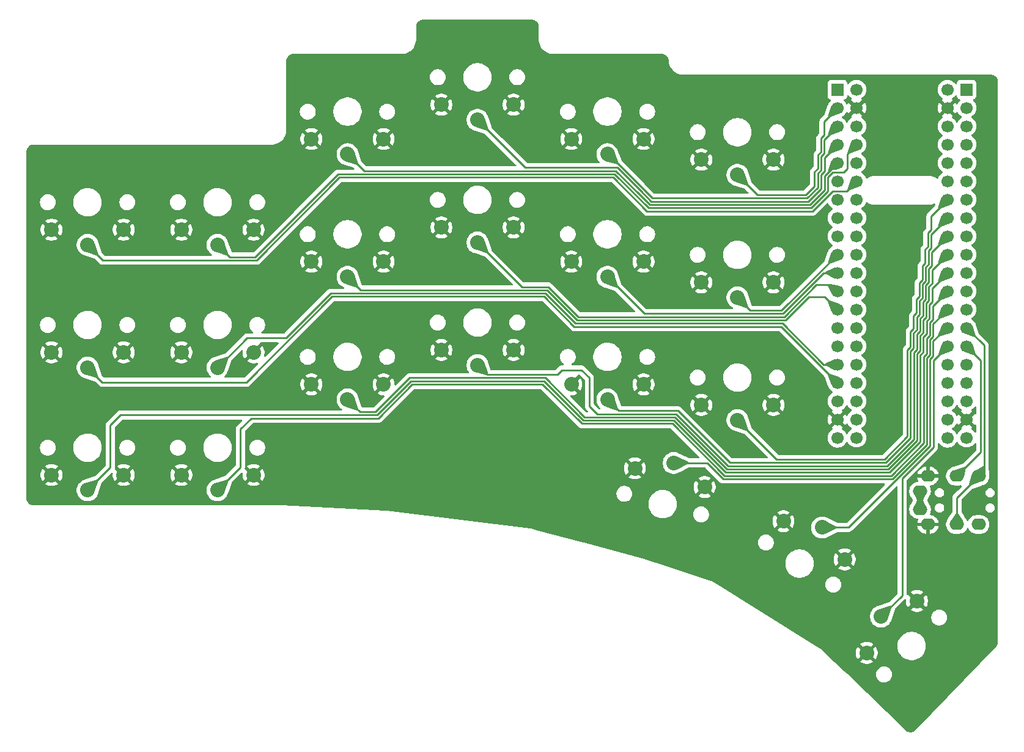
<source format=gtl>
%TF.GenerationSoftware,KiCad,Pcbnew,9.0.4*%
%TF.CreationDate,2025-09-18T00:08:17-03:00*%
%TF.ProjectId,KalyPCB,4b616c79-5043-4422-9e6b-696361645f70,v1.0.0*%
%TF.SameCoordinates,Original*%
%TF.FileFunction,Copper,L1,Top*%
%TF.FilePolarity,Positive*%
%FSLAX46Y46*%
G04 Gerber Fmt 4.6, Leading zero omitted, Abs format (unit mm)*
G04 Created by KiCad (PCBNEW 9.0.4) date 2025-09-18 00:08:17*
%MOMM*%
%LPD*%
G01*
G04 APERTURE LIST*
%TA.AperFunction,ComponentPad*%
%ADD10C,2.032000*%
%TD*%
%TA.AperFunction,ComponentPad*%
%ADD11R,1.700000X1.700000*%
%TD*%
%TA.AperFunction,ComponentPad*%
%ADD12C,1.700000*%
%TD*%
%TA.AperFunction,ComponentPad*%
%ADD13O,2.000000X1.600000*%
%TD*%
%TA.AperFunction,Conductor*%
%ADD14C,0.250000*%
%TD*%
%TA.AperFunction,Conductor*%
%ADD15C,0.500000*%
%TD*%
G04 APERTURE END LIST*
D10*
%TO.P,S8,1*%
%TO.N,GND*%
X63000000Y-47300000D03*
X53000000Y-47300000D03*
%TO.P,S8,2*%
%TO.N,matrix_ring_home*%
X58000000Y-49400000D03*
X58000000Y-49400000D03*
%TD*%
%TO.P,S20,1*%
%TO.N,GND*%
X118376180Y-83268701D03*
X126856661Y-88567894D03*
%TO.P,S20,2*%
%TO.N,thumb_middy*%
X123729251Y-84137396D03*
X123729251Y-84137396D03*
%TD*%
%TO.P,S10,1*%
%TO.N,GND*%
X81000000Y-59540000D03*
X71000000Y-59540000D03*
%TO.P,S10,2*%
%TO.N,matrix_middle_bottom*%
X76000000Y-61640000D03*
X76000000Y-61640000D03*
%TD*%
%TO.P,S13,1*%
%TO.N,GND*%
X99000000Y-64300000D03*
X89000000Y-64300000D03*
%TO.P,S13,2*%
%TO.N,matrix_index_bottom*%
X94000000Y-66400000D03*
X94000000Y-66400000D03*
%TD*%
%TO.P,S4,1*%
%TO.N,GND*%
X45000000Y-76870000D03*
X35000000Y-76870000D03*
%TO.P,S4,2*%
%TO.N,matrix_pinky_bottom*%
X40000000Y-78970000D03*
X40000000Y-78970000D03*
%TD*%
D11*
%TO.P,,1,PB12*%
%TO.N,N/C*%
X125840000Y-23460000D03*
X143740000Y-23440000D03*
D12*
%TO.P,,2,PB13*%
%TO.N,matrix_inner_top*%
X125840000Y-26000000D03*
X143740000Y-25980000D03*
%TO.P,,3,PB14*%
%TO.N,matrix_index_top*%
X125840000Y-28540000D03*
X143740000Y-28520000D03*
%TO.P,,4,PB15*%
%TO.N,matrix_middle_top*%
X125840000Y-31080000D03*
X143740000Y-31060000D03*
%TO.P,,5,PA8*%
%TO.N,matrix_ring_top*%
X125840000Y-33620000D03*
X143740000Y-33600000D03*
%TO.P,,6,PA9*%
%TO.N,N/C*%
X125840000Y-36160000D03*
X143740000Y-36140000D03*
%TO.P,,7,PA10*%
X125840000Y-38700000D03*
X143740000Y-38680000D03*
%TO.P,,8,PA11*%
X125840000Y-41240000D03*
X143740000Y-41220000D03*
%TO.P,,9,PA12*%
X125840000Y-43780000D03*
X143740000Y-43760000D03*
%TO.P,,10,PA15*%
%TO.N,matrix_inner_home*%
X125840000Y-46320000D03*
X143740000Y-46300000D03*
%TO.P,,11,PB3*%
%TO.N,matrix_index_home*%
X125840000Y-48860000D03*
X143740000Y-48840000D03*
%TO.P,,12,PB4*%
%TO.N,matrix_middle_home*%
X125840000Y-51400000D03*
X143740000Y-51380000D03*
%TO.P,,13,PB5*%
%TO.N,matrix_ring_home*%
X125840000Y-53940000D03*
X143740000Y-53920000D03*
%TO.P,,14,PB6*%
%TO.N,TX*%
X125840000Y-56480000D03*
X143740000Y-56460000D03*
%TO.P,,15,PB7*%
%TO.N,RX*%
X125840000Y-59020000D03*
X143740000Y-59000000D03*
%TO.P,,16,PB8*%
%TO.N,matrix_pinky_home*%
X125840000Y-61560000D03*
X143740000Y-61540000D03*
%TO.P,,17,PB9*%
%TO.N,matrix_outer_home*%
X125840000Y-64100000D03*
X143740000Y-64080000D03*
%TO.P,,18,5V*%
%TO.N,N/C*%
X125840000Y-66640000D03*
X143740000Y-66620000D03*
%TO.P,,19,GND*%
%TO.N,GND*%
X125840000Y-69180000D03*
X143740000Y-69160000D03*
%TO.P,,20,3V3*%
%TO.N,+3V3*%
X125840000Y-71720000D03*
X143740000Y-71700000D03*
%TO.P,,21,VBat*%
%TO.N,N/C*%
X128500000Y-71700000D03*
X141080000Y-71720000D03*
%TO.P,,22,PC13*%
X128500000Y-69160000D03*
X141080000Y-69180000D03*
%TO.P,,23,PC14*%
X128500000Y-66620000D03*
X141080000Y-66640000D03*
%TO.P,,24,PC15*%
X128500000Y-64080000D03*
X141080000Y-64100000D03*
%TO.P,,25,RES*%
X128500000Y-61540000D03*
X141080000Y-61560000D03*
%TO.P,,26,PA0*%
%TO.N,thumb_reachy*%
X128500000Y-59000000D03*
X141080000Y-59020000D03*
%TO.P,,27,PA1*%
%TO.N,thumb_middy*%
X128500000Y-56460000D03*
X141080000Y-56480000D03*
%TO.P,,28,PA2*%
%TO.N,thumb_inny*%
X128500000Y-53920000D03*
X141080000Y-53940000D03*
%TO.P,,29,PA3*%
%TO.N,matrix_pinky_bottom*%
X128500000Y-51380000D03*
X141080000Y-51400000D03*
%TO.P,,30,PA4*%
%TO.N,matrix_outer_bottom*%
X128500000Y-48840000D03*
X141080000Y-48860000D03*
%TO.P,,31,PA5*%
%TO.N,matrix_ring_bottom*%
X128500000Y-46300000D03*
X141080000Y-46320000D03*
%TO.P,,32,PA6*%
%TO.N,matrix_middle_bottom*%
X128500000Y-43760000D03*
X141080000Y-43780000D03*
%TO.P,,33,PA7*%
%TO.N,matrix_index_bottom*%
X128500000Y-41220000D03*
X141080000Y-41240000D03*
%TO.P,,34,PB0*%
%TO.N,matrix_inner_bottom*%
X128500000Y-38680000D03*
X141080000Y-38700000D03*
%TO.P,,35,PB1*%
%TO.N,matrix_outer_top*%
X128500000Y-36140000D03*
X141080000Y-36160000D03*
%TO.P,,36,PB2*%
%TO.N,N/C*%
X128500000Y-33600000D03*
X141080000Y-33620000D03*
%TO.P,,37,PB10*%
%TO.N,matrix_pinky_top*%
X128500000Y-31060000D03*
X141080000Y-31080000D03*
%TO.P,,38,3V3*%
%TO.N,N/C*%
X128500000Y-28520000D03*
X141080000Y-28540000D03*
%TO.P,,39,GND*%
%TO.N,GND*%
X128500000Y-25980000D03*
X141080000Y-26000000D03*
%TO.P,,40,5V*%
%TO.N,N/C*%
X128500000Y-23440000D03*
X141080000Y-23460000D03*
%TD*%
D10*
%TO.P,S21,1*%
%TO.N,GND*%
X129920429Y-101521287D03*
X136867013Y-94327889D03*
%TO.P,S21,2*%
%TO.N,thumb_reachy*%
X131883107Y-96465806D03*
X131883107Y-96465806D03*
%TD*%
%TO.P,S5,1*%
%TO.N,GND*%
X45000000Y-59870000D03*
X35000000Y-59870000D03*
%TO.P,S5,2*%
%TO.N,matrix_pinky_home*%
X40000000Y-61970000D03*
X40000000Y-61970000D03*
%TD*%
%TO.P,S19,1*%
%TO.N,GND*%
X97803883Y-75935387D03*
X107463142Y-78523577D03*
%TO.P,S19,2*%
%TO.N,thumb_inny*%
X103177032Y-75201038D03*
X103177032Y-75201038D03*
%TD*%
%TO.P,S15,1*%
%TO.N,GND*%
X99000000Y-30300000D03*
X89000000Y-30300000D03*
%TO.P,S15,2*%
%TO.N,matrix_index_top*%
X94000000Y-32400000D03*
X94000000Y-32400000D03*
%TD*%
%TO.P,S1,1*%
%TO.N,GND*%
X27000000Y-76870000D03*
X17000000Y-76870000D03*
%TO.P,S1,2*%
%TO.N,matrix_outer_bottom*%
X22000000Y-78970000D03*
X22000000Y-78970000D03*
%TD*%
%TO.P,S18,1*%
%TO.N,GND*%
X117000000Y-33160000D03*
X107000000Y-33160000D03*
%TO.P,S18,2*%
%TO.N,matrix_inner_top*%
X112000000Y-35260000D03*
X112000000Y-35260000D03*
%TD*%
D13*
%TO.P,J1,1,SLEEVE*%
%TO.N,+3V3*%
X137290000Y-79120000D03*
X137290000Y-81620000D03*
%TO.P,J1,2,TIP*%
%TO.N,GND*%
X138390000Y-77020000D03*
X138390000Y-83720000D03*
%TO.P,J1,3,RING1*%
%TO.N,RX*%
X142390000Y-77020000D03*
X145390000Y-83720000D03*
%TO.P,J1,4,RING2*%
%TO.N,TX*%
X145390000Y-77020000D03*
X142390000Y-83720000D03*
%TD*%
D10*
%TO.P,S11,1*%
%TO.N,GND*%
X81000000Y-42540000D03*
X71000000Y-42540000D03*
%TO.P,S11,2*%
%TO.N,matrix_middle_home*%
X76000000Y-44640000D03*
X76000000Y-44640000D03*
%TD*%
%TO.P,S9,1*%
%TO.N,GND*%
X63000000Y-30300000D03*
X53000000Y-30300000D03*
%TO.P,S9,2*%
%TO.N,matrix_ring_top*%
X58000000Y-32400000D03*
X58000000Y-32400000D03*
%TD*%
%TO.P,S6,1*%
%TO.N,GND*%
X45000000Y-42870000D03*
X35000000Y-42870000D03*
%TO.P,S6,2*%
%TO.N,matrix_pinky_top*%
X40000000Y-44970000D03*
X40000000Y-44970000D03*
%TD*%
%TO.P,S14,1*%
%TO.N,GND*%
X99000000Y-47300000D03*
X89000000Y-47300000D03*
%TO.P,S14,2*%
%TO.N,matrix_index_home*%
X94000000Y-49400000D03*
X94000000Y-49400000D03*
%TD*%
%TO.P,S12,1*%
%TO.N,GND*%
X81000000Y-25540000D03*
X71000000Y-25540000D03*
%TO.P,S12,2*%
%TO.N,matrix_middle_top*%
X76000000Y-27640000D03*
X76000000Y-27640000D03*
%TD*%
%TO.P,S16,1*%
%TO.N,GND*%
X117000000Y-67160000D03*
X107000000Y-67160000D03*
%TO.P,S16,2*%
%TO.N,matrix_inner_bottom*%
X112000000Y-69260000D03*
X112000000Y-69260000D03*
%TD*%
%TO.P,S3,1*%
%TO.N,GND*%
X27000000Y-42870000D03*
X17000000Y-42870000D03*
%TO.P,S3,2*%
%TO.N,matrix_outer_top*%
X22000000Y-44970000D03*
X22000000Y-44970000D03*
%TD*%
%TO.P,S2,1*%
%TO.N,GND*%
X27000000Y-59870000D03*
X17000000Y-59870000D03*
%TO.P,S2,2*%
%TO.N,matrix_outer_home*%
X22000000Y-61970000D03*
X22000000Y-61970000D03*
%TD*%
%TO.P,S17,1*%
%TO.N,GND*%
X117000000Y-50160000D03*
X107000000Y-50160000D03*
%TO.P,S17,2*%
%TO.N,matrix_inner_home*%
X112000000Y-52260000D03*
X112000000Y-52260000D03*
%TD*%
%TO.P,S7,1*%
%TO.N,GND*%
X63000000Y-64300000D03*
X53000000Y-64300000D03*
%TO.P,S7,2*%
%TO.N,matrix_ring_bottom*%
X58000000Y-66400000D03*
X58000000Y-66400000D03*
%TD*%
D14*
%TO.N,matrix_outer_bottom*%
X133089772Y-76500000D02*
X110372792Y-76500000D01*
X66786396Y-63850000D02*
X62086396Y-68550000D01*
X25134500Y-75835500D02*
X22000000Y-78970000D01*
X110372792Y-76500000D02*
X103172792Y-69300000D01*
X137325000Y-72264772D02*
X133089772Y-76500000D01*
X138200000Y-55547208D02*
X138200000Y-57290812D01*
X103172792Y-69300000D02*
X90636396Y-69300000D01*
X25134500Y-69965500D02*
X25134500Y-75835500D01*
X138971802Y-50968198D02*
X138971802Y-52871802D01*
X62086396Y-68550000D02*
X26550000Y-68550000D01*
X138591802Y-55155406D02*
X138200000Y-55547208D01*
X85186396Y-63850000D02*
X66786396Y-63850000D01*
X90636396Y-69300000D02*
X85186396Y-63850000D01*
X138971802Y-52871802D02*
X138591802Y-53251802D01*
X138200000Y-57290812D02*
X137744885Y-57745927D01*
X138591802Y-53251802D02*
X138591802Y-55155406D01*
X137744885Y-59844885D02*
X137325000Y-60264770D01*
X137325000Y-60264770D02*
X137325000Y-72264772D01*
X26550000Y-68550000D02*
X25134500Y-69965500D01*
X137744885Y-57745927D02*
X137744885Y-59844885D01*
X141080000Y-48860000D02*
X138971802Y-50968198D01*
%TO.N,matrix_outer_home*%
X55865000Y-52135000D02*
X58000000Y-52135000D01*
X24030000Y-64000000D02*
X44000000Y-64000000D01*
X58000000Y-52135000D02*
X69100000Y-52135000D01*
X22000000Y-61970000D02*
X24030000Y-64000000D01*
X69100000Y-52135000D02*
X85235000Y-52135000D01*
X85235000Y-52135000D02*
X89400000Y-56300000D01*
X118040000Y-56300000D02*
X125840000Y-64100000D01*
X44000000Y-64000000D02*
X55865000Y-52135000D01*
X89400000Y-56300000D02*
X118040000Y-56300000D01*
%TO.N,matrix_outer_top*%
X122388298Y-40300000D02*
X125194149Y-37494149D01*
X22000000Y-44970000D02*
X24130000Y-47100000D01*
X94793960Y-35605000D02*
X99488960Y-40300000D01*
X56895000Y-35605000D02*
X94793960Y-35605000D01*
X24130000Y-47100000D02*
X45400000Y-47100000D01*
X125200000Y-37500000D02*
X127140000Y-37500000D01*
X125194149Y-37494149D02*
X125200000Y-37500000D01*
X99488960Y-40300000D02*
X122388298Y-40300000D01*
X127140000Y-37500000D02*
X128500000Y-36140000D01*
X45400000Y-47100000D02*
X56895000Y-35605000D01*
%TO.N,matrix_pinky_bottom*%
X85000000Y-64300000D02*
X90450000Y-69750000D01*
X138650000Y-55733604D02*
X139041802Y-55341802D01*
X44670000Y-69000000D02*
X62272792Y-69000000D01*
X138200000Y-57927208D02*
X138650000Y-57477208D01*
X133276168Y-76950000D02*
X137775000Y-72451168D01*
X43160000Y-75810000D02*
X43160000Y-70510000D01*
X137775000Y-72451168D02*
X137775000Y-60451166D01*
X40000000Y-78970000D02*
X43160000Y-75810000D01*
X138650000Y-57477208D02*
X138650000Y-55733604D01*
X90450000Y-69750000D02*
X102986396Y-69750000D01*
X110186396Y-76950000D02*
X133276168Y-76950000D01*
X138200000Y-60026166D02*
X138200000Y-57927208D01*
X102986396Y-69750000D02*
X110186396Y-76950000D01*
X43160000Y-70510000D02*
X44670000Y-69000000D01*
X137775000Y-60451166D02*
X138200000Y-60026166D01*
X62272792Y-69000000D02*
X66972792Y-64300000D01*
X139041802Y-53438198D02*
X141080000Y-51400000D01*
X139041802Y-55341802D02*
X139041802Y-53438198D01*
X66972792Y-64300000D02*
X85000000Y-64300000D01*
%TO.N,matrix_pinky_home*%
X47500000Y-57850000D02*
X49513604Y-57850000D01*
X49513604Y-57850000D02*
X55678604Y-51685000D01*
X89586396Y-55850000D02*
X118226396Y-55850000D01*
X55678604Y-51685000D02*
X85421396Y-51685000D01*
X123936396Y-61560000D02*
X125840000Y-61560000D01*
X118226396Y-55850000D02*
X123936396Y-61560000D01*
X85421396Y-51685000D02*
X89586396Y-55850000D01*
X40000000Y-61970000D02*
X44120000Y-57850000D01*
X44120000Y-57850000D02*
X47500000Y-57850000D01*
%TO.N,matrix_pinky_top*%
X125200000Y-34900000D02*
X126700000Y-34900000D01*
X41680000Y-46650000D02*
X45213604Y-46650000D01*
X40000000Y-44970000D02*
X41680000Y-46650000D01*
X124500000Y-35600000D02*
X125200000Y-34900000D01*
X122201902Y-39850000D02*
X124500000Y-37551902D01*
X126700000Y-34900000D02*
X127200000Y-34400000D01*
X45213604Y-46650000D02*
X56708604Y-35155000D01*
X56708604Y-35155000D02*
X94980356Y-35155000D01*
X127200000Y-34400000D02*
X127200000Y-32360000D01*
X99675356Y-39850000D02*
X122201902Y-39850000D01*
X94980356Y-35155000D02*
X99675356Y-39850000D01*
X124500000Y-37551902D02*
X124500000Y-35600000D01*
X127200000Y-32360000D02*
X128500000Y-31060000D01*
%TO.N,matrix_ring_bottom*%
X136875000Y-60078374D02*
X137294885Y-59658489D01*
X137294885Y-57559531D02*
X137750000Y-57104416D01*
X110559188Y-76050000D02*
X132903376Y-76050000D01*
X103359188Y-68850000D02*
X110559188Y-76050000D01*
X90822792Y-68850000D02*
X103359188Y-68850000D01*
X138951802Y-50351802D02*
X138951802Y-48448198D01*
X58000000Y-66400000D02*
X59700000Y-68100000D01*
X59700000Y-68100000D02*
X61900000Y-68100000D01*
X137750000Y-57104416D02*
X137750000Y-55360812D01*
X61900000Y-68100000D02*
X66600000Y-63400000D01*
X66600000Y-63400000D02*
X85372792Y-63400000D01*
X138141802Y-53065406D02*
X138521802Y-52685406D01*
X138521802Y-50781802D02*
X138951802Y-50351802D01*
X138521802Y-52685406D02*
X138521802Y-50781802D01*
X85372792Y-63400000D02*
X90822792Y-68850000D01*
X138141802Y-54969010D02*
X138141802Y-53065406D01*
X132903376Y-76050000D02*
X136875000Y-72078376D01*
X137294885Y-59658489D02*
X137294885Y-57559531D01*
X136875000Y-72078376D02*
X136875000Y-60078374D01*
X138951802Y-48448198D02*
X141080000Y-46320000D01*
X137750000Y-55360812D02*
X138141802Y-54969010D01*
%TO.N,matrix_ring_home*%
X59835000Y-51235000D02*
X85607792Y-51235000D01*
X58000000Y-49400000D02*
X59835000Y-51235000D01*
X124084594Y-52184594D02*
X125840000Y-53940000D01*
X121884594Y-52184594D02*
X124084594Y-52184594D01*
X85607792Y-51235000D02*
X89772792Y-55400000D01*
X89772792Y-55400000D02*
X118669188Y-55400000D01*
X118669188Y-55400000D02*
X121884594Y-52184594D01*
%TO.N,matrix_ring_top*%
X60305000Y-34705000D02*
X95166752Y-34705000D01*
X98472792Y-38000000D02*
X99872792Y-39400000D01*
X58000000Y-32400000D02*
X60305000Y-34705000D01*
X124050000Y-35410000D02*
X125840000Y-33620000D01*
X122015506Y-39400000D02*
X124050000Y-37365506D01*
X99872792Y-39400000D02*
X122015506Y-39400000D01*
X98461752Y-38000000D02*
X98472792Y-38000000D01*
X95166752Y-34705000D02*
X98461752Y-38000000D01*
X124050000Y-37365506D02*
X124050000Y-35410000D01*
%TO.N,matrix_middle_bottom*%
X138900000Y-45960000D02*
X141080000Y-43780000D01*
X77310000Y-62950000D02*
X87050000Y-62950000D01*
X138900000Y-47863604D02*
X138900000Y-45960000D01*
X138501802Y-50165406D02*
X138501802Y-48261802D01*
X87700000Y-62300000D02*
X90400000Y-62300000D01*
X137687208Y-52883604D02*
X138071802Y-52499010D01*
X92600000Y-68400000D02*
X103545584Y-68400000D01*
X76000000Y-61640000D02*
X77310000Y-62950000D01*
X91500000Y-63400000D02*
X91500000Y-67300000D01*
X137687208Y-54787208D02*
X137687208Y-52883604D01*
X136425000Y-59891978D02*
X136844885Y-59472093D01*
X138071802Y-50595406D02*
X138501802Y-50165406D01*
X137300000Y-56918020D02*
X137300000Y-55174416D01*
X90400000Y-62300000D02*
X91500000Y-63400000D01*
X136844885Y-57373135D02*
X137300000Y-56918020D01*
X91500000Y-67300000D02*
X92600000Y-68400000D01*
X136844885Y-59472093D02*
X136844885Y-57373135D01*
X103545584Y-68400000D02*
X110745584Y-75600000D01*
X132716980Y-75600000D02*
X136425000Y-71891980D01*
X138071802Y-52499010D02*
X138071802Y-50595406D01*
X137300000Y-55174416D02*
X137687208Y-54787208D01*
X87050000Y-62950000D02*
X87700000Y-62300000D01*
X138501802Y-48261802D02*
X138900000Y-47863604D01*
X136425000Y-71891980D02*
X136425000Y-59891978D01*
X110745584Y-75600000D02*
X132716980Y-75600000D01*
%TO.N,matrix_middle_home*%
X76000000Y-44640000D02*
X82145000Y-50785000D01*
X89959188Y-54950000D02*
X118482792Y-54950000D01*
X82145000Y-50785000D02*
X85794188Y-50785000D01*
X118482792Y-54950000D02*
X122916396Y-50516396D01*
X85794188Y-50785000D02*
X89959188Y-54950000D01*
X124956396Y-50516396D02*
X125840000Y-51400000D01*
X122916396Y-50516396D02*
X124956396Y-50516396D01*
%TO.N,matrix_middle_top*%
X121829110Y-38950000D02*
X123589555Y-37189555D01*
X82615000Y-34255000D02*
X95353148Y-34255000D01*
X76000000Y-27640000D02*
X82615000Y-34255000D01*
X124061802Y-32858198D02*
X125840000Y-31080000D01*
X95353148Y-34255000D02*
X98648148Y-37550000D01*
X124061802Y-34761802D02*
X124061802Y-32858198D01*
X123589555Y-37189555D02*
X123589555Y-35234049D01*
X98659188Y-37550000D02*
X100059188Y-38950000D01*
X123589555Y-35234049D02*
X124061802Y-34761802D01*
X98648148Y-37550000D02*
X98659188Y-37550000D01*
X100059188Y-38950000D02*
X121829110Y-38950000D01*
%TO.N,matrix_index_bottom*%
X138051802Y-49979010D02*
X137621802Y-50409010D01*
X138811802Y-45411802D02*
X138450000Y-45773604D01*
X136394885Y-59285697D02*
X135975000Y-59705582D01*
X138811802Y-43508198D02*
X138811802Y-45411802D01*
X137237208Y-54600812D02*
X136850000Y-54988020D01*
X132530584Y-75150000D02*
X110931980Y-75150000D01*
X135975000Y-71705584D02*
X132530584Y-75150000D01*
X137621802Y-52312614D02*
X137237208Y-52697208D01*
X135975000Y-59705582D02*
X135975000Y-71705584D01*
X141080000Y-41240000D02*
X138811802Y-43508198D01*
X138450000Y-47677208D02*
X138051802Y-48075406D01*
X136850000Y-56731624D02*
X136394885Y-57186739D01*
X95550000Y-67950000D02*
X94000000Y-66400000D01*
X136394885Y-57186739D02*
X136394885Y-59285697D01*
X136850000Y-54988020D02*
X136850000Y-56731624D01*
X138051802Y-48075406D02*
X138051802Y-49979010D01*
X137621802Y-50409010D02*
X137621802Y-52312614D01*
X137237208Y-52697208D02*
X137237208Y-54600812D01*
X138450000Y-45773604D02*
X138450000Y-47677208D01*
X110931980Y-75150000D02*
X103731980Y-67950000D01*
X103731980Y-67950000D02*
X95550000Y-67950000D01*
%TO.N,matrix_index_home*%
X94000000Y-49400000D02*
X99100000Y-54500000D01*
X99100000Y-54500000D02*
X118296396Y-54500000D01*
X118296396Y-54500000D02*
X123936396Y-48860000D01*
X123936396Y-48860000D02*
X125840000Y-48860000D01*
%TO.N,matrix_index_top*%
X100245584Y-38500000D02*
X121642714Y-38500000D01*
X123991802Y-32291802D02*
X123991802Y-30388198D01*
X123139555Y-37003159D02*
X123139555Y-35047653D01*
X94134544Y-32400000D02*
X98717272Y-36982728D01*
X98717272Y-36982728D02*
X98728312Y-36982728D01*
X123611802Y-32671802D02*
X123991802Y-32291802D01*
X98728312Y-36982728D02*
X100245584Y-38500000D01*
X121642714Y-38500000D02*
X123139555Y-37003159D01*
X123139555Y-35047653D02*
X123611802Y-34575406D01*
X123611802Y-34575406D02*
X123611802Y-32671802D01*
X123991802Y-30388198D02*
X125840000Y-28540000D01*
X94000000Y-32400000D02*
X94134544Y-32400000D01*
%TO.N,matrix_inner_bottom*%
X136787208Y-54414416D02*
X136787208Y-52510812D01*
X132344188Y-74700000D02*
X135525000Y-71519188D01*
X135525000Y-59519186D02*
X135944885Y-59099301D01*
X135944885Y-59099301D02*
X135944885Y-57000343D01*
X136400000Y-56545228D02*
X136400000Y-54801624D01*
X135944885Y-57000343D02*
X136400000Y-56545228D01*
X137171802Y-52126218D02*
X137171802Y-50222614D01*
X136787208Y-52510812D02*
X137171802Y-52126218D01*
X138791802Y-40988198D02*
X141080000Y-38700000D01*
X138000000Y-45587208D02*
X138361802Y-45225406D01*
X112000000Y-69260000D02*
X117440000Y-74700000D01*
X117440000Y-74700000D02*
X132344188Y-74700000D01*
X137601802Y-49792614D02*
X137601802Y-47889010D01*
X138000000Y-47490812D02*
X138000000Y-45587208D01*
X138361802Y-43321802D02*
X138791802Y-42891802D01*
X138361802Y-45225406D02*
X138361802Y-43321802D01*
X138791802Y-42891802D02*
X138791802Y-40988198D01*
X135525000Y-71519188D02*
X135525000Y-59519186D01*
X137171802Y-50222614D02*
X137601802Y-49792614D01*
X136400000Y-54801624D02*
X136787208Y-54414416D01*
X137601802Y-47889010D02*
X138000000Y-47490812D01*
%TO.N,matrix_inner_home*%
X113790000Y-54050000D02*
X118110000Y-54050000D01*
X112000000Y-52260000D02*
X113790000Y-54050000D01*
X118110000Y-54050000D02*
X125840000Y-46320000D01*
%TO.N,matrix_inner_top*%
X123971802Y-29771802D02*
X123971802Y-27868198D01*
X122689555Y-34861257D02*
X123161802Y-34389010D01*
X123541802Y-32105406D02*
X123541802Y-30201802D01*
X123541802Y-30201802D02*
X123971802Y-29771802D01*
X123161802Y-32485406D02*
X123541802Y-32105406D01*
X122689555Y-36816763D02*
X122689555Y-34861257D01*
X121456318Y-38050000D02*
X122689555Y-36816763D01*
X114790000Y-38050000D02*
X121456318Y-38050000D01*
X112000000Y-35260000D02*
X114790000Y-38050000D01*
X123971802Y-27868198D02*
X125840000Y-26000000D01*
X123161802Y-34389010D02*
X123161802Y-32485406D01*
%TO.N,thumb_inny*%
X138225000Y-72637564D02*
X138225000Y-60637562D01*
X139100000Y-55920000D02*
X141080000Y-53940000D01*
X139100000Y-57663604D02*
X139100000Y-55920000D01*
X133462564Y-77400000D02*
X138225000Y-72637564D01*
X138650000Y-58113604D02*
X139100000Y-57663604D01*
X110000000Y-77400000D02*
X133462564Y-77400000D01*
X107801038Y-75201038D02*
X110000000Y-77400000D01*
X138225000Y-60637562D02*
X138650000Y-60212562D01*
X103177032Y-75201038D02*
X107801038Y-75201038D01*
X138650000Y-60212562D02*
X138650000Y-58113604D01*
%TO.N,thumb_middy*%
X140920000Y-56480000D02*
X141080000Y-56480000D01*
X138675000Y-72823960D02*
X138675000Y-60823958D01*
X127361564Y-84137396D02*
X138675000Y-72823960D01*
X123729251Y-84137396D02*
X127361564Y-84137396D01*
X138675000Y-60823958D02*
X139100000Y-60398958D01*
X139100000Y-58300000D02*
X140920000Y-56480000D01*
X139100000Y-60398958D02*
X139100000Y-58300000D01*
%TO.N,thumb_reachy*%
X134800000Y-77335356D02*
X139125000Y-73010356D01*
X131883107Y-96465806D02*
X134800000Y-93548913D01*
X134800000Y-93548913D02*
X134800000Y-77335356D01*
X139125000Y-73010356D02*
X139125000Y-61010354D01*
X139125000Y-61010354D02*
X141080000Y-59055354D01*
X141080000Y-59055354D02*
X141080000Y-59020000D01*
%TO.N,RX*%
X145700000Y-60960000D02*
X143740000Y-59000000D01*
X145700000Y-73710000D02*
X145700000Y-60960000D01*
X142390000Y-77020000D02*
X145700000Y-73710000D01*
%TO.N,TX*%
X146150000Y-58870000D02*
X145640000Y-58360000D01*
X142390000Y-83720000D02*
X142390000Y-80020000D01*
X145390000Y-77020000D02*
X146150000Y-76260000D01*
X146150000Y-76260000D02*
X146150000Y-58870000D01*
X145640000Y-58360000D02*
X143740000Y-56460000D01*
X142390000Y-80020000D02*
X145390000Y-77020000D01*
D15*
%TO.N,+3V3*%
X137290000Y-81620000D02*
X137290000Y-79120000D01*
%TD*%
%TA.AperFunction,Conductor*%
%TO.N,matrix_ring_bottom*%
G36*
X58944861Y-66058515D02*
G01*
X58950912Y-66065116D01*
X58951001Y-66065371D01*
X59062941Y-66397814D01*
X59511599Y-67730261D01*
X59510992Y-67739196D01*
X59508784Y-67742268D01*
X59342268Y-67908784D01*
X59333995Y-67912211D01*
X59330261Y-67911599D01*
X58254248Y-67549287D01*
X57665385Y-67351006D01*
X57658639Y-67345120D01*
X57658032Y-67336185D01*
X57658108Y-67335967D01*
X57997428Y-66404412D01*
X58003477Y-66397814D01*
X58004388Y-66397436D01*
X58935916Y-66058127D01*
X58944861Y-66058515D01*
G37*
%TD.AperFunction*%
%TD*%
%TA.AperFunction,Conductor*%
%TO.N,TX*%
G36*
X146272378Y-75624938D02*
G01*
X146275775Y-75632379D01*
X146365322Y-76888832D01*
X146362492Y-76897328D01*
X146355092Y-76901275D01*
X145397074Y-77020122D01*
X145388442Y-77017740D01*
X145385976Y-77015116D01*
X144890978Y-76291315D01*
X144889137Y-76282551D01*
X144894031Y-76275052D01*
X144894763Y-76274591D01*
X146022283Y-75623081D01*
X146028137Y-75621511D01*
X146264105Y-75621511D01*
X146272378Y-75624938D01*
G37*
%TD.AperFunction*%
%TD*%
%TA.AperFunction,Conductor*%
%TO.N,matrix_middle_bottom*%
G36*
X76936209Y-61256583D02*
G01*
X76942535Y-61262921D01*
X76942798Y-61263621D01*
X77394777Y-62593691D01*
X77472758Y-62823169D01*
X77473380Y-62826933D01*
X77473380Y-63059724D01*
X77469953Y-63067997D01*
X77461680Y-63071424D01*
X77458632Y-63071020D01*
X75710024Y-62599155D01*
X75702929Y-62593691D01*
X75701776Y-62584811D01*
X75701897Y-62584394D01*
X75997359Y-61645214D01*
X76003111Y-61638351D01*
X76004037Y-61637919D01*
X76927256Y-61256574D01*
X76936209Y-61256583D01*
G37*
%TD.AperFunction*%
%TD*%
%TA.AperFunction,Conductor*%
%TO.N,matrix_inner_bottom*%
G36*
X141075582Y-38697427D02*
G01*
X141082183Y-38703476D01*
X141082573Y-38704418D01*
X141365412Y-39481342D01*
X141365022Y-39490288D01*
X141358420Y-39496338D01*
X141358332Y-39496370D01*
X139973269Y-39987998D01*
X139964326Y-39987536D01*
X139961082Y-39985245D01*
X139794754Y-39818917D01*
X139791327Y-39810644D01*
X139792000Y-39806732D01*
X140283629Y-38421664D01*
X140289625Y-38415016D01*
X140298567Y-38414554D01*
X141075582Y-38697427D01*
G37*
%TD.AperFunction*%
%TD*%
%TA.AperFunction,Conductor*%
%TO.N,matrix_ring_top*%
G36*
X58944861Y-32058515D02*
G01*
X58950912Y-32065116D01*
X58951001Y-32065371D01*
X59062941Y-32397814D01*
X59511599Y-33730261D01*
X59510992Y-33739196D01*
X59508784Y-33742268D01*
X59342268Y-33908784D01*
X59333995Y-33912211D01*
X59330261Y-33911599D01*
X58254248Y-33549287D01*
X57665385Y-33351006D01*
X57658639Y-33345120D01*
X57658032Y-33336185D01*
X57658108Y-33335967D01*
X57997428Y-32404412D01*
X58003477Y-32397814D01*
X58004388Y-32397436D01*
X58935916Y-32058127D01*
X58944861Y-32058515D01*
G37*
%TD.AperFunction*%
%TD*%
%TA.AperFunction,Conductor*%
%TO.N,matrix_pinky_top*%
G36*
X40944861Y-44628515D02*
G01*
X40950912Y-44635116D01*
X40951001Y-44635371D01*
X41062941Y-44967814D01*
X41511599Y-46300261D01*
X41510992Y-46309196D01*
X41508784Y-46312268D01*
X41342268Y-46478784D01*
X41333995Y-46482211D01*
X41330261Y-46481599D01*
X40254248Y-46119287D01*
X39665385Y-45921006D01*
X39658639Y-45915120D01*
X39658032Y-45906185D01*
X39658108Y-45905967D01*
X39997428Y-44974412D01*
X40003477Y-44967814D01*
X40004388Y-44967436D01*
X40935916Y-44628127D01*
X40944861Y-44628515D01*
G37*
%TD.AperFunction*%
%TD*%
%TA.AperFunction,Conductor*%
%TO.N,thumb_middy*%
G36*
X140305415Y-56159142D02*
G01*
X140320546Y-56165391D01*
X141075597Y-56477183D01*
X141081936Y-56483508D01*
X141082321Y-56484579D01*
X141322144Y-57269642D01*
X141321283Y-57278555D01*
X141314372Y-57284250D01*
X141314071Y-57284337D01*
X139908790Y-57672741D01*
X139899903Y-57671642D01*
X139897400Y-57669737D01*
X139731020Y-57503357D01*
X139727593Y-57495084D01*
X139728521Y-57490518D01*
X140155344Y-56483508D01*
X140290179Y-56165389D01*
X140296561Y-56159111D01*
X140305415Y-56159142D01*
G37*
%TD.AperFunction*%
%TD*%
%TA.AperFunction,Conductor*%
%TO.N,matrix_outer_home*%
G36*
X22944861Y-61628515D02*
G01*
X22950912Y-61635116D01*
X22951001Y-61635371D01*
X23062941Y-61967814D01*
X23511599Y-63300261D01*
X23510992Y-63309196D01*
X23508784Y-63312268D01*
X23342268Y-63478784D01*
X23333995Y-63482211D01*
X23330261Y-63481599D01*
X22254248Y-63119287D01*
X21665385Y-62921006D01*
X21658639Y-62915120D01*
X21658032Y-62906185D01*
X21658108Y-62905967D01*
X21997428Y-61974412D01*
X22003477Y-61967814D01*
X22004388Y-61967436D01*
X22935916Y-61628127D01*
X22944861Y-61628515D01*
G37*
%TD.AperFunction*%
%TD*%
%TA.AperFunction,Conductor*%
%TO.N,matrix_index_home*%
G36*
X94944861Y-49058515D02*
G01*
X94950912Y-49065116D01*
X94951001Y-49065371D01*
X95062941Y-49397814D01*
X95511599Y-50730261D01*
X95510992Y-50739196D01*
X95508784Y-50742268D01*
X95342268Y-50908784D01*
X95333995Y-50912211D01*
X95330261Y-50911599D01*
X94254248Y-50549287D01*
X93665385Y-50351006D01*
X93658639Y-50345120D01*
X93658032Y-50336185D01*
X93658108Y-50335967D01*
X93997428Y-49404412D01*
X94003477Y-49397814D01*
X94004388Y-49397436D01*
X94935916Y-49058127D01*
X94944861Y-49058515D01*
G37*
%TD.AperFunction*%
%TD*%
%TA.AperFunction,Conductor*%
%TO.N,matrix_middle_home*%
G36*
X76944861Y-44298515D02*
G01*
X76950912Y-44305116D01*
X76951001Y-44305371D01*
X77062941Y-44637814D01*
X77511599Y-45970261D01*
X77510992Y-45979196D01*
X77508784Y-45982268D01*
X77342268Y-46148784D01*
X77333995Y-46152211D01*
X77330261Y-46151599D01*
X76254248Y-45789287D01*
X75665385Y-45591006D01*
X75658639Y-45585120D01*
X75658032Y-45576185D01*
X75658108Y-45575967D01*
X75997428Y-44644412D01*
X76003477Y-44637814D01*
X76004388Y-44637436D01*
X76935916Y-44298127D01*
X76944861Y-44298515D01*
G37*
%TD.AperFunction*%
%TD*%
%TA.AperFunction,Conductor*%
%TO.N,matrix_index_home*%
G36*
X125489284Y-48105604D02*
G01*
X125489324Y-48105689D01*
X125838695Y-48855056D01*
X125839085Y-48864002D01*
X125838695Y-48864944D01*
X125489324Y-49614310D01*
X125482722Y-49620360D01*
X125473776Y-49619970D01*
X125473691Y-49619930D01*
X124146671Y-48988175D01*
X124140674Y-48981525D01*
X124140000Y-48977611D01*
X124140000Y-48742388D01*
X124143427Y-48734115D01*
X124146671Y-48731824D01*
X125473693Y-48100068D01*
X125482634Y-48099607D01*
X125489284Y-48105604D01*
G37*
%TD.AperFunction*%
%TD*%
%TA.AperFunction,Conductor*%
%TO.N,matrix_pinky_bottom*%
G36*
X41339196Y-77459007D02*
G01*
X41342268Y-77461215D01*
X41508784Y-77627731D01*
X41512211Y-77636004D01*
X41511599Y-77639738D01*
X40951007Y-79304612D01*
X40945120Y-79311359D01*
X40936185Y-79311966D01*
X40935915Y-79311871D01*
X40436108Y-79129817D01*
X40004414Y-78972572D01*
X39997814Y-78966522D01*
X39997433Y-78965603D01*
X39658127Y-78034082D01*
X39658515Y-78025138D01*
X39665116Y-78019087D01*
X39665371Y-78018997D01*
X41330262Y-77458400D01*
X41339196Y-77459007D01*
G37*
%TD.AperFunction*%
%TD*%
%TA.AperFunction,Conductor*%
%TO.N,matrix_inner_home*%
G36*
X125835582Y-46317427D02*
G01*
X125842183Y-46323476D01*
X125842573Y-46324418D01*
X126125412Y-47101342D01*
X126125022Y-47110288D01*
X126118420Y-47116338D01*
X126118332Y-47116370D01*
X124733269Y-47607998D01*
X124724326Y-47607536D01*
X124721082Y-47605245D01*
X124554754Y-47438917D01*
X124551327Y-47430644D01*
X124552000Y-47426732D01*
X125043629Y-46041664D01*
X125049625Y-46035016D01*
X125058567Y-46034554D01*
X125835582Y-46317427D01*
G37*
%TD.AperFunction*%
%TD*%
%TA.AperFunction,Conductor*%
%TO.N,matrix_pinky_top*%
G36*
X40944861Y-44628515D02*
G01*
X40950912Y-44635116D01*
X40951001Y-44635371D01*
X41062941Y-44967814D01*
X41511599Y-46300261D01*
X41510992Y-46309196D01*
X41508784Y-46312268D01*
X41342268Y-46478784D01*
X41333995Y-46482211D01*
X41330261Y-46481599D01*
X40254248Y-46119287D01*
X39665385Y-45921006D01*
X39658639Y-45915120D01*
X39658032Y-45906185D01*
X39658108Y-45905967D01*
X39997428Y-44974412D01*
X40003477Y-44967814D01*
X40004388Y-44967436D01*
X40935916Y-44628127D01*
X40944861Y-44628515D01*
G37*
%TD.AperFunction*%
%TD*%
%TA.AperFunction,Conductor*%
%TO.N,matrix_ring_top*%
G36*
X58944861Y-32058515D02*
G01*
X58950912Y-32065116D01*
X58951001Y-32065371D01*
X59062941Y-32397814D01*
X59511599Y-33730261D01*
X59510992Y-33739196D01*
X59508784Y-33742268D01*
X59342268Y-33908784D01*
X59333995Y-33912211D01*
X59330261Y-33911599D01*
X58254248Y-33549287D01*
X57665385Y-33351006D01*
X57658639Y-33345120D01*
X57658032Y-33336185D01*
X57658108Y-33335967D01*
X57997428Y-32404412D01*
X58003477Y-32397814D01*
X58004388Y-32397436D01*
X58935916Y-32058127D01*
X58944861Y-32058515D01*
G37*
%TD.AperFunction*%
%TD*%
%TA.AperFunction,Conductor*%
%TO.N,matrix_middle_home*%
G36*
X76944861Y-44298515D02*
G01*
X76950912Y-44305116D01*
X76951001Y-44305371D01*
X77062941Y-44637814D01*
X77511599Y-45970261D01*
X77510992Y-45979196D01*
X77508784Y-45982268D01*
X77342268Y-46148784D01*
X77333995Y-46152211D01*
X77330261Y-46151599D01*
X76254248Y-45789287D01*
X75665385Y-45591006D01*
X75658639Y-45585120D01*
X75658032Y-45576185D01*
X75658108Y-45575967D01*
X75997428Y-44644412D01*
X76003477Y-44637814D01*
X76004388Y-44637436D01*
X76935916Y-44298127D01*
X76944861Y-44298515D01*
G37*
%TD.AperFunction*%
%TD*%
%TA.AperFunction,Conductor*%
%TO.N,matrix_pinky_home*%
G36*
X41339196Y-60459007D02*
G01*
X41342268Y-60461215D01*
X41508784Y-60627731D01*
X41512211Y-60636004D01*
X41511599Y-60639738D01*
X40951007Y-62304612D01*
X40945120Y-62311359D01*
X40936185Y-62311966D01*
X40935915Y-62311871D01*
X40436108Y-62129817D01*
X40004414Y-61972572D01*
X39997814Y-61966522D01*
X39997433Y-61965603D01*
X39658127Y-61034082D01*
X39658515Y-61025138D01*
X39665116Y-61019087D01*
X39665371Y-61018997D01*
X41330262Y-60458400D01*
X41339196Y-60459007D01*
G37*
%TD.AperFunction*%
%TD*%
%TA.AperFunction,Conductor*%
%TO.N,+3V3*%
G36*
X137541085Y-80023427D02*
G01*
X137543249Y-80026413D01*
X138085232Y-81096259D01*
X138085914Y-81105187D01*
X138081131Y-81111382D01*
X137296336Y-81616918D01*
X137287525Y-81618517D01*
X137283664Y-81616918D01*
X136498868Y-81111382D01*
X136493769Y-81104021D01*
X136494766Y-81096260D01*
X137036751Y-80026412D01*
X137043547Y-80020581D01*
X137047188Y-80020000D01*
X137532812Y-80020000D01*
X137541085Y-80023427D01*
G37*
%TD.AperFunction*%
%TD*%
%TA.AperFunction,Conductor*%
%TO.N,thumb_inny*%
G36*
X103612630Y-74291843D02*
G01*
X103612848Y-74291947D01*
X105186533Y-75072813D01*
X105192420Y-75079560D01*
X105193032Y-75083294D01*
X105193032Y-75318781D01*
X105189605Y-75327054D01*
X105186533Y-75329262D01*
X103612889Y-76110108D01*
X103603954Y-76110715D01*
X103597207Y-76104828D01*
X103597083Y-76104569D01*
X103178335Y-75205980D01*
X103177947Y-75197034D01*
X103178335Y-75196096D01*
X103597083Y-74297506D01*
X103603684Y-74291455D01*
X103612630Y-74291843D01*
G37*
%TD.AperFunction*%
%TD*%
%TA.AperFunction,Conductor*%
%TO.N,matrix_index_top*%
G36*
X125835582Y-28537427D02*
G01*
X125842183Y-28543476D01*
X125842573Y-28544418D01*
X126125412Y-29321342D01*
X126125022Y-29330288D01*
X126118420Y-29336338D01*
X126118332Y-29336370D01*
X124733269Y-29827998D01*
X124724326Y-29827536D01*
X124721082Y-29825245D01*
X124554754Y-29658917D01*
X124551327Y-29650644D01*
X124552000Y-29646732D01*
X125043629Y-28261664D01*
X125049625Y-28255016D01*
X125058567Y-28254554D01*
X125835582Y-28537427D01*
G37*
%TD.AperFunction*%
%TD*%
%TA.AperFunction,Conductor*%
%TO.N,thumb_inny*%
G36*
X141075582Y-53937427D02*
G01*
X141082183Y-53943476D01*
X141082573Y-53944418D01*
X141365412Y-54721342D01*
X141365022Y-54730288D01*
X141358420Y-54736338D01*
X141358332Y-54736370D01*
X139973269Y-55227998D01*
X139964326Y-55227536D01*
X139961082Y-55225245D01*
X139794754Y-55058917D01*
X139791327Y-55050644D01*
X139792000Y-55046732D01*
X140283629Y-53661664D01*
X140289625Y-53655016D01*
X140298567Y-53654554D01*
X141075582Y-53937427D01*
G37*
%TD.AperFunction*%
%TD*%
%TA.AperFunction,Conductor*%
%TO.N,thumb_reachy*%
G36*
X133222303Y-94954813D02*
G01*
X133225375Y-94957021D01*
X133391891Y-95123537D01*
X133395318Y-95131810D01*
X133394706Y-95135544D01*
X132834114Y-96800418D01*
X132828227Y-96807165D01*
X132819292Y-96807772D01*
X132819022Y-96807677D01*
X132319215Y-96625623D01*
X131887521Y-96468378D01*
X131880921Y-96462328D01*
X131880540Y-96461409D01*
X131541234Y-95529888D01*
X131541622Y-95520944D01*
X131548223Y-95514893D01*
X131548478Y-95514803D01*
X133213369Y-94954206D01*
X133222303Y-94954813D01*
G37*
%TD.AperFunction*%
%TD*%
%TA.AperFunction,Conductor*%
%TO.N,matrix_outer_home*%
G36*
X124733268Y-62812000D02*
G01*
X126118334Y-63303629D01*
X126124983Y-63309625D01*
X126125445Y-63318568D01*
X126125413Y-63318656D01*
X125842573Y-64095581D01*
X125836523Y-64102183D01*
X125835581Y-64102573D01*
X125058656Y-64385413D01*
X125049710Y-64385023D01*
X125043660Y-64378421D01*
X125043658Y-64378417D01*
X124552001Y-62993268D01*
X124552463Y-62984326D01*
X124554751Y-62981085D01*
X124721083Y-62814753D01*
X124729355Y-62811327D01*
X124733268Y-62812000D01*
G37*
%TD.AperFunction*%
%TD*%
%TA.AperFunction,Conductor*%
%TO.N,RX*%
G36*
X143515058Y-75723068D02*
G01*
X143518331Y-75725373D01*
X143685140Y-75892182D01*
X143688567Y-75900455D01*
X143688195Y-75903381D01*
X143360065Y-77173593D01*
X143354678Y-77180746D01*
X143346791Y-77182204D01*
X142395313Y-77021722D01*
X142387725Y-77016967D01*
X142386682Y-77015187D01*
X142031525Y-76264283D01*
X142031087Y-76255341D01*
X142037101Y-76248706D01*
X142038151Y-76248270D01*
X143506114Y-75722631D01*
X143515058Y-75723068D01*
G37*
%TD.AperFunction*%
%TD*%
%TA.AperFunction,Conductor*%
%TO.N,matrix_outer_bottom*%
G36*
X141075582Y-48857427D02*
G01*
X141082183Y-48863476D01*
X141082573Y-48864418D01*
X141365412Y-49641342D01*
X141365022Y-49650288D01*
X141358420Y-49656338D01*
X141358332Y-49656370D01*
X139973269Y-50147998D01*
X139964326Y-50147536D01*
X139961082Y-50145245D01*
X139794754Y-49978917D01*
X139791327Y-49970644D01*
X139792000Y-49966732D01*
X140283629Y-48581664D01*
X140289625Y-48575016D01*
X140298567Y-48574554D01*
X141075582Y-48857427D01*
G37*
%TD.AperFunction*%
%TD*%
%TA.AperFunction,Conductor*%
%TO.N,+3V3*%
G36*
X137296334Y-79123080D02*
G01*
X137971137Y-79557762D01*
X138081131Y-79628616D01*
X138086230Y-79635977D01*
X138085232Y-79643739D01*
X137543249Y-80713587D01*
X137536453Y-80719419D01*
X137532812Y-80720000D01*
X137047188Y-80720000D01*
X137038915Y-80716573D01*
X137036751Y-80713587D01*
X136494767Y-79643739D01*
X136494085Y-79634811D01*
X136498867Y-79628617D01*
X137283664Y-79123080D01*
X137292475Y-79121482D01*
X137296334Y-79123080D01*
G37*
%TD.AperFunction*%
%TD*%
%TA.AperFunction,Conductor*%
%TO.N,matrix_middle_top*%
G36*
X125835582Y-31077427D02*
G01*
X125842183Y-31083476D01*
X125842573Y-31084418D01*
X126125412Y-31861342D01*
X126125022Y-31870288D01*
X126118420Y-31876338D01*
X126118332Y-31876370D01*
X124733269Y-32367998D01*
X124724326Y-32367536D01*
X124721082Y-32365245D01*
X124554754Y-32198917D01*
X124551327Y-32190644D01*
X124552000Y-32186732D01*
X125043629Y-30801664D01*
X125049625Y-30795016D01*
X125058567Y-30794554D01*
X125835582Y-31077427D01*
G37*
%TD.AperFunction*%
%TD*%
%TA.AperFunction,Conductor*%
%TO.N,matrix_ring_home*%
G36*
X58944861Y-49058515D02*
G01*
X58950912Y-49065116D01*
X58951001Y-49065371D01*
X59062941Y-49397814D01*
X59511599Y-50730261D01*
X59510992Y-50739196D01*
X59508784Y-50742268D01*
X59342268Y-50908784D01*
X59333995Y-50912211D01*
X59330261Y-50911599D01*
X58254248Y-50549287D01*
X57665385Y-50351006D01*
X57658639Y-50345120D01*
X57658032Y-50336185D01*
X57658108Y-50335967D01*
X57997428Y-49404412D01*
X58003477Y-49397814D01*
X58004388Y-49397436D01*
X58935916Y-49058127D01*
X58944861Y-49058515D01*
G37*
%TD.AperFunction*%
%TD*%
%TA.AperFunction,Conductor*%
%TO.N,matrix_ring_top*%
G36*
X125835582Y-33617427D02*
G01*
X125842183Y-33623476D01*
X125842573Y-33624418D01*
X126125412Y-34401342D01*
X126125022Y-34410288D01*
X126118420Y-34416338D01*
X126118332Y-34416370D01*
X125674733Y-34573826D01*
X125670819Y-34574500D01*
X125157144Y-34574500D01*
X125074364Y-34596680D01*
X125068856Y-34599861D01*
X125068855Y-34599860D01*
X125000141Y-34639532D01*
X125000136Y-34639536D01*
X124736027Y-34903644D01*
X124727754Y-34907071D01*
X124719481Y-34903644D01*
X124554754Y-34738917D01*
X124551327Y-34730644D01*
X124552000Y-34726732D01*
X125043629Y-33341664D01*
X125049625Y-33335016D01*
X125058567Y-33334554D01*
X125835582Y-33617427D01*
G37*
%TD.AperFunction*%
%TD*%
%TA.AperFunction,Conductor*%
%TO.N,matrix_middle_top*%
G36*
X76944861Y-27298515D02*
G01*
X76950912Y-27305116D01*
X76951001Y-27305371D01*
X77062941Y-27637814D01*
X77511599Y-28970261D01*
X77510992Y-28979196D01*
X77508784Y-28982268D01*
X77342268Y-29148784D01*
X77333995Y-29152211D01*
X77330261Y-29151599D01*
X76254248Y-28789287D01*
X75665385Y-28591006D01*
X75658639Y-28585120D01*
X75658032Y-28576185D01*
X75658108Y-28575967D01*
X75997428Y-27644412D01*
X76003477Y-27637814D01*
X76004388Y-27637436D01*
X76935916Y-27298127D01*
X76944861Y-27298515D01*
G37*
%TD.AperFunction*%
%TD*%
%TA.AperFunction,Conductor*%
%TO.N,matrix_ring_home*%
G36*
X58944861Y-49058515D02*
G01*
X58950912Y-49065116D01*
X58951001Y-49065371D01*
X59062941Y-49397814D01*
X59511599Y-50730261D01*
X59510992Y-50739196D01*
X59508784Y-50742268D01*
X59342268Y-50908784D01*
X59333995Y-50912211D01*
X59330261Y-50911599D01*
X58254248Y-50549287D01*
X57665385Y-50351006D01*
X57658639Y-50345120D01*
X57658032Y-50336185D01*
X57658108Y-50335967D01*
X57997428Y-49404412D01*
X58003477Y-49397814D01*
X58004388Y-49397436D01*
X58935916Y-49058127D01*
X58944861Y-49058515D01*
G37*
%TD.AperFunction*%
%TD*%
%TA.AperFunction,Conductor*%
%TO.N,matrix_pinky_top*%
G36*
X128495582Y-31057427D02*
G01*
X128502183Y-31063476D01*
X128502573Y-31064418D01*
X128785412Y-31841342D01*
X128785022Y-31850288D01*
X128778420Y-31856338D01*
X128778332Y-31856370D01*
X127393269Y-32347998D01*
X127384326Y-32347536D01*
X127381082Y-32345245D01*
X127214754Y-32178917D01*
X127211327Y-32170644D01*
X127212000Y-32166732D01*
X127703629Y-30781664D01*
X127709625Y-30775016D01*
X127718567Y-30774554D01*
X128495582Y-31057427D01*
G37*
%TD.AperFunction*%
%TD*%
%TA.AperFunction,Conductor*%
%TO.N,matrix_index_bottom*%
G36*
X94944861Y-66058515D02*
G01*
X94950912Y-66065116D01*
X94951001Y-66065371D01*
X95062941Y-66397814D01*
X95511599Y-67730261D01*
X95510992Y-67739196D01*
X95508784Y-67742268D01*
X95342268Y-67908784D01*
X95333995Y-67912211D01*
X95330261Y-67911599D01*
X94254248Y-67549287D01*
X93665385Y-67351006D01*
X93658639Y-67345120D01*
X93658032Y-67336185D01*
X93658108Y-67335967D01*
X93997428Y-66404412D01*
X94003477Y-66397814D01*
X94004388Y-66397436D01*
X94935916Y-66058127D01*
X94944861Y-66058515D01*
G37*
%TD.AperFunction*%
%TD*%
%TA.AperFunction,Conductor*%
%TO.N,thumb_reachy*%
G36*
X140296864Y-58743810D02*
G01*
X141075560Y-59017484D01*
X141082228Y-59023459D01*
X141082629Y-59024398D01*
X141374523Y-59799572D01*
X141374232Y-59808522D01*
X141367697Y-59814644D01*
X141367629Y-59814670D01*
X139994528Y-60322033D01*
X139985580Y-60321686D01*
X139982200Y-60319331D01*
X139815856Y-60152987D01*
X139812429Y-60144714D01*
X139813042Y-60140980D01*
X140281929Y-58751116D01*
X140287820Y-58744374D01*
X140296754Y-58743772D01*
X140296864Y-58743810D01*
G37*
%TD.AperFunction*%
%TD*%
%TA.AperFunction,Conductor*%
%TO.N,matrix_outer_home*%
G36*
X22944861Y-61628515D02*
G01*
X22950912Y-61635116D01*
X22951001Y-61635371D01*
X23062941Y-61967814D01*
X23511599Y-63300261D01*
X23510992Y-63309196D01*
X23508784Y-63312268D01*
X23342268Y-63478784D01*
X23333995Y-63482211D01*
X23330261Y-63481599D01*
X22254248Y-63119287D01*
X21665385Y-62921006D01*
X21658639Y-62915120D01*
X21658032Y-62906185D01*
X21658108Y-62905967D01*
X21997428Y-61974412D01*
X22003477Y-61967814D01*
X22004388Y-61967436D01*
X22935916Y-61628127D01*
X22944861Y-61628515D01*
G37*
%TD.AperFunction*%
%TD*%
%TA.AperFunction,Conductor*%
%TO.N,matrix_outer_bottom*%
G36*
X23339196Y-77459007D02*
G01*
X23342268Y-77461215D01*
X23508784Y-77627731D01*
X23512211Y-77636004D01*
X23511599Y-77639738D01*
X22951007Y-79304612D01*
X22945120Y-79311359D01*
X22936185Y-79311966D01*
X22935915Y-79311871D01*
X22436108Y-79129817D01*
X22004414Y-78972572D01*
X21997814Y-78966522D01*
X21997433Y-78965603D01*
X21658127Y-78034082D01*
X21658515Y-78025138D01*
X21665116Y-78019087D01*
X21665371Y-78018997D01*
X23330262Y-77458400D01*
X23339196Y-77459007D01*
G37*
%TD.AperFunction*%
%TD*%
%TA.AperFunction,Conductor*%
%TO.N,matrix_index_top*%
G36*
X94938099Y-32023423D02*
G01*
X94944377Y-32029808D01*
X94944455Y-32030007D01*
X95565088Y-33649394D01*
X95564849Y-33658346D01*
X95562436Y-33661854D01*
X95395875Y-33828415D01*
X95387602Y-33831842D01*
X95384431Y-33831404D01*
X93702320Y-33357754D01*
X93695285Y-33352213D01*
X93694229Y-33343321D01*
X93694348Y-33342925D01*
X93997612Y-32404491D01*
X94003417Y-32397675D01*
X94004344Y-32397250D01*
X94929144Y-32023347D01*
X94938099Y-32023423D01*
G37*
%TD.AperFunction*%
%TD*%
%TA.AperFunction,Conductor*%
%TO.N,matrix_inner_home*%
G36*
X112944861Y-51918515D02*
G01*
X112950912Y-51925116D01*
X112951001Y-51925371D01*
X113062941Y-52257814D01*
X113511599Y-53590261D01*
X113510992Y-53599196D01*
X113508784Y-53602268D01*
X113342268Y-53768784D01*
X113333995Y-53772211D01*
X113330261Y-53771599D01*
X112254248Y-53409287D01*
X111665385Y-53211006D01*
X111658639Y-53205120D01*
X111658032Y-53196185D01*
X111658108Y-53195967D01*
X111997428Y-52264412D01*
X112003477Y-52257814D01*
X112004388Y-52257436D01*
X112935916Y-51918127D01*
X112944861Y-51918515D01*
G37*
%TD.AperFunction*%
%TD*%
%TA.AperFunction,Conductor*%
%TO.N,matrix_index_home*%
G36*
X94944861Y-49058515D02*
G01*
X94950912Y-49065116D01*
X94951001Y-49065371D01*
X95062941Y-49397814D01*
X95511599Y-50730261D01*
X95510992Y-50739196D01*
X95508784Y-50742268D01*
X95342268Y-50908784D01*
X95333995Y-50912211D01*
X95330261Y-50911599D01*
X94254248Y-50549287D01*
X93665385Y-50351006D01*
X93658639Y-50345120D01*
X93658032Y-50336185D01*
X93658108Y-50335967D01*
X93997428Y-49404412D01*
X94003477Y-49397814D01*
X94004388Y-49397436D01*
X94935916Y-49058127D01*
X94944861Y-49058515D01*
G37*
%TD.AperFunction*%
%TD*%
%TA.AperFunction,Conductor*%
%TO.N,matrix_inner_top*%
G36*
X112944861Y-34918515D02*
G01*
X112950912Y-34925116D01*
X112951001Y-34925371D01*
X113062941Y-35257814D01*
X113511599Y-36590261D01*
X113510992Y-36599196D01*
X113508784Y-36602268D01*
X113342268Y-36768784D01*
X113333995Y-36772211D01*
X113330261Y-36771599D01*
X112254248Y-36409287D01*
X111665385Y-36211006D01*
X111658639Y-36205120D01*
X111658032Y-36196185D01*
X111658108Y-36195967D01*
X111997428Y-35264412D01*
X112003477Y-35257814D01*
X112004388Y-35257436D01*
X112935916Y-34918127D01*
X112944861Y-34918515D01*
G37*
%TD.AperFunction*%
%TD*%
%TA.AperFunction,Conductor*%
%TO.N,matrix_middle_home*%
G36*
X124519076Y-50392950D02*
G01*
X125829694Y-50548774D01*
X125837504Y-50553153D01*
X125840012Y-50560378D01*
X125840990Y-51392168D01*
X125837573Y-51400445D01*
X125833763Y-51402993D01*
X125064718Y-51721137D01*
X125055763Y-51721133D01*
X125049806Y-51715610D01*
X124507261Y-50643886D01*
X124506000Y-50638602D01*
X124506000Y-50404569D01*
X124509427Y-50396296D01*
X124517700Y-50392869D01*
X124519076Y-50392950D01*
G37*
%TD.AperFunction*%
%TD*%
%TA.AperFunction,Conductor*%
%TO.N,matrix_middle_bottom*%
G36*
X141075582Y-43777427D02*
G01*
X141082183Y-43783476D01*
X141082573Y-43784418D01*
X141365412Y-44561342D01*
X141365022Y-44570288D01*
X141358420Y-44576338D01*
X141358332Y-44576370D01*
X139973269Y-45067998D01*
X139964326Y-45067536D01*
X139961082Y-45065245D01*
X139794754Y-44898917D01*
X139791327Y-44890644D01*
X139792000Y-44886732D01*
X140283629Y-43501664D01*
X140289625Y-43495016D01*
X140298567Y-43494554D01*
X141075582Y-43777427D01*
G37*
%TD.AperFunction*%
%TD*%
%TA.AperFunction,Conductor*%
%TO.N,matrix_ring_bottom*%
G36*
X141075582Y-46317427D02*
G01*
X141082183Y-46323476D01*
X141082573Y-46324418D01*
X141365412Y-47101342D01*
X141365022Y-47110288D01*
X141358420Y-47116338D01*
X141358332Y-47116370D01*
X139973269Y-47607998D01*
X139964326Y-47607536D01*
X139961082Y-47605245D01*
X139794754Y-47438917D01*
X139791327Y-47430644D01*
X139792000Y-47426732D01*
X140283629Y-46041664D01*
X140289625Y-46035016D01*
X140298567Y-46034554D01*
X141075582Y-46317427D01*
G37*
%TD.AperFunction*%
%TD*%
%TA.AperFunction,Conductor*%
%TO.N,RX*%
G36*
X144530288Y-58714976D02*
G01*
X144536338Y-58721578D01*
X144536370Y-58721666D01*
X145027998Y-60106730D01*
X145027536Y-60115673D01*
X145025245Y-60118917D01*
X144858917Y-60285245D01*
X144850644Y-60288672D01*
X144846730Y-60287998D01*
X143461666Y-59796370D01*
X143455016Y-59790373D01*
X143454554Y-59781431D01*
X143737428Y-59004415D01*
X143743476Y-58997816D01*
X143744393Y-58997436D01*
X144521343Y-58714586D01*
X144530288Y-58714976D01*
G37*
%TD.AperFunction*%
%TD*%
%TA.AperFunction,Conductor*%
%TO.N,matrix_index_top*%
G36*
X94938099Y-32023423D02*
G01*
X94944377Y-32029808D01*
X94944455Y-32030007D01*
X95565088Y-33649394D01*
X95564849Y-33658346D01*
X95562436Y-33661854D01*
X95395875Y-33828415D01*
X95387602Y-33831842D01*
X95384431Y-33831404D01*
X93702320Y-33357754D01*
X93695285Y-33352213D01*
X93694229Y-33343321D01*
X93694348Y-33342925D01*
X93997612Y-32404491D01*
X94003417Y-32397675D01*
X94004344Y-32397250D01*
X94929144Y-32023347D01*
X94938099Y-32023423D01*
G37*
%TD.AperFunction*%
%TD*%
%TA.AperFunction,Conductor*%
%TO.N,matrix_pinky_home*%
G36*
X41339196Y-60459007D02*
G01*
X41342268Y-60461215D01*
X41508784Y-60627731D01*
X41512211Y-60636004D01*
X41511599Y-60639738D01*
X40951007Y-62304612D01*
X40945120Y-62311359D01*
X40936185Y-62311966D01*
X40935915Y-62311871D01*
X40436108Y-62129817D01*
X40004414Y-61972572D01*
X39997814Y-61966522D01*
X39997433Y-61965603D01*
X39658127Y-61034082D01*
X39658515Y-61025138D01*
X39665116Y-61019087D01*
X39665371Y-61018997D01*
X41330262Y-60458400D01*
X41339196Y-60459007D01*
G37*
%TD.AperFunction*%
%TD*%
%TA.AperFunction,Conductor*%
%TO.N,matrix_inner_top*%
G36*
X125835582Y-25997427D02*
G01*
X125842183Y-26003476D01*
X125842573Y-26004418D01*
X126125412Y-26781342D01*
X126125022Y-26790288D01*
X126118420Y-26796338D01*
X126118332Y-26796370D01*
X124733269Y-27287998D01*
X124724326Y-27287536D01*
X124721082Y-27285245D01*
X124554754Y-27118917D01*
X124551327Y-27110644D01*
X124552000Y-27106732D01*
X125043629Y-25721664D01*
X125049625Y-25715016D01*
X125058567Y-25714554D01*
X125835582Y-25997427D01*
G37*
%TD.AperFunction*%
%TD*%
%TA.AperFunction,Conductor*%
%TO.N,matrix_pinky_home*%
G36*
X125489284Y-60805604D02*
G01*
X125489324Y-60805689D01*
X125838695Y-61555056D01*
X125839085Y-61564002D01*
X125838695Y-61564944D01*
X125489324Y-62314310D01*
X125482722Y-62320360D01*
X125473776Y-62319970D01*
X125473691Y-62319930D01*
X124146671Y-61688175D01*
X124140674Y-61681525D01*
X124140000Y-61677611D01*
X124140000Y-61442388D01*
X124143427Y-61434115D01*
X124146671Y-61431824D01*
X125473693Y-60800068D01*
X125482634Y-60799607D01*
X125489284Y-60805604D01*
G37*
%TD.AperFunction*%
%TD*%
%TA.AperFunction,Conductor*%
%TO.N,matrix_index_bottom*%
G36*
X141075582Y-41237427D02*
G01*
X141082183Y-41243476D01*
X141082573Y-41244418D01*
X141365412Y-42021342D01*
X141365022Y-42030288D01*
X141358420Y-42036338D01*
X141358332Y-42036370D01*
X139973269Y-42527998D01*
X139964326Y-42527536D01*
X139961082Y-42525245D01*
X139794754Y-42358917D01*
X139791327Y-42350644D01*
X139792000Y-42346732D01*
X140283629Y-40961664D01*
X140289625Y-40955016D01*
X140298567Y-40954554D01*
X141075582Y-41237427D01*
G37*
%TD.AperFunction*%
%TD*%
%TA.AperFunction,Conductor*%
%TO.N,matrix_inner_home*%
G36*
X112944861Y-51918515D02*
G01*
X112950912Y-51925116D01*
X112951001Y-51925371D01*
X113062941Y-52257814D01*
X113511599Y-53590261D01*
X113510992Y-53599196D01*
X113508784Y-53602268D01*
X113342268Y-53768784D01*
X113333995Y-53772211D01*
X113330261Y-53771599D01*
X112254248Y-53409287D01*
X111665385Y-53211006D01*
X111658639Y-53205120D01*
X111658032Y-53196185D01*
X111658108Y-53195967D01*
X111997428Y-52264412D01*
X112003477Y-52257814D01*
X112004388Y-52257436D01*
X112935916Y-51918127D01*
X112944861Y-51918515D01*
G37*
%TD.AperFunction*%
%TD*%
%TA.AperFunction,Conductor*%
%TO.N,matrix_outer_bottom*%
G36*
X23339196Y-77459007D02*
G01*
X23342268Y-77461215D01*
X23508784Y-77627731D01*
X23512211Y-77636004D01*
X23511599Y-77639738D01*
X22951007Y-79304612D01*
X22945120Y-79311359D01*
X22936185Y-79311966D01*
X22935915Y-79311871D01*
X22436108Y-79129817D01*
X22004414Y-78972572D01*
X21997814Y-78966522D01*
X21997433Y-78965603D01*
X21658127Y-78034082D01*
X21658515Y-78025138D01*
X21665116Y-78019087D01*
X21665371Y-78018997D01*
X23330262Y-77458400D01*
X23339196Y-77459007D01*
G37*
%TD.AperFunction*%
%TD*%
%TA.AperFunction,Conductor*%
%TO.N,matrix_pinky_bottom*%
G36*
X141075582Y-51397427D02*
G01*
X141082183Y-51403476D01*
X141082573Y-51404418D01*
X141365412Y-52181342D01*
X141365022Y-52190288D01*
X141358420Y-52196338D01*
X141358332Y-52196370D01*
X139973269Y-52687998D01*
X139964326Y-52687536D01*
X139961082Y-52685245D01*
X139794754Y-52518917D01*
X139791327Y-52510644D01*
X139792000Y-52506732D01*
X140283629Y-51121664D01*
X140289625Y-51115016D01*
X140298567Y-51114554D01*
X141075582Y-51397427D01*
G37*
%TD.AperFunction*%
%TD*%
%TA.AperFunction,Conductor*%
%TO.N,thumb_inny*%
G36*
X103612630Y-74291843D02*
G01*
X103612848Y-74291947D01*
X105186533Y-75072813D01*
X105192420Y-75079560D01*
X105193032Y-75083294D01*
X105193032Y-75318781D01*
X105189605Y-75327054D01*
X105186533Y-75329262D01*
X103612889Y-76110108D01*
X103603954Y-76110715D01*
X103597207Y-76104828D01*
X103597083Y-76104569D01*
X103178335Y-75205980D01*
X103177947Y-75197034D01*
X103178335Y-75196096D01*
X103597083Y-74297506D01*
X103603684Y-74291455D01*
X103612630Y-74291843D01*
G37*
%TD.AperFunction*%
%TD*%
%TA.AperFunction,Conductor*%
%TO.N,matrix_ring_bottom*%
G36*
X58944861Y-66058515D02*
G01*
X58950912Y-66065116D01*
X58951001Y-66065371D01*
X59062941Y-66397814D01*
X59511599Y-67730261D01*
X59510992Y-67739196D01*
X59508784Y-67742268D01*
X59342268Y-67908784D01*
X59333995Y-67912211D01*
X59330261Y-67911599D01*
X58254248Y-67549287D01*
X57665385Y-67351006D01*
X57658639Y-67345120D01*
X57658032Y-67336185D01*
X57658108Y-67335967D01*
X57997428Y-66404412D01*
X58003477Y-66397814D01*
X58004388Y-66397436D01*
X58935916Y-66058127D01*
X58944861Y-66058515D01*
G37*
%TD.AperFunction*%
%TD*%
%TA.AperFunction,Conductor*%
%TO.N,matrix_inner_bottom*%
G36*
X112944861Y-68918515D02*
G01*
X112950912Y-68925116D01*
X112951001Y-68925371D01*
X113062941Y-69257814D01*
X113511599Y-70590261D01*
X113510992Y-70599196D01*
X113508784Y-70602268D01*
X113342268Y-70768784D01*
X113333995Y-70772211D01*
X113330261Y-70771599D01*
X112254248Y-70409287D01*
X111665385Y-70211006D01*
X111658639Y-70205120D01*
X111658032Y-70196185D01*
X111658108Y-70195967D01*
X111997428Y-69264412D01*
X112003477Y-69257814D01*
X112004388Y-69257436D01*
X112935916Y-68918127D01*
X112944861Y-68918515D01*
G37*
%TD.AperFunction*%
%TD*%
%TA.AperFunction,Conductor*%
%TO.N,matrix_outer_top*%
G36*
X22944861Y-44628515D02*
G01*
X22950912Y-44635116D01*
X22951001Y-44635371D01*
X23062941Y-44967814D01*
X23511599Y-46300261D01*
X23510992Y-46309196D01*
X23508784Y-46312268D01*
X23342268Y-46478784D01*
X23333995Y-46482211D01*
X23330261Y-46481599D01*
X22254248Y-46119287D01*
X21665385Y-45921006D01*
X21658639Y-45915120D01*
X21658032Y-45906185D01*
X21658108Y-45905967D01*
X21997428Y-44974412D01*
X22003477Y-44967814D01*
X22004388Y-44967436D01*
X22935916Y-44628127D01*
X22944861Y-44628515D01*
G37*
%TD.AperFunction*%
%TD*%
%TA.AperFunction,Conductor*%
%TO.N,matrix_inner_top*%
G36*
X112944861Y-34918515D02*
G01*
X112950912Y-34925116D01*
X112951001Y-34925371D01*
X113062941Y-35257814D01*
X113511599Y-36590261D01*
X113510992Y-36599196D01*
X113508784Y-36602268D01*
X113342268Y-36768784D01*
X113333995Y-36772211D01*
X113330261Y-36771599D01*
X112254248Y-36409287D01*
X111665385Y-36211006D01*
X111658639Y-36205120D01*
X111658032Y-36196185D01*
X111658108Y-36195967D01*
X111997428Y-35264412D01*
X112003477Y-35257814D01*
X112004388Y-35257436D01*
X112935916Y-34918127D01*
X112944861Y-34918515D01*
G37*
%TD.AperFunction*%
%TD*%
%TA.AperFunction,Conductor*%
%TO.N,matrix_pinky_bottom*%
G36*
X41339196Y-77459007D02*
G01*
X41342268Y-77461215D01*
X41508784Y-77627731D01*
X41512211Y-77636004D01*
X41511599Y-77639738D01*
X40951007Y-79304612D01*
X40945120Y-79311359D01*
X40936185Y-79311966D01*
X40935915Y-79311871D01*
X40436108Y-79129817D01*
X40004414Y-78972572D01*
X39997814Y-78966522D01*
X39997433Y-78965603D01*
X39658127Y-78034082D01*
X39658515Y-78025138D01*
X39665116Y-78019087D01*
X39665371Y-78018997D01*
X41330262Y-77458400D01*
X41339196Y-77459007D01*
G37*
%TD.AperFunction*%
%TD*%
%TA.AperFunction,Conductor*%
%TO.N,matrix_inner_bottom*%
G36*
X112944861Y-68918515D02*
G01*
X112950912Y-68925116D01*
X112951001Y-68925371D01*
X113062941Y-69257814D01*
X113511599Y-70590261D01*
X113510992Y-70599196D01*
X113508784Y-70602268D01*
X113342268Y-70768784D01*
X113333995Y-70772211D01*
X113330261Y-70771599D01*
X112254248Y-70409287D01*
X111665385Y-70211006D01*
X111658639Y-70205120D01*
X111658032Y-70196185D01*
X111658108Y-70195967D01*
X111997428Y-69264412D01*
X112003477Y-69257814D01*
X112004388Y-69257436D01*
X112935916Y-68918127D01*
X112944861Y-68918515D01*
G37*
%TD.AperFunction*%
%TD*%
%TA.AperFunction,Conductor*%
%TO.N,thumb_reachy*%
G36*
X133222303Y-94954813D02*
G01*
X133225375Y-94957021D01*
X133391891Y-95123537D01*
X133395318Y-95131810D01*
X133394706Y-95135544D01*
X132834114Y-96800418D01*
X132828227Y-96807165D01*
X132819292Y-96807772D01*
X132819022Y-96807677D01*
X132319215Y-96625623D01*
X131887521Y-96468378D01*
X131880921Y-96462328D01*
X131880540Y-96461409D01*
X131541234Y-95529888D01*
X131541622Y-95520944D01*
X131548223Y-95514893D01*
X131548478Y-95514803D01*
X133213369Y-94954206D01*
X133222303Y-94954813D01*
G37*
%TD.AperFunction*%
%TD*%
%TA.AperFunction,Conductor*%
%TO.N,matrix_ring_home*%
G36*
X124733268Y-52652000D02*
G01*
X126118334Y-53143629D01*
X126124983Y-53149625D01*
X126125445Y-53158568D01*
X126125413Y-53158656D01*
X125842573Y-53935581D01*
X125836523Y-53942183D01*
X125835581Y-53942573D01*
X125058656Y-54225413D01*
X125049710Y-54225023D01*
X125043660Y-54218421D01*
X125043658Y-54218417D01*
X124552001Y-52833268D01*
X124552463Y-52824326D01*
X124554751Y-52821085D01*
X124721083Y-52654753D01*
X124729355Y-52651327D01*
X124733268Y-52652000D01*
G37*
%TD.AperFunction*%
%TD*%
%TA.AperFunction,Conductor*%
%TO.N,matrix_outer_top*%
G36*
X128495582Y-36137427D02*
G01*
X128502183Y-36143476D01*
X128502573Y-36144418D01*
X128785412Y-36921342D01*
X128785022Y-36930288D01*
X128778420Y-36936338D01*
X128778332Y-36936370D01*
X127393269Y-37427998D01*
X127384326Y-37427536D01*
X127381082Y-37425245D01*
X127214754Y-37258917D01*
X127211327Y-37250644D01*
X127212000Y-37246732D01*
X127703629Y-35861664D01*
X127709625Y-35855016D01*
X127718567Y-35854554D01*
X128495582Y-36137427D01*
G37*
%TD.AperFunction*%
%TD*%
%TA.AperFunction,Conductor*%
%TO.N,matrix_index_bottom*%
G36*
X94944861Y-66058515D02*
G01*
X94950912Y-66065116D01*
X94951001Y-66065371D01*
X95062941Y-66397814D01*
X95511599Y-67730261D01*
X95510992Y-67739196D01*
X95508784Y-67742268D01*
X95342268Y-67908784D01*
X95333995Y-67912211D01*
X95330261Y-67911599D01*
X94254248Y-67549287D01*
X93665385Y-67351006D01*
X93658639Y-67345120D01*
X93658032Y-67336185D01*
X93658108Y-67335967D01*
X93997428Y-66404412D01*
X94003477Y-66397814D01*
X94004388Y-66397436D01*
X94935916Y-66058127D01*
X94944861Y-66058515D01*
G37*
%TD.AperFunction*%
%TD*%
%TA.AperFunction,Conductor*%
%TO.N,matrix_outer_top*%
G36*
X22944861Y-44628515D02*
G01*
X22950912Y-44635116D01*
X22951001Y-44635371D01*
X23062941Y-44967814D01*
X23511599Y-46300261D01*
X23510992Y-46309196D01*
X23508784Y-46312268D01*
X23342268Y-46478784D01*
X23333995Y-46482211D01*
X23330261Y-46481599D01*
X22254248Y-46119287D01*
X21665385Y-45921006D01*
X21658639Y-45915120D01*
X21658032Y-45906185D01*
X21658108Y-45905967D01*
X21997428Y-44974412D01*
X22003477Y-44967814D01*
X22004388Y-44967436D01*
X22935916Y-44628127D01*
X22944861Y-44628515D01*
G37*
%TD.AperFunction*%
%TD*%
%TA.AperFunction,Conductor*%
%TO.N,TX*%
G36*
X144530288Y-56174976D02*
G01*
X144536338Y-56181578D01*
X144536370Y-56181666D01*
X145027998Y-57566730D01*
X145027536Y-57575673D01*
X145025245Y-57578917D01*
X144858917Y-57745245D01*
X144850644Y-57748672D01*
X144846730Y-57747998D01*
X143461666Y-57256370D01*
X143455016Y-57250373D01*
X143454554Y-57241431D01*
X143737428Y-56464415D01*
X143743476Y-56457816D01*
X143744393Y-56457436D01*
X144521343Y-56174586D01*
X144530288Y-56174976D01*
G37*
%TD.AperFunction*%
%TD*%
%TA.AperFunction,Conductor*%
%TO.N,TX*%
G36*
X145384687Y-77018277D02*
G01*
X145392274Y-77023032D01*
X145393317Y-77024812D01*
X145748472Y-77775713D01*
X145748911Y-77784657D01*
X145742897Y-77791292D01*
X145741839Y-77791730D01*
X144273885Y-78317368D01*
X144264941Y-78316931D01*
X144261668Y-78314626D01*
X144094859Y-78147817D01*
X144091432Y-78139544D01*
X144091802Y-78136626D01*
X144419933Y-76866404D01*
X144425320Y-76859252D01*
X144433204Y-76857794D01*
X145384687Y-77018277D01*
G37*
%TD.AperFunction*%
%TD*%
%TA.AperFunction,Conductor*%
%TO.N,thumb_middy*%
G36*
X124164849Y-83228201D02*
G01*
X124165067Y-83228305D01*
X125738752Y-84009171D01*
X125744639Y-84015918D01*
X125745251Y-84019652D01*
X125745251Y-84255139D01*
X125741824Y-84263412D01*
X125738752Y-84265620D01*
X124165108Y-85046466D01*
X124156173Y-85047073D01*
X124149426Y-85041186D01*
X124149302Y-85040927D01*
X123730554Y-84142338D01*
X123730166Y-84133392D01*
X123730554Y-84132454D01*
X124149302Y-83233864D01*
X124155903Y-83227813D01*
X124164849Y-83228201D01*
G37*
%TD.AperFunction*%
%TD*%
%TA.AperFunction,Conductor*%
%TO.N,TX*%
G36*
X142516770Y-82123427D02*
G01*
X142518433Y-82125522D01*
X143183920Y-83195891D01*
X143185378Y-83204727D01*
X143180320Y-83211905D01*
X142396336Y-83716918D01*
X142387525Y-83718517D01*
X142383664Y-83716918D01*
X141599679Y-83211905D01*
X141594580Y-83204544D01*
X141596078Y-83195893D01*
X142261567Y-82125522D01*
X142268845Y-82120306D01*
X142271503Y-82120000D01*
X142508497Y-82120000D01*
X142516770Y-82123427D01*
G37*
%TD.AperFunction*%
%TD*%
%TA.AperFunction,Conductor*%
%TO.N,thumb_middy*%
G36*
X124164849Y-83228201D02*
G01*
X124165067Y-83228305D01*
X125738752Y-84009171D01*
X125744639Y-84015918D01*
X125745251Y-84019652D01*
X125745251Y-84255139D01*
X125741824Y-84263412D01*
X125738752Y-84265620D01*
X124165108Y-85046466D01*
X124156173Y-85047073D01*
X124149426Y-85041186D01*
X124149302Y-85040927D01*
X123730554Y-84142338D01*
X123730166Y-84133392D01*
X123730554Y-84132454D01*
X124149302Y-83233864D01*
X124155903Y-83227813D01*
X124164849Y-83228201D01*
G37*
%TD.AperFunction*%
%TD*%
%TA.AperFunction,Conductor*%
%TO.N,matrix_middle_bottom*%
G36*
X76936209Y-61256583D02*
G01*
X76942535Y-61262921D01*
X76942798Y-61263621D01*
X77394777Y-62593691D01*
X77472758Y-62823169D01*
X77473380Y-62826933D01*
X77473380Y-63059724D01*
X77469953Y-63067997D01*
X77461680Y-63071424D01*
X77458632Y-63071020D01*
X75710024Y-62599155D01*
X75702929Y-62593691D01*
X75701776Y-62584811D01*
X75701897Y-62584394D01*
X75997359Y-61645214D01*
X76003111Y-61638351D01*
X76004037Y-61637919D01*
X76927256Y-61256574D01*
X76936209Y-61256583D01*
G37*
%TD.AperFunction*%
%TD*%
%TA.AperFunction,Conductor*%
%TO.N,matrix_middle_top*%
G36*
X76944861Y-27298515D02*
G01*
X76950912Y-27305116D01*
X76951001Y-27305371D01*
X77062941Y-27637814D01*
X77511599Y-28970261D01*
X77510992Y-28979196D01*
X77508784Y-28982268D01*
X77342268Y-29148784D01*
X77333995Y-29152211D01*
X77330261Y-29151599D01*
X76254248Y-28789287D01*
X75665385Y-28591006D01*
X75658639Y-28585120D01*
X75658032Y-28576185D01*
X75658108Y-28575967D01*
X75997428Y-27644412D01*
X76003477Y-27637814D01*
X76004388Y-27637436D01*
X76935916Y-27298127D01*
X76944861Y-27298515D01*
G37*
%TD.AperFunction*%
%TD*%
%TA.AperFunction,Conductor*%
%TO.N,GND*%
G36*
X126955270Y-69941717D02*
G01*
X126955270Y-69941716D01*
X126994622Y-69887554D01*
X127064329Y-69750747D01*
X127112303Y-69699951D01*
X127180124Y-69683156D01*
X127246259Y-69705693D01*
X127285299Y-69750747D01*
X127314854Y-69808752D01*
X127331864Y-69842136D01*
X127344951Y-69867819D01*
X127469890Y-70039786D01*
X127620213Y-70190109D01*
X127792182Y-70315050D01*
X127800946Y-70319516D01*
X127851742Y-70367491D01*
X127868536Y-70435312D01*
X127845998Y-70501447D01*
X127800946Y-70540484D01*
X127792182Y-70544949D01*
X127620213Y-70669890D01*
X127469890Y-70820213D01*
X127344949Y-70992182D01*
X127275388Y-71128702D01*
X127227414Y-71179497D01*
X127159593Y-71196292D01*
X127093458Y-71173754D01*
X127054419Y-71128701D01*
X126995048Y-71012179D01*
X126870109Y-70840213D01*
X126719786Y-70689890D01*
X126547817Y-70564949D01*
X126538504Y-70560204D01*
X126487707Y-70512230D01*
X126470912Y-70444409D01*
X126493449Y-70378274D01*
X126538507Y-70339232D01*
X126547555Y-70334622D01*
X126601716Y-70295270D01*
X126601717Y-70295270D01*
X125969408Y-69662962D01*
X126032993Y-69645925D01*
X126147007Y-69580099D01*
X126240099Y-69487007D01*
X126305925Y-69372993D01*
X126322962Y-69309409D01*
X126955270Y-69941717D01*
G37*
%TD.AperFunction*%
%TA.AperFunction,Conductor*%
G36*
X143274075Y-69352993D02*
G01*
X143339901Y-69467007D01*
X143432993Y-69560099D01*
X143547007Y-69625925D01*
X143610590Y-69642962D01*
X142978282Y-70275269D01*
X142978282Y-70275270D01*
X143032452Y-70314626D01*
X143032451Y-70314626D01*
X143041495Y-70319234D01*
X143092292Y-70367208D01*
X143109087Y-70435029D01*
X143086550Y-70501164D01*
X143041499Y-70540202D01*
X143032182Y-70544949D01*
X142860213Y-70669890D01*
X142709890Y-70820213D01*
X142584949Y-70992182D01*
X142515388Y-71128702D01*
X142467414Y-71179497D01*
X142399593Y-71196292D01*
X142333458Y-71173754D01*
X142294419Y-71128701D01*
X142235048Y-71012179D01*
X142110109Y-70840213D01*
X141959786Y-70689890D01*
X141787820Y-70564951D01*
X141787115Y-70564591D01*
X141779054Y-70560485D01*
X141728259Y-70512512D01*
X141711463Y-70444692D01*
X141733999Y-70378556D01*
X141779054Y-70339515D01*
X141787816Y-70335051D01*
X141844031Y-70294209D01*
X141959786Y-70210109D01*
X141959788Y-70210106D01*
X141959792Y-70210104D01*
X142110104Y-70059792D01*
X142110106Y-70059788D01*
X142110109Y-70059786D01*
X142216984Y-69912683D01*
X142235051Y-69887816D01*
X142304891Y-69750746D01*
X142352864Y-69699952D01*
X142420685Y-69683156D01*
X142486820Y-69705693D01*
X142525859Y-69750746D01*
X142585373Y-69867547D01*
X142624728Y-69921716D01*
X143257037Y-69289408D01*
X143274075Y-69352993D01*
G37*
%TD.AperFunction*%
%TA.AperFunction,Conductor*%
G36*
X144855270Y-69921717D02*
G01*
X144859719Y-69921366D01*
X144905512Y-69886056D01*
X144975126Y-69880077D01*
X145036921Y-69912683D01*
X145071278Y-69973522D01*
X145074500Y-70001607D01*
X145074500Y-70857540D01*
X145054815Y-70924579D01*
X145002011Y-70970334D01*
X144932853Y-70980278D01*
X144869297Y-70951253D01*
X144850182Y-70930425D01*
X144770109Y-70820214D01*
X144770105Y-70820209D01*
X144619786Y-70669890D01*
X144447817Y-70544949D01*
X144438504Y-70540204D01*
X144387707Y-70492230D01*
X144370912Y-70424409D01*
X144393449Y-70358274D01*
X144438507Y-70319232D01*
X144447555Y-70314622D01*
X144501716Y-70275270D01*
X144501717Y-70275270D01*
X143869408Y-69642962D01*
X143932993Y-69625925D01*
X144047007Y-69560099D01*
X144140099Y-69467007D01*
X144205925Y-69352993D01*
X144222962Y-69289408D01*
X144855270Y-69921717D01*
G37*
%TD.AperFunction*%
%TA.AperFunction,Conductor*%
G36*
X127246540Y-67166244D02*
G01*
X127285580Y-67211298D01*
X127343259Y-67324500D01*
X127344951Y-67327819D01*
X127469890Y-67499786D01*
X127620213Y-67650109D01*
X127792182Y-67775050D01*
X127800946Y-67779516D01*
X127851742Y-67827491D01*
X127868536Y-67895312D01*
X127845998Y-67961447D01*
X127800946Y-68000484D01*
X127792182Y-68004949D01*
X127620213Y-68129890D01*
X127469890Y-68280213D01*
X127344951Y-68452180D01*
X127275109Y-68589252D01*
X127227134Y-68640048D01*
X127159313Y-68656843D01*
X127093178Y-68634305D01*
X127054139Y-68589252D01*
X126994624Y-68472449D01*
X126955270Y-68418282D01*
X126955269Y-68418282D01*
X126322962Y-69050590D01*
X126305925Y-68987007D01*
X126240099Y-68872993D01*
X126147007Y-68779901D01*
X126032993Y-68714075D01*
X125969409Y-68697037D01*
X126601716Y-68064728D01*
X126547547Y-68025373D01*
X126547547Y-68025372D01*
X126538500Y-68020763D01*
X126487706Y-67972788D01*
X126470912Y-67904966D01*
X126493451Y-67838832D01*
X126538508Y-67799793D01*
X126547816Y-67795051D01*
X126627007Y-67737515D01*
X126719786Y-67670109D01*
X126719788Y-67670106D01*
X126719792Y-67670104D01*
X126870104Y-67519792D01*
X126870106Y-67519788D01*
X126870109Y-67519786D01*
X126995048Y-67347820D01*
X126995047Y-67347820D01*
X126995051Y-67347816D01*
X127064610Y-67211297D01*
X127112584Y-67160502D01*
X127180405Y-67143707D01*
X127246540Y-67166244D01*
G37*
%TD.AperFunction*%
%TA.AperFunction,Conductor*%
G36*
X142432322Y-67147768D02*
G01*
X142444902Y-67147229D01*
X142464767Y-67158824D01*
X142486540Y-67166244D01*
X142495814Y-67176946D01*
X142505244Y-67182451D01*
X142525580Y-67211298D01*
X142583259Y-67324500D01*
X142584951Y-67327819D01*
X142709890Y-67499786D01*
X142860213Y-67650109D01*
X143032179Y-67775048D01*
X143032181Y-67775049D01*
X143032184Y-67775051D01*
X143041493Y-67779794D01*
X143092290Y-67827766D01*
X143109087Y-67895587D01*
X143086552Y-67961722D01*
X143041505Y-68000760D01*
X143032446Y-68005376D01*
X143032440Y-68005380D01*
X142978282Y-68044727D01*
X142978282Y-68044728D01*
X143610591Y-68677037D01*
X143547007Y-68694075D01*
X143432993Y-68759901D01*
X143339901Y-68852993D01*
X143274075Y-68967007D01*
X143257037Y-69030591D01*
X142624728Y-68398282D01*
X142624727Y-68398282D01*
X142585380Y-68452440D01*
X142585378Y-68452443D01*
X142515669Y-68589253D01*
X142467695Y-68640048D01*
X142399873Y-68656843D01*
X142333739Y-68634305D01*
X142294700Y-68589252D01*
X142235186Y-68472449D01*
X142235051Y-68472184D01*
X142235049Y-68472181D01*
X142235048Y-68472179D01*
X142110109Y-68300213D01*
X141959786Y-68149890D01*
X141787820Y-68024951D01*
X141779600Y-68020763D01*
X141779054Y-68020485D01*
X141728259Y-67972512D01*
X141711463Y-67904692D01*
X141733999Y-67838556D01*
X141779054Y-67799515D01*
X141787816Y-67795051D01*
X141821474Y-67770597D01*
X141959786Y-67670109D01*
X141959788Y-67670106D01*
X141959792Y-67670104D01*
X142110104Y-67519792D01*
X142110106Y-67519788D01*
X142110109Y-67519786D01*
X142235048Y-67347820D01*
X142235047Y-67347820D01*
X142235051Y-67347816D01*
X142304610Y-67211297D01*
X142313255Y-67202144D01*
X142317990Y-67190478D01*
X142336789Y-67177225D01*
X142352584Y-67160502D01*
X142364806Y-67157475D01*
X142375097Y-67150221D01*
X142398078Y-67149235D01*
X142420405Y-67143707D01*
X142432322Y-67147768D01*
G37*
%TD.AperFunction*%
%TA.AperFunction,Conductor*%
G36*
X145036920Y-67373534D02*
G01*
X145071277Y-67434373D01*
X145074500Y-67462459D01*
X145074500Y-68318392D01*
X145054815Y-68385431D01*
X145002011Y-68431186D01*
X144932853Y-68441130D01*
X144869297Y-68412105D01*
X144856715Y-68398396D01*
X144855269Y-68398282D01*
X144222962Y-69030590D01*
X144205925Y-68967007D01*
X144140099Y-68852993D01*
X144047007Y-68759901D01*
X143932993Y-68694075D01*
X143869409Y-68677037D01*
X144501716Y-68044728D01*
X144447547Y-68005373D01*
X144447547Y-68005372D01*
X144438500Y-68000763D01*
X144387706Y-67952788D01*
X144370912Y-67884966D01*
X144393451Y-67818832D01*
X144438508Y-67779793D01*
X144447816Y-67775051D01*
X144551266Y-67699891D01*
X144619786Y-67650109D01*
X144619788Y-67650106D01*
X144619792Y-67650104D01*
X144770104Y-67499792D01*
X144850182Y-67389573D01*
X144905511Y-67346908D01*
X144975124Y-67340929D01*
X145036920Y-67373534D01*
G37*
%TD.AperFunction*%
%TA.AperFunction,Conductor*%
G36*
X90156587Y-62945185D02*
G01*
X90202342Y-62997989D01*
X90212286Y-63067147D01*
X90211829Y-63068146D01*
X90832679Y-63617594D01*
X90869836Y-63676764D01*
X90874500Y-63710452D01*
X90874500Y-67238393D01*
X90874500Y-67361607D01*
X90876579Y-67372059D01*
X90880375Y-67391146D01*
X90881279Y-67395688D01*
X90898537Y-67482452D01*
X90905200Y-67498537D01*
X90908808Y-67507248D01*
X90908809Y-67507251D01*
X90945687Y-67596285D01*
X90959500Y-67616956D01*
X90959501Y-67616958D01*
X91014141Y-67698732D01*
X91014144Y-67698736D01*
X91105586Y-67790178D01*
X91105608Y-67790198D01*
X91328229Y-68012819D01*
X91338841Y-68032255D01*
X91353342Y-68048989D01*
X91355258Y-68062320D01*
X91361714Y-68074142D01*
X91360134Y-68096228D01*
X91363286Y-68118147D01*
X91357690Y-68130398D01*
X91356730Y-68143834D01*
X91343459Y-68161560D01*
X91334261Y-68181703D01*
X91322929Y-68188985D01*
X91314858Y-68199767D01*
X91294112Y-68207504D01*
X91275483Y-68219477D01*
X91253564Y-68222628D01*
X91249394Y-68224184D01*
X91240548Y-68224500D01*
X91133244Y-68224500D01*
X91066205Y-68204815D01*
X91045563Y-68188181D01*
X88885063Y-66027681D01*
X88851578Y-65966358D01*
X88856562Y-65896666D01*
X88898434Y-65840733D01*
X88963898Y-65816316D01*
X88972744Y-65816000D01*
X89119311Y-65816000D01*
X89354999Y-65778670D01*
X89581939Y-65704934D01*
X89581942Y-65704933D01*
X89794557Y-65596599D01*
X89880560Y-65534113D01*
X89880561Y-65534113D01*
X89236008Y-64889560D01*
X89300785Y-64862729D01*
X89404789Y-64793236D01*
X89493236Y-64704789D01*
X89562729Y-64600785D01*
X89589560Y-64536008D01*
X90234113Y-65180561D01*
X90234113Y-65180560D01*
X90296599Y-65094557D01*
X90404933Y-64881942D01*
X90404934Y-64881939D01*
X90478670Y-64654999D01*
X90516000Y-64419311D01*
X90516000Y-64180688D01*
X90478670Y-63945000D01*
X90404934Y-63718060D01*
X90404933Y-63718057D01*
X90296597Y-63505439D01*
X90234114Y-63419438D01*
X90234113Y-63419437D01*
X89589560Y-64063991D01*
X89562729Y-63999215D01*
X89493236Y-63895211D01*
X89404789Y-63806764D01*
X89300785Y-63737271D01*
X89236007Y-63710438D01*
X89880560Y-63065886D01*
X89880037Y-63059229D01*
X89894401Y-62990852D01*
X89943453Y-62941095D01*
X90003655Y-62925500D01*
X90089548Y-62925500D01*
X90156587Y-62945185D01*
G37*
%TD.AperFunction*%
%TA.AperFunction,Conductor*%
G36*
X43416692Y-59540410D02*
G01*
X43472625Y-59582282D01*
X43497042Y-59647746D01*
X43495831Y-59675990D01*
X43484000Y-59750688D01*
X43484000Y-59989311D01*
X43521329Y-60224999D01*
X43595065Y-60451939D01*
X43595066Y-60451942D01*
X43703402Y-60664560D01*
X43765884Y-60750560D01*
X43765886Y-60750560D01*
X44410438Y-60106007D01*
X44437271Y-60170785D01*
X44506764Y-60274789D01*
X44595211Y-60363236D01*
X44699215Y-60432729D01*
X44763991Y-60459560D01*
X44119437Y-61104113D01*
X44119438Y-61104114D01*
X44205439Y-61166597D01*
X44418057Y-61274933D01*
X44418060Y-61274934D01*
X44645000Y-61348670D01*
X44880689Y-61386000D01*
X45119311Y-61386000D01*
X45354996Y-61348671D01*
X45473693Y-61310104D01*
X45543534Y-61308109D01*
X45603367Y-61344189D01*
X45634196Y-61406890D01*
X45626232Y-61476304D01*
X45599693Y-61515716D01*
X43777229Y-63338181D01*
X43715906Y-63371666D01*
X43689548Y-63374500D01*
X41028527Y-63374500D01*
X40961488Y-63354815D01*
X40915733Y-63302011D01*
X40905789Y-63232853D01*
X40934814Y-63169297D01*
X40955637Y-63150184D01*
X40987933Y-63126721D01*
X41156721Y-62957933D01*
X41297027Y-62764819D01*
X41405395Y-62552134D01*
X41479158Y-62325115D01*
X41479158Y-62325111D01*
X41480293Y-62320386D01*
X41480396Y-62320410D01*
X41483964Y-62305888D01*
X41949476Y-60923385D01*
X41979309Y-60875279D01*
X43285680Y-59568909D01*
X43347000Y-59535426D01*
X43416692Y-59540410D01*
G37*
%TD.AperFunction*%
%TA.AperFunction,Conductor*%
G36*
X48407587Y-58495185D02*
G01*
X48453342Y-58547989D01*
X48463286Y-58617147D01*
X48434261Y-58680703D01*
X48428229Y-58687181D01*
X46645716Y-60469693D01*
X46584393Y-60503178D01*
X46514701Y-60498194D01*
X46458768Y-60456322D01*
X46434351Y-60390858D01*
X46440104Y-60343693D01*
X46478671Y-60224996D01*
X46516000Y-59989311D01*
X46516000Y-59750688D01*
X46478670Y-59515000D01*
X46404934Y-59288060D01*
X46404933Y-59288057D01*
X46296597Y-59075439D01*
X46234114Y-58989438D01*
X46234113Y-58989437D01*
X45589560Y-59633991D01*
X45562729Y-59569215D01*
X45493236Y-59465211D01*
X45404789Y-59376764D01*
X45300785Y-59307271D01*
X45236007Y-59280438D01*
X45880560Y-58635886D01*
X45878462Y-58609230D01*
X45892826Y-58540853D01*
X45941876Y-58491096D01*
X46002080Y-58475500D01*
X47438394Y-58475500D01*
X48340548Y-58475500D01*
X48407587Y-58495185D01*
G37*
%TD.AperFunction*%
%TA.AperFunction,Conductor*%
G36*
X128034075Y-26172993D02*
G01*
X128099901Y-26287007D01*
X128192993Y-26380099D01*
X128307007Y-26445925D01*
X128370590Y-26462962D01*
X127738282Y-27095269D01*
X127738282Y-27095270D01*
X127792452Y-27134626D01*
X127792451Y-27134626D01*
X127801495Y-27139234D01*
X127852292Y-27187208D01*
X127869087Y-27255029D01*
X127846550Y-27321164D01*
X127801499Y-27360202D01*
X127792182Y-27364949D01*
X127620213Y-27489890D01*
X127469890Y-27640213D01*
X127344949Y-27812182D01*
X127275388Y-27948702D01*
X127227414Y-27999497D01*
X127159593Y-28016292D01*
X127093458Y-27993754D01*
X127054419Y-27948701D01*
X126995051Y-27832184D01*
X126995049Y-27832181D01*
X126995048Y-27832179D01*
X126870109Y-27660213D01*
X126719786Y-27509890D01*
X126547820Y-27384951D01*
X126547115Y-27384591D01*
X126539054Y-27380485D01*
X126488259Y-27332512D01*
X126471463Y-27264692D01*
X126493999Y-27198556D01*
X126539054Y-27159515D01*
X126547816Y-27155051D01*
X126630098Y-27095270D01*
X126719786Y-27030109D01*
X126719788Y-27030106D01*
X126719792Y-27030104D01*
X126870104Y-26879792D01*
X126870106Y-26879788D01*
X126870109Y-26879786D01*
X126995050Y-26707817D01*
X126995184Y-26707554D01*
X127064891Y-26570746D01*
X127112864Y-26519952D01*
X127180685Y-26503156D01*
X127246820Y-26525693D01*
X127285859Y-26570746D01*
X127345373Y-26687547D01*
X127384728Y-26741716D01*
X128017037Y-26109408D01*
X128034075Y-26172993D01*
G37*
%TD.AperFunction*%
%TA.AperFunction,Conductor*%
G36*
X142195270Y-26761717D02*
G01*
X142195270Y-26761716D01*
X142234622Y-26707554D01*
X142304329Y-26570747D01*
X142352303Y-26519951D01*
X142420124Y-26503156D01*
X142486259Y-26525693D01*
X142525299Y-26570747D01*
X142533421Y-26586687D01*
X142566732Y-26652064D01*
X142584951Y-26687819D01*
X142709890Y-26859786D01*
X142860213Y-27010109D01*
X143032182Y-27135050D01*
X143040946Y-27139516D01*
X143091742Y-27187491D01*
X143108536Y-27255312D01*
X143085998Y-27321447D01*
X143040946Y-27360484D01*
X143032182Y-27364949D01*
X142860213Y-27489890D01*
X142709890Y-27640213D01*
X142584949Y-27812182D01*
X142515388Y-27948702D01*
X142467414Y-27999497D01*
X142399593Y-28016292D01*
X142333458Y-27993754D01*
X142294419Y-27948701D01*
X142235051Y-27832184D01*
X142235049Y-27832181D01*
X142235048Y-27832179D01*
X142110109Y-27660213D01*
X141959786Y-27509890D01*
X141787817Y-27384949D01*
X141778504Y-27380204D01*
X141727707Y-27332230D01*
X141710912Y-27264409D01*
X141733449Y-27198274D01*
X141778507Y-27159232D01*
X141787555Y-27154622D01*
X141841716Y-27115270D01*
X141841717Y-27115270D01*
X141209408Y-26482962D01*
X141272993Y-26465925D01*
X141387007Y-26400099D01*
X141480099Y-26307007D01*
X141545925Y-26192993D01*
X141562962Y-26129408D01*
X142195270Y-26761717D01*
G37*
%TD.AperFunction*%
%TA.AperFunction,Conductor*%
G36*
X142351919Y-24247941D02*
G01*
X142386277Y-24308779D01*
X142389239Y-24334568D01*
X142389324Y-24334564D01*
X142389398Y-24335953D01*
X142389500Y-24336838D01*
X142389500Y-24337855D01*
X142389501Y-24337876D01*
X142395908Y-24397483D01*
X142446202Y-24532328D01*
X142446206Y-24532335D01*
X142532452Y-24647544D01*
X142532455Y-24647547D01*
X142647664Y-24733793D01*
X142647671Y-24733797D01*
X142779082Y-24782810D01*
X142835016Y-24824681D01*
X142859433Y-24890145D01*
X142844582Y-24958418D01*
X142823431Y-24986673D01*
X142709889Y-25100215D01*
X142584951Y-25272180D01*
X142515109Y-25409252D01*
X142467134Y-25460048D01*
X142399313Y-25476843D01*
X142333178Y-25454305D01*
X142294139Y-25409252D01*
X142234624Y-25292449D01*
X142195270Y-25238282D01*
X142195269Y-25238282D01*
X141562962Y-25870590D01*
X141545925Y-25807007D01*
X141480099Y-25692993D01*
X141387007Y-25599901D01*
X141272993Y-25534075D01*
X141209409Y-25517037D01*
X141841716Y-24884728D01*
X141787547Y-24845373D01*
X141787547Y-24845372D01*
X141778500Y-24840763D01*
X141727706Y-24792788D01*
X141710912Y-24724966D01*
X141733451Y-24658832D01*
X141778508Y-24619793D01*
X141787816Y-24615051D01*
X141901671Y-24532331D01*
X141959786Y-24490109D01*
X141959788Y-24490106D01*
X141959792Y-24490104D01*
X142110104Y-24339792D01*
X142165183Y-24263981D01*
X142220510Y-24221317D01*
X142290123Y-24215336D01*
X142351919Y-24247941D01*
G37*
%TD.AperFunction*%
%TA.AperFunction,Conductor*%
G36*
X127395700Y-24223154D02*
G01*
X127414817Y-24243983D01*
X127469894Y-24319790D01*
X127620213Y-24470109D01*
X127792179Y-24595048D01*
X127792181Y-24595049D01*
X127792184Y-24595051D01*
X127801493Y-24599794D01*
X127852290Y-24647766D01*
X127869087Y-24715587D01*
X127846552Y-24781722D01*
X127801505Y-24820760D01*
X127792446Y-24825376D01*
X127792440Y-24825380D01*
X127738282Y-24864727D01*
X127738282Y-24864728D01*
X128370591Y-25497037D01*
X128307007Y-25514075D01*
X128192993Y-25579901D01*
X128099901Y-25672993D01*
X128034075Y-25787007D01*
X128017037Y-25850591D01*
X127384728Y-25218282D01*
X127384727Y-25218282D01*
X127345380Y-25272440D01*
X127345378Y-25272443D01*
X127275669Y-25409253D01*
X127227695Y-25460048D01*
X127159873Y-25476843D01*
X127093739Y-25454305D01*
X127054700Y-25409252D01*
X127049273Y-25398600D01*
X126995051Y-25292184D01*
X126995049Y-25292181D01*
X126995048Y-25292179D01*
X126870109Y-25120213D01*
X126756569Y-25006673D01*
X126723084Y-24945350D01*
X126728068Y-24875658D01*
X126769940Y-24819725D01*
X126800915Y-24802810D01*
X126932331Y-24753796D01*
X127047546Y-24667546D01*
X127133796Y-24552331D01*
X127184091Y-24417483D01*
X127190500Y-24357873D01*
X127190499Y-24316868D01*
X127210182Y-24249832D01*
X127262985Y-24204076D01*
X127332143Y-24194131D01*
X127395700Y-24223154D01*
G37*
%TD.AperFunction*%
%TA.AperFunction,Conductor*%
G36*
X83505394Y-13740972D02*
G01*
X83535721Y-13743625D01*
X83662755Y-13754739D01*
X83684035Y-13758491D01*
X83801188Y-13789882D01*
X83831369Y-13797969D01*
X83851681Y-13805362D01*
X83989915Y-13869822D01*
X84008633Y-13880629D01*
X84133582Y-13968119D01*
X84150140Y-13982013D01*
X84257986Y-14089859D01*
X84271880Y-14106417D01*
X84359370Y-14231366D01*
X84370177Y-14250084D01*
X84434637Y-14388318D01*
X84442030Y-14408630D01*
X84481507Y-14555961D01*
X84485260Y-14577246D01*
X84499028Y-14734605D01*
X84499500Y-14745361D01*
X84499500Y-14805892D01*
X84499522Y-14805977D01*
X84499526Y-14814141D01*
X84499526Y-14814142D01*
X84500146Y-16499336D01*
X84500146Y-16499378D01*
X84500149Y-16630487D01*
X84534386Y-16890481D01*
X84602264Y-17143778D01*
X84602269Y-17143790D01*
X84702617Y-17386040D01*
X84702625Y-17386057D01*
X84833733Y-17613136D01*
X84833748Y-17613159D01*
X84993380Y-17821192D01*
X84993388Y-17821201D01*
X85178799Y-18006612D01*
X85178807Y-18006619D01*
X85386840Y-18166251D01*
X85386863Y-18166266D01*
X85613942Y-18297374D01*
X85613949Y-18297377D01*
X85613952Y-18297379D01*
X85856223Y-18397736D01*
X86109521Y-18465614D01*
X86369511Y-18499850D01*
X86500628Y-18499854D01*
X86500630Y-18499854D01*
X86501443Y-18499854D01*
X101431454Y-18503214D01*
X101434056Y-18503215D01*
X101434111Y-18503230D01*
X101494311Y-18503230D01*
X101494316Y-18503231D01*
X101505709Y-18503758D01*
X101671523Y-18519106D01*
X101693992Y-18523301D01*
X101848649Y-18567253D01*
X101869963Y-18575500D01*
X101941348Y-18610998D01*
X102013926Y-18647091D01*
X102033359Y-18659106D01*
X102161742Y-18755908D01*
X102178644Y-18771291D01*
X102287070Y-18890006D01*
X102300862Y-18908231D01*
X102385659Y-19044830D01*
X102395874Y-19065278D01*
X102454157Y-19215120D01*
X102460444Y-19237094D01*
X102488000Y-19383231D01*
X102490147Y-19406204D01*
X102490149Y-19490487D01*
X102524386Y-19750481D01*
X102592264Y-20003778D01*
X102592269Y-20003790D01*
X102692617Y-20246040D01*
X102692625Y-20246057D01*
X102823733Y-20473136D01*
X102823748Y-20473159D01*
X102983380Y-20681192D01*
X102983388Y-20681201D01*
X103168799Y-20866612D01*
X103168807Y-20866619D01*
X103376840Y-21026251D01*
X103376863Y-21026266D01*
X103603942Y-21157374D01*
X103603949Y-21157377D01*
X103603952Y-21157379D01*
X103603957Y-21157381D01*
X103603959Y-21157382D01*
X103616894Y-21162740D01*
X103846223Y-21257736D01*
X104099521Y-21325614D01*
X104359511Y-21359850D01*
X104424742Y-21359851D01*
X104424746Y-21359853D01*
X104489237Y-21359853D01*
X104489325Y-21359854D01*
X104496815Y-21359854D01*
X104556520Y-21359857D01*
X104556521Y-21359856D01*
X104569093Y-21359857D01*
X104569127Y-21359854D01*
X147074564Y-21360499D01*
X147085357Y-21360972D01*
X147242728Y-21374750D01*
X147264010Y-21378503D01*
X147411344Y-21417989D01*
X147431637Y-21425375D01*
X147569891Y-21489848D01*
X147588605Y-21500654D01*
X147713552Y-21588146D01*
X147730108Y-21602039D01*
X147837960Y-21709891D01*
X147851853Y-21726447D01*
X147939345Y-21851394D01*
X147950152Y-21870111D01*
X148014621Y-22008354D01*
X148022013Y-22028663D01*
X148061495Y-22175987D01*
X148065249Y-22197271D01*
X148079027Y-22354641D01*
X148079500Y-22365456D01*
X148079500Y-99744276D01*
X148078406Y-99760711D01*
X148077345Y-99768641D01*
X148070522Y-99794108D01*
X148070522Y-99819671D01*
X148069428Y-99827853D01*
X148069204Y-99828356D01*
X148069030Y-99830595D01*
X148066352Y-99847696D01*
X148069819Y-99880110D01*
X148070314Y-99886109D01*
X148070522Y-99889692D01*
X148070522Y-99925892D01*
X148073204Y-99935905D01*
X148073939Y-99948561D01*
X148073631Y-99949890D01*
X148074124Y-99953379D01*
X148076482Y-100076909D01*
X148075003Y-100098516D01*
X148051286Y-100249515D01*
X148046070Y-100270537D01*
X147996438Y-100415114D01*
X147987644Y-100434905D01*
X147913618Y-100568635D01*
X147901514Y-100586596D01*
X147802115Y-100709400D01*
X147794929Y-100717524D01*
X136734375Y-112171063D01*
X136734367Y-112171071D01*
X136687725Y-112219370D01*
X136679880Y-112226815D01*
X136560667Y-112330449D01*
X136543181Y-112343153D01*
X136412443Y-112421712D01*
X136393014Y-112431189D01*
X136250620Y-112485850D01*
X136229843Y-112491808D01*
X136080119Y-112520912D01*
X136058621Y-112523171D01*
X135906122Y-112525832D01*
X135884560Y-112524324D01*
X135733916Y-112500463D01*
X135712943Y-112495234D01*
X135568728Y-112445575D01*
X135548981Y-112436783D01*
X135415576Y-112362832D01*
X135397657Y-112350744D01*
X135274830Y-112251275D01*
X135266731Y-112244110D01*
X135223295Y-112202162D01*
X135223287Y-112202157D01*
X127179095Y-104433971D01*
X131205191Y-104433971D01*
X131205191Y-104607346D01*
X131232311Y-104778572D01*
X131285881Y-104943447D01*
X131285882Y-104943450D01*
X131364589Y-105097919D01*
X131466490Y-105238173D01*
X131589077Y-105360760D01*
X131729331Y-105462661D01*
X131805093Y-105501263D01*
X131883799Y-105541367D01*
X131883802Y-105541368D01*
X131966239Y-105568153D01*
X132048679Y-105594939D01*
X132127982Y-105607499D01*
X132219904Y-105622059D01*
X132219909Y-105622059D01*
X132393278Y-105622059D01*
X132476286Y-105608911D01*
X132564503Y-105594939D01*
X132729382Y-105541367D01*
X132883851Y-105462661D01*
X133024105Y-105360760D01*
X133146692Y-105238173D01*
X133248593Y-105097919D01*
X133327299Y-104943450D01*
X133380871Y-104778571D01*
X133394843Y-104690354D01*
X133407991Y-104607346D01*
X133407991Y-104433971D01*
X133392213Y-104334361D01*
X133380871Y-104262747D01*
X133327299Y-104097868D01*
X133327299Y-104097867D01*
X133248592Y-103943398D01*
X133146692Y-103803145D01*
X133024105Y-103680558D01*
X132883851Y-103578657D01*
X132729382Y-103499950D01*
X132729379Y-103499949D01*
X132564504Y-103446379D01*
X132393278Y-103419259D01*
X132393273Y-103419259D01*
X132219909Y-103419259D01*
X132219904Y-103419259D01*
X132048677Y-103446379D01*
X131883802Y-103499949D01*
X131883799Y-103499950D01*
X131729330Y-103578657D01*
X131649310Y-103636795D01*
X131589077Y-103680558D01*
X131589075Y-103680560D01*
X131589074Y-103680560D01*
X131466492Y-103803142D01*
X131466492Y-103803143D01*
X131466490Y-103803145D01*
X131422727Y-103863378D01*
X131364589Y-103943398D01*
X131285882Y-104097867D01*
X131285881Y-104097870D01*
X131232311Y-104262745D01*
X131205191Y-104433971D01*
X127179095Y-104433971D01*
X126831049Y-104097867D01*
X125484313Y-102797339D01*
X124126693Y-101486301D01*
X124039371Y-101401975D01*
X128404429Y-101401975D01*
X128404429Y-101640598D01*
X128441758Y-101876286D01*
X128515494Y-102103226D01*
X128515495Y-102103229D01*
X128623831Y-102315847D01*
X128686313Y-102401847D01*
X128686315Y-102401847D01*
X129330868Y-101757294D01*
X129357700Y-101822072D01*
X129427193Y-101926076D01*
X129515640Y-102014523D01*
X129619644Y-102084016D01*
X129684420Y-102110847D01*
X129039866Y-102755400D01*
X129039867Y-102755401D01*
X129125868Y-102817884D01*
X129338486Y-102926220D01*
X129338489Y-102926221D01*
X129565429Y-102999957D01*
X129801118Y-103037287D01*
X130039740Y-103037287D01*
X130275428Y-102999957D01*
X130502368Y-102926221D01*
X130502371Y-102926220D01*
X130714986Y-102817886D01*
X130800989Y-102755400D01*
X130800990Y-102755400D01*
X130156437Y-102110847D01*
X130221214Y-102084016D01*
X130325218Y-102014523D01*
X130413665Y-101926076D01*
X130483158Y-101822072D01*
X130509989Y-101757295D01*
X131154542Y-102401848D01*
X131154542Y-102401847D01*
X131217028Y-102315844D01*
X131325362Y-102103229D01*
X131325363Y-102103226D01*
X131399099Y-101876286D01*
X131436429Y-101640598D01*
X131436429Y-101401975D01*
X131399099Y-101166287D01*
X131325363Y-100939347D01*
X131325362Y-100939344D01*
X131217026Y-100726726D01*
X131154543Y-100640725D01*
X131154542Y-100640724D01*
X130509989Y-101285278D01*
X130483158Y-101220502D01*
X130413665Y-101116498D01*
X130325218Y-101028051D01*
X130221214Y-100958558D01*
X130156436Y-100931725D01*
X130652674Y-100435489D01*
X134162212Y-100435489D01*
X134162212Y-100693090D01*
X134187648Y-100886287D01*
X134195834Y-100948465D01*
X134217159Y-101028051D01*
X134262501Y-101197272D01*
X134361071Y-101435242D01*
X134361079Y-101435259D01*
X134489864Y-101658320D01*
X134489875Y-101658336D01*
X134646675Y-101862682D01*
X134646681Y-101862689D01*
X134828812Y-102044820D01*
X134828819Y-102044826D01*
X134942275Y-102131884D01*
X135033174Y-102201633D01*
X135033181Y-102201637D01*
X135256242Y-102330422D01*
X135256247Y-102330424D01*
X135256250Y-102330426D01*
X135256254Y-102330427D01*
X135256259Y-102330430D01*
X135350598Y-102369506D01*
X135494228Y-102429000D01*
X135743037Y-102495668D01*
X135998419Y-102529290D01*
X135998426Y-102529290D01*
X136255998Y-102529290D01*
X136256005Y-102529290D01*
X136511387Y-102495668D01*
X136760196Y-102429000D01*
X136998174Y-102330426D01*
X137221250Y-102201633D01*
X137425606Y-102044825D01*
X137607747Y-101862684D01*
X137764555Y-101658328D01*
X137893348Y-101435252D01*
X137991922Y-101197274D01*
X138058590Y-100948465D01*
X138092212Y-100693083D01*
X138092212Y-100435497D01*
X138058590Y-100180115D01*
X137991922Y-99931306D01*
X137921259Y-99760711D01*
X137893352Y-99693337D01*
X137893344Y-99693320D01*
X137764559Y-99470259D01*
X137764555Y-99470252D01*
X137607747Y-99265896D01*
X137607742Y-99265890D01*
X137425611Y-99083759D01*
X137425604Y-99083753D01*
X137221258Y-98926953D01*
X137221256Y-98926951D01*
X137221250Y-98926947D01*
X137221245Y-98926944D01*
X137221242Y-98926942D01*
X136998181Y-98798157D01*
X136998164Y-98798149D01*
X136760194Y-98699579D01*
X136602455Y-98657313D01*
X136511387Y-98632912D01*
X136479464Y-98628709D01*
X136256012Y-98599290D01*
X136256005Y-98599290D01*
X135998419Y-98599290D01*
X135998411Y-98599290D01*
X135743037Y-98632912D01*
X135494229Y-98699579D01*
X135256259Y-98798149D01*
X135256242Y-98798157D01*
X135033181Y-98926942D01*
X135033165Y-98926953D01*
X134828819Y-99083753D01*
X134828812Y-99083759D01*
X134646681Y-99265890D01*
X134646675Y-99265897D01*
X134489875Y-99470243D01*
X134489864Y-99470259D01*
X134361079Y-99693320D01*
X134361071Y-99693337D01*
X134262501Y-99931307D01*
X134195834Y-100180115D01*
X134162212Y-100435489D01*
X130652674Y-100435489D01*
X130744406Y-100343757D01*
X130800989Y-100287173D01*
X130800989Y-100287171D01*
X130714989Y-100224689D01*
X130502371Y-100116353D01*
X130502368Y-100116352D01*
X130275428Y-100042616D01*
X130039740Y-100005287D01*
X129801118Y-100005287D01*
X129565429Y-100042616D01*
X129338489Y-100116352D01*
X129338486Y-100116353D01*
X129125875Y-100224685D01*
X129039867Y-100287172D01*
X129684421Y-100931725D01*
X129619644Y-100958558D01*
X129515640Y-101028051D01*
X129427193Y-101116498D01*
X129357700Y-101220502D01*
X129330868Y-101285279D01*
X128686314Y-100640725D01*
X128623827Y-100726733D01*
X128515495Y-100939344D01*
X128515494Y-100939347D01*
X128441758Y-101166287D01*
X128404429Y-101401975D01*
X124039371Y-101401975D01*
X123821337Y-101191422D01*
X123821337Y-101191421D01*
X123819000Y-101189164D01*
X123783007Y-101150567D01*
X123771738Y-101143525D01*
X123762362Y-101134471D01*
X123762362Y-101134470D01*
X123762358Y-101134467D01*
X123762180Y-101134295D01*
X123762177Y-101134293D01*
X123718835Y-101110267D01*
X123713244Y-101106974D01*
X122645205Y-100439589D01*
X109249528Y-92069040D01*
X109089027Y-91968748D01*
X124165592Y-91968748D01*
X124165592Y-92142123D01*
X124192712Y-92313349D01*
X124246282Y-92478224D01*
X124246283Y-92478227D01*
X124324990Y-92632696D01*
X124426891Y-92772950D01*
X124549478Y-92895537D01*
X124689732Y-92997438D01*
X124756164Y-93031287D01*
X124844200Y-93076144D01*
X124844203Y-93076145D01*
X124898458Y-93093773D01*
X125009080Y-93129716D01*
X125088383Y-93142276D01*
X125180305Y-93156836D01*
X125180310Y-93156836D01*
X125353679Y-93156836D01*
X125436687Y-93143688D01*
X125524904Y-93129716D01*
X125689783Y-93076144D01*
X125844252Y-92997438D01*
X125984506Y-92895537D01*
X126107093Y-92772950D01*
X126208994Y-92632696D01*
X126287700Y-92478227D01*
X126341272Y-92313348D01*
X126355244Y-92225131D01*
X126368392Y-92142123D01*
X126368392Y-91968748D01*
X126352614Y-91869138D01*
X126341272Y-91797524D01*
X126287700Y-91632645D01*
X126287700Y-91632644D01*
X126238581Y-91536244D01*
X126208994Y-91478176D01*
X126107093Y-91337922D01*
X125984506Y-91215335D01*
X125844252Y-91113434D01*
X125689783Y-91034727D01*
X125689780Y-91034726D01*
X125524905Y-90981156D01*
X125353679Y-90954036D01*
X125353674Y-90954036D01*
X125180310Y-90954036D01*
X125180305Y-90954036D01*
X125009078Y-90981156D01*
X124844203Y-91034726D01*
X124844200Y-91034727D01*
X124689731Y-91113434D01*
X124609711Y-91171572D01*
X124549478Y-91215335D01*
X124549476Y-91215337D01*
X124549475Y-91215337D01*
X124426893Y-91337919D01*
X124426893Y-91337920D01*
X124426891Y-91337922D01*
X124383128Y-91398155D01*
X124324990Y-91478175D01*
X124246283Y-91632644D01*
X124246282Y-91632647D01*
X124192712Y-91797522D01*
X124165592Y-91968748D01*
X109089027Y-91968748D01*
X108451382Y-91570303D01*
X108450468Y-91569731D01*
X108398901Y-91536244D01*
X108394685Y-91534874D01*
X108390916Y-91532519D01*
X108333075Y-91514835D01*
X108331012Y-91514185D01*
X100980810Y-89125959D01*
X100630323Y-89012079D01*
X118637727Y-89012079D01*
X118637727Y-89269680D01*
X118671349Y-89525054D01*
X118738016Y-89773862D01*
X118836586Y-90011832D01*
X118836594Y-90011849D01*
X118965379Y-90234910D01*
X118965390Y-90234926D01*
X119122190Y-90439272D01*
X119122196Y-90439279D01*
X119304327Y-90621410D01*
X119304333Y-90621415D01*
X119508689Y-90778223D01*
X119508696Y-90778227D01*
X119731757Y-90907012D01*
X119731762Y-90907014D01*
X119731765Y-90907016D01*
X119731769Y-90907017D01*
X119731774Y-90907020D01*
X119826113Y-90946096D01*
X119969743Y-91005590D01*
X120218552Y-91072258D01*
X120473934Y-91105880D01*
X120473941Y-91105880D01*
X120731513Y-91105880D01*
X120731520Y-91105880D01*
X120986902Y-91072258D01*
X121235711Y-91005590D01*
X121473689Y-90907016D01*
X121696765Y-90778223D01*
X121901121Y-90621415D01*
X122083262Y-90439274D01*
X122240070Y-90234918D01*
X122368863Y-90011842D01*
X122467437Y-89773864D01*
X122534105Y-89525055D01*
X122567727Y-89269673D01*
X122567727Y-89012087D01*
X122534105Y-88756705D01*
X122467437Y-88507896D01*
X122442868Y-88448582D01*
X125340661Y-88448582D01*
X125340661Y-88687205D01*
X125377990Y-88922893D01*
X125451726Y-89149833D01*
X125451727Y-89149836D01*
X125560063Y-89362454D01*
X125622545Y-89448454D01*
X125622547Y-89448454D01*
X126267100Y-88803901D01*
X126293932Y-88868679D01*
X126363425Y-88972683D01*
X126451872Y-89061130D01*
X126555876Y-89130623D01*
X126620652Y-89157454D01*
X125976098Y-89802007D01*
X125976099Y-89802008D01*
X126062100Y-89864491D01*
X126274718Y-89972827D01*
X126274721Y-89972828D01*
X126501661Y-90046564D01*
X126737350Y-90083894D01*
X126975972Y-90083894D01*
X127211660Y-90046564D01*
X127438600Y-89972828D01*
X127438603Y-89972827D01*
X127651218Y-89864493D01*
X127737221Y-89802007D01*
X127737222Y-89802007D01*
X127092669Y-89157454D01*
X127157446Y-89130623D01*
X127261450Y-89061130D01*
X127349897Y-88972683D01*
X127419390Y-88868679D01*
X127446221Y-88803902D01*
X128090774Y-89448455D01*
X128090774Y-89448454D01*
X128153260Y-89362451D01*
X128261594Y-89149836D01*
X128261595Y-89149833D01*
X128335331Y-88922893D01*
X128372661Y-88687205D01*
X128372661Y-88448582D01*
X128335331Y-88212894D01*
X128261595Y-87985954D01*
X128261594Y-87985951D01*
X128153258Y-87773333D01*
X128090775Y-87687332D01*
X128090774Y-87687331D01*
X127446221Y-88331885D01*
X127419390Y-88267109D01*
X127349897Y-88163105D01*
X127261450Y-88074658D01*
X127157446Y-88005165D01*
X127092668Y-87978332D01*
X127737221Y-87333780D01*
X127737221Y-87333778D01*
X127651221Y-87271296D01*
X127438603Y-87162960D01*
X127438600Y-87162959D01*
X127211660Y-87089223D01*
X126975972Y-87051894D01*
X126737350Y-87051894D01*
X126501661Y-87089223D01*
X126274721Y-87162959D01*
X126274718Y-87162960D01*
X126062107Y-87271292D01*
X125976099Y-87333779D01*
X126620653Y-87978332D01*
X126555876Y-88005165D01*
X126451872Y-88074658D01*
X126363425Y-88163105D01*
X126293932Y-88267109D01*
X126267100Y-88331886D01*
X125622546Y-87687332D01*
X125560059Y-87773340D01*
X125451727Y-87985951D01*
X125451726Y-87985954D01*
X125377990Y-88212894D01*
X125340661Y-88448582D01*
X122442868Y-88448582D01*
X122368867Y-88269927D01*
X122368867Y-88269926D01*
X122368859Y-88269910D01*
X122240074Y-88046849D01*
X122240070Y-88046842D01*
X122083262Y-87842486D01*
X122083257Y-87842480D01*
X121901126Y-87660349D01*
X121901119Y-87660343D01*
X121696773Y-87503543D01*
X121696771Y-87503542D01*
X121696765Y-87503537D01*
X121646581Y-87474563D01*
X121473696Y-87374747D01*
X121473679Y-87374739D01*
X121235709Y-87276169D01*
X121077970Y-87233903D01*
X120986902Y-87209502D01*
X120954979Y-87205299D01*
X120731527Y-87175880D01*
X120731520Y-87175880D01*
X120473934Y-87175880D01*
X120473926Y-87175880D01*
X120218552Y-87209502D01*
X119969744Y-87276169D01*
X119731774Y-87374739D01*
X119731757Y-87374747D01*
X119508696Y-87503532D01*
X119508680Y-87503543D01*
X119304334Y-87660343D01*
X119304327Y-87660349D01*
X119122196Y-87842480D01*
X119122190Y-87842487D01*
X118965390Y-88046833D01*
X118965379Y-88046849D01*
X118836594Y-88269910D01*
X118836586Y-88269927D01*
X118738016Y-88507897D01*
X118671349Y-88756705D01*
X118637727Y-89012079D01*
X100630323Y-89012079D01*
X98886554Y-88445494D01*
X98886554Y-88445493D01*
X98874152Y-88441463D01*
X98862652Y-88434824D01*
X98811667Y-88421162D01*
X98761462Y-88404850D01*
X98761456Y-88404848D01*
X98761191Y-88404835D01*
X98735606Y-88400781D01*
X90725742Y-86254545D01*
X90296896Y-86139636D01*
X114837062Y-86139636D01*
X114837062Y-86313011D01*
X114864182Y-86484237D01*
X114917752Y-86649112D01*
X114917753Y-86649115D01*
X114996460Y-86803584D01*
X115098361Y-86943838D01*
X115220948Y-87066425D01*
X115361202Y-87168326D01*
X115376028Y-87175880D01*
X115515670Y-87247032D01*
X115515673Y-87247033D01*
X115598110Y-87273818D01*
X115680550Y-87300604D01*
X115759853Y-87313164D01*
X115851775Y-87327724D01*
X115851780Y-87327724D01*
X116025149Y-87327724D01*
X116108157Y-87314576D01*
X116196374Y-87300604D01*
X116361253Y-87247032D01*
X116515722Y-87168326D01*
X116655976Y-87066425D01*
X116778563Y-86943838D01*
X116880464Y-86803584D01*
X116959170Y-86649115D01*
X117012742Y-86484236D01*
X117026714Y-86396019D01*
X117039862Y-86313011D01*
X117039862Y-86139636D01*
X117024084Y-86040026D01*
X117012742Y-85968412D01*
X116959170Y-85803533D01*
X116959170Y-85803532D01*
X116880463Y-85649063D01*
X116778563Y-85508810D01*
X116655976Y-85386223D01*
X116515722Y-85284322D01*
X116492881Y-85272684D01*
X116361253Y-85205615D01*
X116361250Y-85205614D01*
X116196375Y-85152044D01*
X116025149Y-85124924D01*
X116025144Y-85124924D01*
X115851780Y-85124924D01*
X115851775Y-85124924D01*
X115680548Y-85152044D01*
X115515673Y-85205614D01*
X115515670Y-85205615D01*
X115361201Y-85284322D01*
X115347720Y-85294117D01*
X115220948Y-85386223D01*
X115220946Y-85386225D01*
X115220945Y-85386225D01*
X115098363Y-85508807D01*
X115098363Y-85508808D01*
X115098361Y-85508810D01*
X115073674Y-85542789D01*
X114996460Y-85649063D01*
X114917753Y-85803532D01*
X114917752Y-85803535D01*
X114864182Y-85968410D01*
X114837062Y-86139636D01*
X90296896Y-86139636D01*
X84458824Y-84575330D01*
X83455981Y-84306619D01*
X83455980Y-84306618D01*
X83448650Y-84304653D01*
X83415947Y-84291441D01*
X83385290Y-84287675D01*
X83376909Y-84285430D01*
X83355449Y-84279681D01*
X83355443Y-84279680D01*
X83355442Y-84279680D01*
X83355440Y-84279680D01*
X83327748Y-84279680D01*
X83312636Y-84278756D01*
X63484257Y-81844135D01*
X63484257Y-81844134D01*
X63472399Y-81842678D01*
X63455576Y-81837212D01*
X63407238Y-81834678D01*
X63402933Y-81834150D01*
X63402932Y-81834149D01*
X63359175Y-81828778D01*
X63359172Y-81828778D01*
X63353463Y-81829580D01*
X63329724Y-81830616D01*
X48885377Y-81073619D01*
X48885377Y-81073618D01*
X48872358Y-81072936D01*
X48859533Y-81069500D01*
X48806760Y-81069500D01*
X48803515Y-81069330D01*
X48803511Y-81069330D01*
X48754033Y-81066737D01*
X48754030Y-81066737D01*
X48753784Y-81066790D01*
X48728002Y-81069500D01*
X14515435Y-81069500D01*
X14504624Y-81069028D01*
X14347259Y-81055255D01*
X14325974Y-81051501D01*
X14178642Y-81012020D01*
X14158332Y-81004627D01*
X14020100Y-80940166D01*
X14001382Y-80929359D01*
X13914807Y-80868737D01*
X13914784Y-80868722D01*
X13876432Y-80841867D01*
X13859876Y-80827974D01*
X13803101Y-80771199D01*
X99685000Y-80771199D01*
X99685000Y-81028800D01*
X99710450Y-81222105D01*
X99718622Y-81284175D01*
X99737848Y-81355928D01*
X99785289Y-81532982D01*
X99883859Y-81770952D01*
X99883867Y-81770969D01*
X100012652Y-81994030D01*
X100012663Y-81994046D01*
X100169463Y-82198392D01*
X100169469Y-82198399D01*
X100351600Y-82380530D01*
X100351607Y-82380536D01*
X100444118Y-82451522D01*
X100555962Y-82537343D01*
X100555969Y-82537347D01*
X100779030Y-82666132D01*
X100779035Y-82666134D01*
X100779038Y-82666136D01*
X100779042Y-82666137D01*
X100779047Y-82666140D01*
X100828831Y-82686761D01*
X101017016Y-82764710D01*
X101265825Y-82831378D01*
X101521207Y-82865000D01*
X101521214Y-82865000D01*
X101778786Y-82865000D01*
X101778793Y-82865000D01*
X102034175Y-82831378D01*
X102282984Y-82764710D01*
X102520962Y-82666136D01*
X102744038Y-82537343D01*
X102948394Y-82380535D01*
X103092112Y-82236817D01*
X105861192Y-82236817D01*
X105861192Y-82410192D01*
X105888312Y-82581418D01*
X105941882Y-82746293D01*
X105941883Y-82746296D01*
X106014329Y-82888477D01*
X106020590Y-82900765D01*
X106122491Y-83041019D01*
X106245078Y-83163606D01*
X106385332Y-83265507D01*
X106454337Y-83300667D01*
X106539800Y-83344213D01*
X106539803Y-83344214D01*
X106622240Y-83370999D01*
X106704680Y-83397785D01*
X106783983Y-83410345D01*
X106875905Y-83424905D01*
X106875910Y-83424905D01*
X107049279Y-83424905D01*
X107132287Y-83411757D01*
X107220504Y-83397785D01*
X107385383Y-83344213D01*
X107539852Y-83265507D01*
X107680106Y-83163606D01*
X107694323Y-83149389D01*
X116860180Y-83149389D01*
X116860180Y-83388012D01*
X116897509Y-83623700D01*
X116971245Y-83850640D01*
X116971246Y-83850643D01*
X117079582Y-84063261D01*
X117142064Y-84149261D01*
X117142066Y-84149261D01*
X117786619Y-83504708D01*
X117813451Y-83569486D01*
X117882944Y-83673490D01*
X117971391Y-83761937D01*
X118075395Y-83831430D01*
X118140171Y-83858261D01*
X117495617Y-84502814D01*
X117495618Y-84502815D01*
X117581619Y-84565298D01*
X117794237Y-84673634D01*
X117794240Y-84673635D01*
X118021180Y-84747371D01*
X118256869Y-84784701D01*
X118495491Y-84784701D01*
X118731179Y-84747371D01*
X118958119Y-84673635D01*
X118958122Y-84673634D01*
X119170737Y-84565300D01*
X119256740Y-84502814D01*
X119256741Y-84502814D01*
X118612188Y-83858261D01*
X118676965Y-83831430D01*
X118780969Y-83761937D01*
X118869416Y-83673490D01*
X118938909Y-83569486D01*
X118965740Y-83504709D01*
X119610293Y-84149262D01*
X119610293Y-84149261D01*
X119672779Y-84063258D01*
X119781113Y-83850643D01*
X119781114Y-83850640D01*
X119854850Y-83623700D01*
X119892180Y-83388012D01*
X119892180Y-83149389D01*
X119854850Y-82913701D01*
X119781114Y-82686761D01*
X119781113Y-82686758D01*
X119672777Y-82474140D01*
X119610294Y-82388139D01*
X119610293Y-82388138D01*
X118965740Y-83032692D01*
X118938909Y-82967916D01*
X118869416Y-82863912D01*
X118780969Y-82775465D01*
X118676965Y-82705972D01*
X118612187Y-82679139D01*
X119256740Y-82034587D01*
X119256740Y-82034585D01*
X119170740Y-81972103D01*
X118958122Y-81863767D01*
X118958119Y-81863766D01*
X118731179Y-81790030D01*
X118495491Y-81752701D01*
X118256869Y-81752701D01*
X118021180Y-81790030D01*
X117794240Y-81863766D01*
X117794237Y-81863767D01*
X117581626Y-81972099D01*
X117495618Y-82034586D01*
X118140172Y-82679139D01*
X118075395Y-82705972D01*
X117971391Y-82775465D01*
X117882944Y-82863912D01*
X117813451Y-82967916D01*
X117786619Y-83032693D01*
X117142065Y-82388139D01*
X117079578Y-82474147D01*
X116971246Y-82686758D01*
X116971245Y-82686761D01*
X116897509Y-82913701D01*
X116860180Y-83149389D01*
X107694323Y-83149389D01*
X107802693Y-83041019D01*
X107904594Y-82900765D01*
X107983300Y-82746296D01*
X108036872Y-82581417D01*
X108057445Y-82451523D01*
X108063992Y-82410192D01*
X108063992Y-82236817D01*
X108042519Y-82101243D01*
X108039810Y-82084144D01*
X108036872Y-82065593D01*
X107983300Y-81900714D01*
X107983300Y-81900713D01*
X107943196Y-81822007D01*
X107904594Y-81746245D01*
X107802693Y-81605991D01*
X107680106Y-81483404D01*
X107539852Y-81381503D01*
X107515779Y-81369237D01*
X107385383Y-81302796D01*
X107385380Y-81302795D01*
X107220505Y-81249225D01*
X107049279Y-81222105D01*
X107049274Y-81222105D01*
X106875910Y-81222105D01*
X106875905Y-81222105D01*
X106704678Y-81249225D01*
X106539803Y-81302795D01*
X106539800Y-81302796D01*
X106385331Y-81381503D01*
X106305311Y-81439641D01*
X106245078Y-81483404D01*
X106245076Y-81483406D01*
X106245075Y-81483406D01*
X106122493Y-81605988D01*
X106122493Y-81605989D01*
X106122491Y-81605991D01*
X106078728Y-81666224D01*
X106020590Y-81746244D01*
X105941883Y-81900713D01*
X105941882Y-81900716D01*
X105888312Y-82065591D01*
X105861192Y-82236817D01*
X103092112Y-82236817D01*
X103130535Y-82198394D01*
X103287343Y-81994038D01*
X103416136Y-81770962D01*
X103514710Y-81532984D01*
X103581378Y-81284175D01*
X103615000Y-81028793D01*
X103615000Y-80771207D01*
X103581378Y-80515825D01*
X103514710Y-80267016D01*
X103426374Y-80053755D01*
X103416140Y-80029047D01*
X103416132Y-80029030D01*
X103287347Y-79805969D01*
X103287343Y-79805962D01*
X103271961Y-79785916D01*
X103271961Y-79785915D01*
X103130536Y-79601607D01*
X103130530Y-79601600D01*
X102948399Y-79419469D01*
X102948392Y-79419463D01*
X102744046Y-79262663D01*
X102744044Y-79262661D01*
X102744038Y-79262657D01*
X102744033Y-79262654D01*
X102744030Y-79262652D01*
X102520969Y-79133867D01*
X102520952Y-79133859D01*
X102282982Y-79035289D01*
X102125243Y-78993023D01*
X102034175Y-78968622D01*
X102002252Y-78964419D01*
X101778800Y-78935000D01*
X101778793Y-78935000D01*
X101521207Y-78935000D01*
X101521199Y-78935000D01*
X101265825Y-78968622D01*
X101017017Y-79035289D01*
X100779047Y-79133859D01*
X100779030Y-79133867D01*
X100555969Y-79262652D01*
X100555953Y-79262663D01*
X100351607Y-79419463D01*
X100351600Y-79419469D01*
X100169469Y-79601600D01*
X100169463Y-79601607D01*
X100012665Y-79805951D01*
X100012652Y-79805969D01*
X99883867Y-80029030D01*
X99883859Y-80029047D01*
X99785289Y-80267017D01*
X99718622Y-80515825D01*
X99685000Y-80771199D01*
X13803101Y-80771199D01*
X13752025Y-80720123D01*
X13738132Y-80703566D01*
X13650640Y-80578617D01*
X13639833Y-80559899D01*
X13575370Y-80421663D01*
X13567979Y-80401357D01*
X13562968Y-80382659D01*
X13528497Y-80254023D01*
X13524744Y-80232740D01*
X13521978Y-80201134D01*
X13510970Y-80075355D01*
X13510499Y-80064609D01*
X13510498Y-80004091D01*
X13510486Y-80004048D01*
X13509809Y-76750688D01*
X15484000Y-76750688D01*
X15484000Y-76989311D01*
X15521329Y-77224999D01*
X15595065Y-77451939D01*
X15595066Y-77451942D01*
X15703402Y-77664560D01*
X15765884Y-77750560D01*
X15765886Y-77750560D01*
X16410439Y-77106007D01*
X16437271Y-77170785D01*
X16506764Y-77274789D01*
X16595211Y-77363236D01*
X16699215Y-77432729D01*
X16763991Y-77459560D01*
X16119437Y-78104113D01*
X16119438Y-78104114D01*
X16205439Y-78166597D01*
X16418057Y-78274933D01*
X16418060Y-78274934D01*
X16645000Y-78348670D01*
X16880689Y-78386000D01*
X17119311Y-78386000D01*
X17354999Y-78348670D01*
X17581939Y-78274934D01*
X17581942Y-78274933D01*
X17794557Y-78166599D01*
X17880560Y-78104113D01*
X17880561Y-78104113D01*
X17236008Y-77459560D01*
X17300785Y-77432729D01*
X17404789Y-77363236D01*
X17493236Y-77274789D01*
X17562729Y-77170785D01*
X17589560Y-77106008D01*
X18234113Y-77750561D01*
X18234113Y-77750560D01*
X18296599Y-77664557D01*
X18404933Y-77451942D01*
X18404934Y-77451939D01*
X18478670Y-77224999D01*
X18516000Y-76989311D01*
X18516000Y-76750688D01*
X18478670Y-76515000D01*
X18404934Y-76288060D01*
X18404933Y-76288057D01*
X18296597Y-76075439D01*
X18234114Y-75989438D01*
X18234113Y-75989437D01*
X17589560Y-76633991D01*
X17562729Y-76569215D01*
X17493236Y-76465211D01*
X17404789Y-76376764D01*
X17300785Y-76307271D01*
X17236007Y-76280438D01*
X17880560Y-75635886D01*
X17880560Y-75635884D01*
X17794560Y-75573402D01*
X17581942Y-75465066D01*
X17581939Y-75465065D01*
X17354999Y-75391329D01*
X17119311Y-75354000D01*
X16880689Y-75354000D01*
X16645000Y-75391329D01*
X16418060Y-75465065D01*
X16418057Y-75465066D01*
X16205446Y-75573398D01*
X16119438Y-75635885D01*
X16763992Y-76280438D01*
X16699215Y-76307271D01*
X16595211Y-76376764D01*
X16506764Y-76465211D01*
X16437271Y-76569215D01*
X16410439Y-76633992D01*
X15765885Y-75989438D01*
X15703398Y-76075446D01*
X15595066Y-76288057D01*
X15595065Y-76288060D01*
X15521329Y-76515000D01*
X15484000Y-76750688D01*
X13509809Y-76750688D01*
X13509637Y-75926476D01*
X13509586Y-75683170D01*
X13509324Y-74425180D01*
X13509060Y-73156685D01*
X15398599Y-73156685D01*
X15425720Y-73327913D01*
X15479290Y-73492788D01*
X15479291Y-73492791D01*
X15557998Y-73647260D01*
X15659899Y-73787514D01*
X15782486Y-73910101D01*
X15922740Y-74012002D01*
X15974119Y-74038181D01*
X16077208Y-74090708D01*
X16077211Y-74090709D01*
X16159648Y-74117494D01*
X16242088Y-74144280D01*
X16321391Y-74156840D01*
X16413313Y-74171400D01*
X16413318Y-74171400D01*
X16586687Y-74171400D01*
X16669695Y-74158252D01*
X16757912Y-74144280D01*
X16922791Y-74090708D01*
X17077260Y-74012002D01*
X17217514Y-73910101D01*
X17340101Y-73787514D01*
X17442002Y-73647260D01*
X17520708Y-73492791D01*
X17574280Y-73327912D01*
X17591613Y-73218471D01*
X17601400Y-73156685D01*
X17601400Y-72983315D01*
X17597160Y-72956548D01*
X17597160Y-72956546D01*
X17594729Y-72941199D01*
X20035000Y-72941199D01*
X20035000Y-72941207D01*
X20035000Y-73198793D01*
X20049199Y-73306641D01*
X20068622Y-73454174D01*
X20135289Y-73702982D01*
X20233859Y-73940952D01*
X20233867Y-73940969D01*
X20362652Y-74164030D01*
X20362663Y-74164046D01*
X20519463Y-74368392D01*
X20519469Y-74368399D01*
X20701600Y-74550530D01*
X20701607Y-74550536D01*
X20816621Y-74638789D01*
X20905962Y-74707343D01*
X20905969Y-74707347D01*
X21129030Y-74836132D01*
X21129035Y-74836134D01*
X21129038Y-74836136D01*
X21129042Y-74836137D01*
X21129047Y-74836140D01*
X21152673Y-74845926D01*
X21367016Y-74934710D01*
X21615825Y-75001378D01*
X21871207Y-75035000D01*
X21871214Y-75035000D01*
X22128786Y-75035000D01*
X22128793Y-75035000D01*
X22384175Y-75001378D01*
X22632984Y-74934710D01*
X22870962Y-74836136D01*
X23094038Y-74707343D01*
X23298394Y-74550535D01*
X23480535Y-74368394D01*
X23637343Y-74164038D01*
X23766136Y-73940962D01*
X23864710Y-73702984D01*
X23931378Y-73454175D01*
X23965000Y-73198793D01*
X23965000Y-72941207D01*
X23931378Y-72685825D01*
X23864710Y-72437016D01*
X23804351Y-72291298D01*
X23766140Y-72199047D01*
X23766132Y-72199030D01*
X23637347Y-71975969D01*
X23637343Y-71975962D01*
X23522493Y-71826287D01*
X23480536Y-71771607D01*
X23480530Y-71771600D01*
X23298399Y-71589469D01*
X23298392Y-71589463D01*
X23094046Y-71432663D01*
X23094044Y-71432661D01*
X23094038Y-71432657D01*
X23094033Y-71432654D01*
X23094030Y-71432652D01*
X22870969Y-71303867D01*
X22870952Y-71303859D01*
X22632982Y-71205289D01*
X22475243Y-71163023D01*
X22384175Y-71138622D01*
X22352252Y-71134419D01*
X22128800Y-71105000D01*
X22128793Y-71105000D01*
X21871207Y-71105000D01*
X21871199Y-71105000D01*
X21615825Y-71138622D01*
X21367017Y-71205289D01*
X21129047Y-71303859D01*
X21129030Y-71303867D01*
X20905969Y-71432652D01*
X20905953Y-71432663D01*
X20701607Y-71589463D01*
X20701600Y-71589469D01*
X20519469Y-71771600D01*
X20519463Y-71771607D01*
X20362663Y-71975953D01*
X20362652Y-71975969D01*
X20233867Y-72199030D01*
X20233859Y-72199047D01*
X20135289Y-72437017D01*
X20068622Y-72685825D01*
X20035000Y-72941199D01*
X17594729Y-72941199D01*
X17584252Y-72875048D01*
X17574280Y-72812088D01*
X17520708Y-72647209D01*
X17520708Y-72647208D01*
X17467335Y-72542459D01*
X17442002Y-72492740D01*
X17340101Y-72352486D01*
X17217514Y-72229899D01*
X17077260Y-72127998D01*
X16922791Y-72049291D01*
X16922788Y-72049290D01*
X16757913Y-71995720D01*
X16586687Y-71968600D01*
X16586682Y-71968600D01*
X16413318Y-71968600D01*
X16413313Y-71968600D01*
X16242086Y-71995720D01*
X16077211Y-72049290D01*
X16077208Y-72049291D01*
X15922739Y-72127998D01*
X15842719Y-72186136D01*
X15782486Y-72229899D01*
X15782484Y-72229901D01*
X15782483Y-72229901D01*
X15659901Y-72352483D01*
X15659901Y-72352484D01*
X15659899Y-72352486D01*
X15619699Y-72407816D01*
X15557998Y-72492739D01*
X15479291Y-72647208D01*
X15479290Y-72647211D01*
X15425720Y-72812086D01*
X15398600Y-72983312D01*
X15398600Y-73156683D01*
X15398599Y-73156685D01*
X13509060Y-73156685D01*
X13508080Y-68456597D01*
X13507462Y-65486880D01*
X13506539Y-61056880D01*
X13506267Y-59750688D01*
X15484000Y-59750688D01*
X15484000Y-59989311D01*
X15521329Y-60224999D01*
X15595065Y-60451939D01*
X15595066Y-60451942D01*
X15703402Y-60664560D01*
X15765884Y-60750560D01*
X15765886Y-60750560D01*
X16410439Y-60106007D01*
X16437271Y-60170785D01*
X16506764Y-60274789D01*
X16595211Y-60363236D01*
X16699215Y-60432729D01*
X16763991Y-60459560D01*
X16119437Y-61104113D01*
X16119438Y-61104114D01*
X16205439Y-61166597D01*
X16418057Y-61274933D01*
X16418060Y-61274934D01*
X16645000Y-61348670D01*
X16880689Y-61386000D01*
X17119311Y-61386000D01*
X17354999Y-61348670D01*
X17581939Y-61274934D01*
X17581942Y-61274933D01*
X17794557Y-61166599D01*
X17880560Y-61104113D01*
X17880561Y-61104113D01*
X17236008Y-60459560D01*
X17300785Y-60432729D01*
X17404789Y-60363236D01*
X17493236Y-60274789D01*
X17562729Y-60170785D01*
X17589560Y-60106008D01*
X18234113Y-60750561D01*
X18234113Y-60750560D01*
X18296599Y-60664557D01*
X18404933Y-60451942D01*
X18404934Y-60451939D01*
X18478670Y-60224999D01*
X18516000Y-59989311D01*
X18516000Y-59750688D01*
X25484000Y-59750688D01*
X25484000Y-59989311D01*
X25521329Y-60224999D01*
X25595065Y-60451939D01*
X25595066Y-60451942D01*
X25703402Y-60664560D01*
X25765884Y-60750560D01*
X25765886Y-60750560D01*
X26410439Y-60106007D01*
X26437271Y-60170785D01*
X26506764Y-60274789D01*
X26595211Y-60363236D01*
X26699215Y-60432729D01*
X26763991Y-60459560D01*
X26119437Y-61104113D01*
X26119438Y-61104114D01*
X26205439Y-61166597D01*
X26418057Y-61274933D01*
X26418060Y-61274934D01*
X26645000Y-61348670D01*
X26880689Y-61386000D01*
X27119311Y-61386000D01*
X27354999Y-61348670D01*
X27581939Y-61274934D01*
X27581942Y-61274933D01*
X27794557Y-61166599D01*
X27880560Y-61104113D01*
X27880561Y-61104113D01*
X27236008Y-60459560D01*
X27300785Y-60432729D01*
X27404789Y-60363236D01*
X27493236Y-60274789D01*
X27562729Y-60170785D01*
X27589560Y-60106008D01*
X28234113Y-60750561D01*
X28234113Y-60750560D01*
X28296599Y-60664557D01*
X28404933Y-60451942D01*
X28404934Y-60451939D01*
X28478670Y-60224999D01*
X28516000Y-59989311D01*
X28516000Y-59750688D01*
X33484000Y-59750688D01*
X33484000Y-59989311D01*
X33521329Y-60224999D01*
X33595065Y-60451939D01*
X33595066Y-60451942D01*
X33703402Y-60664560D01*
X33765884Y-60750560D01*
X33765886Y-60750560D01*
X34410439Y-60106007D01*
X34437271Y-60170785D01*
X34506764Y-60274789D01*
X34595211Y-60363236D01*
X34699215Y-60432729D01*
X34763991Y-60459560D01*
X34119437Y-61104113D01*
X34119438Y-61104114D01*
X34205439Y-61166597D01*
X34418057Y-61274933D01*
X34418060Y-61274934D01*
X34645000Y-61348670D01*
X34880689Y-61386000D01*
X35119311Y-61386000D01*
X35354999Y-61348670D01*
X35581939Y-61274934D01*
X35581942Y-61274933D01*
X35794557Y-61166599D01*
X35880560Y-61104113D01*
X35880561Y-61104113D01*
X35236008Y-60459560D01*
X35300785Y-60432729D01*
X35404789Y-60363236D01*
X35493236Y-60274789D01*
X35562729Y-60170785D01*
X35589560Y-60106008D01*
X36234113Y-60750561D01*
X36234113Y-60750560D01*
X36296599Y-60664557D01*
X36404933Y-60451942D01*
X36404934Y-60451939D01*
X36478670Y-60224999D01*
X36516000Y-59989311D01*
X36516000Y-59750688D01*
X36478670Y-59515000D01*
X36404934Y-59288060D01*
X36404933Y-59288057D01*
X36296597Y-59075439D01*
X36234114Y-58989438D01*
X36234113Y-58989437D01*
X35589560Y-59633991D01*
X35562729Y-59569215D01*
X35493236Y-59465211D01*
X35404789Y-59376764D01*
X35300785Y-59307271D01*
X35236007Y-59280438D01*
X35880560Y-58635886D01*
X35880560Y-58635884D01*
X35794560Y-58573402D01*
X35581942Y-58465066D01*
X35581939Y-58465065D01*
X35354999Y-58391329D01*
X35119311Y-58354000D01*
X34880689Y-58354000D01*
X34645000Y-58391329D01*
X34418060Y-58465065D01*
X34418057Y-58465066D01*
X34205446Y-58573398D01*
X34119438Y-58635885D01*
X34763992Y-59280438D01*
X34699215Y-59307271D01*
X34595211Y-59376764D01*
X34506764Y-59465211D01*
X34437271Y-59569215D01*
X34410439Y-59633992D01*
X33765885Y-58989438D01*
X33703398Y-59075446D01*
X33595066Y-59288057D01*
X33595065Y-59288060D01*
X33521329Y-59515000D01*
X33484000Y-59750688D01*
X28516000Y-59750688D01*
X28478670Y-59515000D01*
X28404934Y-59288060D01*
X28404933Y-59288057D01*
X28296597Y-59075439D01*
X28234114Y-58989438D01*
X28234113Y-58989437D01*
X27589560Y-59633991D01*
X27562729Y-59569215D01*
X27493236Y-59465211D01*
X27404789Y-59376764D01*
X27300785Y-59307271D01*
X27236007Y-59280438D01*
X27880560Y-58635886D01*
X27880560Y-58635884D01*
X27794560Y-58573402D01*
X27581942Y-58465066D01*
X27581939Y-58465065D01*
X27354999Y-58391329D01*
X27119311Y-58354000D01*
X26880689Y-58354000D01*
X26645000Y-58391329D01*
X26418060Y-58465065D01*
X26418057Y-58465066D01*
X26205446Y-58573398D01*
X26119438Y-58635885D01*
X26763992Y-59280438D01*
X26699215Y-59307271D01*
X26595211Y-59376764D01*
X26506764Y-59465211D01*
X26437271Y-59569215D01*
X26410439Y-59633992D01*
X25765885Y-58989438D01*
X25703398Y-59075446D01*
X25595066Y-59288057D01*
X25595065Y-59288060D01*
X25521329Y-59515000D01*
X25484000Y-59750688D01*
X18516000Y-59750688D01*
X18478670Y-59515000D01*
X18404934Y-59288060D01*
X18404933Y-59288057D01*
X18296597Y-59075439D01*
X18234114Y-58989438D01*
X18234113Y-58989437D01*
X17589560Y-59633991D01*
X17562729Y-59569215D01*
X17493236Y-59465211D01*
X17404789Y-59376764D01*
X17300785Y-59307271D01*
X17236007Y-59280438D01*
X17880560Y-58635886D01*
X17880560Y-58635884D01*
X17794560Y-58573402D01*
X17581942Y-58465066D01*
X17581939Y-58465065D01*
X17354999Y-58391329D01*
X17119311Y-58354000D01*
X16880689Y-58354000D01*
X16645000Y-58391329D01*
X16418060Y-58465065D01*
X16418057Y-58465066D01*
X16205446Y-58573398D01*
X16119438Y-58635885D01*
X16763992Y-59280438D01*
X16699215Y-59307271D01*
X16595211Y-59376764D01*
X16506764Y-59465211D01*
X16437271Y-59569215D01*
X16410439Y-59633992D01*
X15765885Y-58989438D01*
X15703398Y-59075446D01*
X15595066Y-59288057D01*
X15595065Y-59288060D01*
X15521329Y-59515000D01*
X15484000Y-59750688D01*
X13506267Y-59750688D01*
X13506266Y-59745842D01*
X13506045Y-58683170D01*
X13505482Y-55983312D01*
X15398600Y-55983312D01*
X15398600Y-56156687D01*
X15425720Y-56327913D01*
X15479290Y-56492788D01*
X15479291Y-56492791D01*
X15534738Y-56601610D01*
X15557998Y-56647260D01*
X15659899Y-56787514D01*
X15782486Y-56910101D01*
X15922740Y-57012002D01*
X15974537Y-57038394D01*
X16077208Y-57090708D01*
X16077211Y-57090709D01*
X16159648Y-57117494D01*
X16242088Y-57144280D01*
X16321391Y-57156840D01*
X16413313Y-57171400D01*
X16413318Y-57171400D01*
X16586687Y-57171400D01*
X16669695Y-57158252D01*
X16757912Y-57144280D01*
X16922791Y-57090708D01*
X17077260Y-57012002D01*
X17217514Y-56910101D01*
X17340101Y-56787514D01*
X17442002Y-56647260D01*
X17520708Y-56492791D01*
X17574280Y-56327912D01*
X17594174Y-56202305D01*
X17601400Y-56156687D01*
X17601400Y-55983315D01*
X17597160Y-55956548D01*
X17597160Y-55956546D01*
X17594729Y-55941199D01*
X20035000Y-55941199D01*
X20035000Y-56198800D01*
X20068622Y-56454174D01*
X20135289Y-56702982D01*
X20233859Y-56940952D01*
X20233867Y-56940969D01*
X20362652Y-57164030D01*
X20362663Y-57164046D01*
X20519463Y-57368392D01*
X20519469Y-57368399D01*
X20701600Y-57550530D01*
X20701607Y-57550536D01*
X20785685Y-57615051D01*
X20905962Y-57707343D01*
X20905969Y-57707347D01*
X21129030Y-57836132D01*
X21129035Y-57836134D01*
X21129038Y-57836136D01*
X21129042Y-57836137D01*
X21129047Y-57836140D01*
X21198603Y-57864951D01*
X21367016Y-57934710D01*
X21615825Y-58001378D01*
X21871207Y-58035000D01*
X21871214Y-58035000D01*
X22128786Y-58035000D01*
X22128793Y-58035000D01*
X22384175Y-58001378D01*
X22632984Y-57934710D01*
X22870962Y-57836136D01*
X23094038Y-57707343D01*
X23298394Y-57550535D01*
X23480535Y-57368394D01*
X23637343Y-57164038D01*
X23766136Y-56940962D01*
X23864710Y-56702984D01*
X23931378Y-56454175D01*
X23965000Y-56198793D01*
X23965000Y-55983312D01*
X26398600Y-55983312D01*
X26398600Y-56156687D01*
X26425720Y-56327913D01*
X26479290Y-56492788D01*
X26479291Y-56492791D01*
X26534738Y-56601610D01*
X26557998Y-56647260D01*
X26659899Y-56787514D01*
X26782486Y-56910101D01*
X26922740Y-57012002D01*
X26974537Y-57038394D01*
X27077208Y-57090708D01*
X27077211Y-57090709D01*
X27159648Y-57117494D01*
X27242088Y-57144280D01*
X27321391Y-57156840D01*
X27413313Y-57171400D01*
X27413318Y-57171400D01*
X27586687Y-57171400D01*
X27669695Y-57158252D01*
X27757912Y-57144280D01*
X27922791Y-57090708D01*
X28077260Y-57012002D01*
X28217514Y-56910101D01*
X28340101Y-56787514D01*
X28442002Y-56647260D01*
X28520708Y-56492791D01*
X28574280Y-56327912D01*
X28594174Y-56202305D01*
X28601400Y-56156687D01*
X28601400Y-55983312D01*
X33398600Y-55983312D01*
X33398600Y-56156687D01*
X33425720Y-56327913D01*
X33479290Y-56492788D01*
X33479291Y-56492791D01*
X33534738Y-56601610D01*
X33557998Y-56647260D01*
X33659899Y-56787514D01*
X33782486Y-56910101D01*
X33922740Y-57012002D01*
X33974537Y-57038394D01*
X34077208Y-57090708D01*
X34077211Y-57090709D01*
X34159648Y-57117494D01*
X34242088Y-57144280D01*
X34321391Y-57156840D01*
X34413313Y-57171400D01*
X34413318Y-57171400D01*
X34586687Y-57171400D01*
X34669695Y-57158252D01*
X34757912Y-57144280D01*
X34922791Y-57090708D01*
X35077260Y-57012002D01*
X35217514Y-56910101D01*
X35340101Y-56787514D01*
X35442002Y-56647260D01*
X35520708Y-56492791D01*
X35574280Y-56327912D01*
X35594174Y-56202305D01*
X35601400Y-56156687D01*
X35601400Y-55983315D01*
X35597160Y-55956548D01*
X35597160Y-55956546D01*
X35594729Y-55941199D01*
X38035000Y-55941199D01*
X38035000Y-56198800D01*
X38068622Y-56454174D01*
X38135289Y-56702982D01*
X38233859Y-56940952D01*
X38233867Y-56940969D01*
X38362652Y-57164030D01*
X38362663Y-57164046D01*
X38519463Y-57368392D01*
X38519469Y-57368399D01*
X38701600Y-57550530D01*
X38701607Y-57550536D01*
X38785685Y-57615051D01*
X38905962Y-57707343D01*
X38905969Y-57707347D01*
X39129030Y-57836132D01*
X39129035Y-57836134D01*
X39129038Y-57836136D01*
X39129042Y-57836137D01*
X39129047Y-57836140D01*
X39198603Y-57864951D01*
X39367016Y-57934710D01*
X39615825Y-58001378D01*
X39871207Y-58035000D01*
X39871214Y-58035000D01*
X40128786Y-58035000D01*
X40128793Y-58035000D01*
X40384175Y-58001378D01*
X40632984Y-57934710D01*
X40870962Y-57836136D01*
X41094038Y-57707343D01*
X41298394Y-57550535D01*
X41480535Y-57368394D01*
X41637343Y-57164038D01*
X41766136Y-56940962D01*
X41864710Y-56702984D01*
X41931378Y-56454175D01*
X41965000Y-56198793D01*
X41965000Y-55941207D01*
X41931378Y-55685825D01*
X41864710Y-55437016D01*
X41766136Y-55199038D01*
X41766134Y-55199035D01*
X41766132Y-55199030D01*
X41637347Y-54975969D01*
X41637343Y-54975962D01*
X41555291Y-54869030D01*
X41480536Y-54771607D01*
X41480530Y-54771600D01*
X41298399Y-54589469D01*
X41298392Y-54589463D01*
X41094046Y-54432663D01*
X41094044Y-54432661D01*
X41094038Y-54432657D01*
X41094033Y-54432654D01*
X41094030Y-54432652D01*
X40870969Y-54303867D01*
X40870952Y-54303859D01*
X40632982Y-54205289D01*
X40446515Y-54155326D01*
X40384175Y-54138622D01*
X40344533Y-54133403D01*
X40128800Y-54105000D01*
X40128793Y-54105000D01*
X39871207Y-54105000D01*
X39871199Y-54105000D01*
X39615825Y-54138622D01*
X39367017Y-54205289D01*
X39129047Y-54303859D01*
X39129030Y-54303867D01*
X38905969Y-54432652D01*
X38905953Y-54432663D01*
X38701607Y-54589463D01*
X38701600Y-54589469D01*
X38519469Y-54771600D01*
X38519463Y-54771607D01*
X38362663Y-54975953D01*
X38362652Y-54975969D01*
X38233867Y-55199030D01*
X38233859Y-55199047D01*
X38135289Y-55437017D01*
X38068622Y-55685825D01*
X38035000Y-55941199D01*
X35594729Y-55941199D01*
X35583260Y-55868786D01*
X35574280Y-55812088D01*
X35520708Y-55647209D01*
X35520708Y-55647208D01*
X35480604Y-55568502D01*
X35442002Y-55492740D01*
X35340101Y-55352486D01*
X35217514Y-55229899D01*
X35077260Y-55127998D01*
X35036081Y-55107016D01*
X34922791Y-55049291D01*
X34922788Y-55049290D01*
X34757913Y-54995720D01*
X34586687Y-54968600D01*
X34586682Y-54968600D01*
X34413318Y-54968600D01*
X34413313Y-54968600D01*
X34242086Y-54995720D01*
X34077211Y-55049290D01*
X34077208Y-55049291D01*
X33922739Y-55127998D01*
X33895910Y-55147491D01*
X33782486Y-55229899D01*
X33782484Y-55229901D01*
X33782483Y-55229901D01*
X33659901Y-55352483D01*
X33659901Y-55352484D01*
X33659899Y-55352486D01*
X33616136Y-55412719D01*
X33557998Y-55492739D01*
X33479291Y-55647208D01*
X33479290Y-55647211D01*
X33425720Y-55812086D01*
X33398600Y-55983312D01*
X28601400Y-55983312D01*
X28583260Y-55868786D01*
X28574280Y-55812088D01*
X28520708Y-55647209D01*
X28520708Y-55647208D01*
X28480604Y-55568502D01*
X28442002Y-55492740D01*
X28340101Y-55352486D01*
X28217514Y-55229899D01*
X28077260Y-55127998D01*
X28036081Y-55107016D01*
X27922791Y-55049291D01*
X27922788Y-55049290D01*
X27757913Y-54995720D01*
X27586687Y-54968600D01*
X27586682Y-54968600D01*
X27413318Y-54968600D01*
X27413313Y-54968600D01*
X27242086Y-54995720D01*
X27077211Y-55049290D01*
X27077208Y-55049291D01*
X26922739Y-55127998D01*
X26895910Y-55147491D01*
X26782486Y-55229899D01*
X26782484Y-55229901D01*
X26782483Y-55229901D01*
X26659901Y-55352483D01*
X26659901Y-55352484D01*
X26659899Y-55352486D01*
X26616136Y-55412719D01*
X26557998Y-55492739D01*
X26479291Y-55647208D01*
X26479290Y-55647211D01*
X26425720Y-55812086D01*
X26398600Y-55983312D01*
X23965000Y-55983312D01*
X23965000Y-55941207D01*
X23931378Y-55685825D01*
X23864710Y-55437016D01*
X23766136Y-55199038D01*
X23766134Y-55199035D01*
X23766132Y-55199030D01*
X23637347Y-54975969D01*
X23637343Y-54975962D01*
X23555291Y-54869030D01*
X23480536Y-54771607D01*
X23480530Y-54771600D01*
X23298399Y-54589469D01*
X23298392Y-54589463D01*
X23094046Y-54432663D01*
X23094044Y-54432661D01*
X23094038Y-54432657D01*
X23094033Y-54432654D01*
X23094030Y-54432652D01*
X22870969Y-54303867D01*
X22870952Y-54303859D01*
X22632982Y-54205289D01*
X22446515Y-54155326D01*
X22384175Y-54138622D01*
X22344533Y-54133403D01*
X22128800Y-54105000D01*
X22128793Y-54105000D01*
X21871207Y-54105000D01*
X21871199Y-54105000D01*
X21615825Y-54138622D01*
X21367017Y-54205289D01*
X21129047Y-54303859D01*
X21129030Y-54303867D01*
X20905969Y-54432652D01*
X20905953Y-54432663D01*
X20701607Y-54589463D01*
X20701600Y-54589469D01*
X20519469Y-54771600D01*
X20519463Y-54771607D01*
X20362663Y-54975953D01*
X20362652Y-54975969D01*
X20233867Y-55199030D01*
X20233859Y-55199047D01*
X20135289Y-55437017D01*
X20068622Y-55685825D01*
X20035000Y-55941199D01*
X17594729Y-55941199D01*
X17583260Y-55868786D01*
X17574280Y-55812088D01*
X17520708Y-55647209D01*
X17520708Y-55647208D01*
X17480604Y-55568502D01*
X17442002Y-55492740D01*
X17340101Y-55352486D01*
X17217514Y-55229899D01*
X17077260Y-55127998D01*
X17036081Y-55107016D01*
X16922791Y-55049291D01*
X16922788Y-55049290D01*
X16757913Y-54995720D01*
X16586687Y-54968600D01*
X16586682Y-54968600D01*
X16413318Y-54968600D01*
X16413313Y-54968600D01*
X16242086Y-54995720D01*
X16077211Y-55049290D01*
X16077208Y-55049291D01*
X15922739Y-55127998D01*
X15895910Y-55147491D01*
X15782486Y-55229899D01*
X15782484Y-55229901D01*
X15782483Y-55229901D01*
X15659901Y-55352483D01*
X15659901Y-55352484D01*
X15659899Y-55352486D01*
X15616136Y-55412719D01*
X15557998Y-55492739D01*
X15479291Y-55647208D01*
X15479290Y-55647211D01*
X15425720Y-55812086D01*
X15398600Y-55983312D01*
X13505482Y-55983312D01*
X13505481Y-55978472D01*
X13504298Y-50299138D01*
X13503163Y-44850649D01*
X20483500Y-44850649D01*
X20483500Y-45089351D01*
X20488584Y-45121447D01*
X20520841Y-45325111D01*
X20520841Y-45325112D01*
X20520842Y-45325115D01*
X20594605Y-45552134D01*
X20702973Y-45764819D01*
X20843279Y-45957933D01*
X21012067Y-46126721D01*
X21205181Y-46267027D01*
X21417866Y-46375395D01*
X21644885Y-46449158D01*
X21644894Y-46449159D01*
X21649620Y-46450294D01*
X21649595Y-46450398D01*
X21664107Y-46453962D01*
X23046612Y-46919476D01*
X23094722Y-46949312D01*
X23644139Y-47498729D01*
X23644142Y-47498733D01*
X23731267Y-47585858D01*
X23788502Y-47624101D01*
X23833715Y-47654312D01*
X23879468Y-47673263D01*
X23879469Y-47673264D01*
X23879470Y-47673264D01*
X23947548Y-47701463D01*
X23977854Y-47707491D01*
X24068391Y-47725499D01*
X24068392Y-47725500D01*
X24068393Y-47725500D01*
X45461608Y-47725500D01*
X45461608Y-47725499D01*
X45552146Y-47707491D01*
X45582452Y-47701463D01*
X45622320Y-47684949D01*
X45696286Y-47654312D01*
X45747509Y-47620084D01*
X45798733Y-47585858D01*
X45885858Y-47498733D01*
X45885859Y-47498731D01*
X45892925Y-47491665D01*
X45892927Y-47491661D01*
X46203900Y-47180688D01*
X51484000Y-47180688D01*
X51484000Y-47419311D01*
X51521329Y-47654999D01*
X51595065Y-47881939D01*
X51595066Y-47881942D01*
X51703402Y-48094560D01*
X51765884Y-48180560D01*
X51765886Y-48180560D01*
X52410439Y-47536007D01*
X52437271Y-47600785D01*
X52506764Y-47704789D01*
X52595211Y-47793236D01*
X52699215Y-47862729D01*
X52763991Y-47889560D01*
X52119437Y-48534113D01*
X52119438Y-48534114D01*
X52205439Y-48596597D01*
X52418057Y-48704933D01*
X52418060Y-48704934D01*
X52645000Y-48778670D01*
X52880689Y-48816000D01*
X53119311Y-48816000D01*
X53354999Y-48778670D01*
X53581939Y-48704934D01*
X53581942Y-48704933D01*
X53794557Y-48596599D01*
X53880560Y-48534113D01*
X53880561Y-48534113D01*
X53236008Y-47889560D01*
X53300785Y-47862729D01*
X53404789Y-47793236D01*
X53493236Y-47704789D01*
X53562729Y-47600785D01*
X53589560Y-47536008D01*
X54234113Y-48180561D01*
X54234113Y-48180560D01*
X54296599Y-48094557D01*
X54404933Y-47881942D01*
X54404934Y-47881939D01*
X54478670Y-47654999D01*
X54516000Y-47419311D01*
X54516000Y-47180688D01*
X61484000Y-47180688D01*
X61484000Y-47419311D01*
X61521329Y-47654999D01*
X61595065Y-47881939D01*
X61595066Y-47881942D01*
X61703402Y-48094560D01*
X61765884Y-48180560D01*
X61765886Y-48180560D01*
X62410439Y-47536007D01*
X62437271Y-47600785D01*
X62506764Y-47704789D01*
X62595211Y-47793236D01*
X62699215Y-47862729D01*
X62763991Y-47889560D01*
X62119437Y-48534113D01*
X62119438Y-48534114D01*
X62205439Y-48596597D01*
X62418057Y-48704933D01*
X62418060Y-48704934D01*
X62645000Y-48778670D01*
X62880689Y-48816000D01*
X63119311Y-48816000D01*
X63354999Y-48778670D01*
X63581939Y-48704934D01*
X63581942Y-48704933D01*
X63794557Y-48596599D01*
X63880560Y-48534113D01*
X63880561Y-48534113D01*
X63236008Y-47889560D01*
X63300785Y-47862729D01*
X63404789Y-47793236D01*
X63493236Y-47704789D01*
X63562729Y-47600785D01*
X63589560Y-47536008D01*
X64234113Y-48180561D01*
X64234113Y-48180560D01*
X64296599Y-48094557D01*
X64404933Y-47881942D01*
X64404934Y-47881939D01*
X64478670Y-47654999D01*
X64516000Y-47419311D01*
X64516000Y-47180688D01*
X64478670Y-46945000D01*
X64404934Y-46718060D01*
X64404933Y-46718057D01*
X64296597Y-46505439D01*
X64234114Y-46419438D01*
X64234113Y-46419437D01*
X63589560Y-47063991D01*
X63562729Y-46999215D01*
X63493236Y-46895211D01*
X63404789Y-46806764D01*
X63300785Y-46737271D01*
X63236007Y-46710438D01*
X63880560Y-46065886D01*
X63880560Y-46065884D01*
X63794560Y-46003402D01*
X63581942Y-45895066D01*
X63581939Y-45895065D01*
X63354999Y-45821329D01*
X63119311Y-45784000D01*
X62880689Y-45784000D01*
X62645000Y-45821329D01*
X62418060Y-45895065D01*
X62418057Y-45895066D01*
X62205446Y-46003398D01*
X62119438Y-46065885D01*
X62763992Y-46710438D01*
X62699215Y-46737271D01*
X62595211Y-46806764D01*
X62506764Y-46895211D01*
X62437271Y-46999215D01*
X62410439Y-47063992D01*
X61765885Y-46419438D01*
X61703398Y-46505446D01*
X61595066Y-46718057D01*
X61595065Y-46718060D01*
X61521329Y-46945000D01*
X61484000Y-47180688D01*
X54516000Y-47180688D01*
X54478670Y-46945000D01*
X54404934Y-46718060D01*
X54404933Y-46718057D01*
X54296597Y-46505439D01*
X54234114Y-46419438D01*
X54234113Y-46419437D01*
X53589560Y-47063991D01*
X53562729Y-46999215D01*
X53493236Y-46895211D01*
X53404789Y-46806764D01*
X53300785Y-46737271D01*
X53236007Y-46710438D01*
X53880560Y-46065886D01*
X53880560Y-46065884D01*
X53794560Y-46003402D01*
X53581942Y-45895066D01*
X53581939Y-45895065D01*
X53354999Y-45821329D01*
X53119311Y-45784000D01*
X52880689Y-45784000D01*
X52645000Y-45821329D01*
X52418060Y-45895065D01*
X52418057Y-45895066D01*
X52205446Y-46003398D01*
X52119438Y-46065885D01*
X52763992Y-46710438D01*
X52699215Y-46737271D01*
X52595211Y-46806764D01*
X52506764Y-46895211D01*
X52437271Y-46999215D01*
X52410439Y-47063992D01*
X51765885Y-46419438D01*
X51703398Y-46505446D01*
X51595066Y-46718057D01*
X51595065Y-46718060D01*
X51521329Y-46945000D01*
X51484000Y-47180688D01*
X46203900Y-47180688D01*
X49971277Y-43413312D01*
X51398600Y-43413312D01*
X51398600Y-43586687D01*
X51425720Y-43757913D01*
X51479290Y-43922788D01*
X51479291Y-43922791D01*
X51547165Y-44056000D01*
X51557998Y-44077260D01*
X51659899Y-44217514D01*
X51782486Y-44340101D01*
X51922740Y-44442002D01*
X51973403Y-44467816D01*
X52077208Y-44520708D01*
X52077211Y-44520709D01*
X52159648Y-44547494D01*
X52242088Y-44574280D01*
X52321391Y-44586840D01*
X52413313Y-44601400D01*
X52413318Y-44601400D01*
X52586687Y-44601400D01*
X52669695Y-44588252D01*
X52757912Y-44574280D01*
X52922791Y-44520708D01*
X53077260Y-44442002D01*
X53217514Y-44340101D01*
X53340101Y-44217514D01*
X53442002Y-44077260D01*
X53520708Y-43922791D01*
X53574280Y-43757912D01*
X53589066Y-43664557D01*
X53601400Y-43586687D01*
X53601400Y-43413315D01*
X53597160Y-43386548D01*
X53597160Y-43386546D01*
X53594729Y-43371199D01*
X56035000Y-43371199D01*
X56035000Y-43628800D01*
X56068622Y-43884174D01*
X56135289Y-44132982D01*
X56233859Y-44370952D01*
X56233867Y-44370969D01*
X56362652Y-44594030D01*
X56362663Y-44594046D01*
X56519463Y-44798392D01*
X56519469Y-44798399D01*
X56701600Y-44980530D01*
X56701607Y-44980536D01*
X56759152Y-45024692D01*
X56905962Y-45137343D01*
X56905969Y-45137347D01*
X57129030Y-45266132D01*
X57129035Y-45266134D01*
X57129038Y-45266136D01*
X57129042Y-45266137D01*
X57129047Y-45266140D01*
X57223386Y-45305216D01*
X57367016Y-45364710D01*
X57615825Y-45431378D01*
X57871207Y-45465000D01*
X57871214Y-45465000D01*
X58128786Y-45465000D01*
X58128793Y-45465000D01*
X58384175Y-45431378D01*
X58632984Y-45364710D01*
X58870962Y-45266136D01*
X59094038Y-45137343D01*
X59298394Y-44980535D01*
X59480535Y-44798394D01*
X59637343Y-44594038D01*
X59766136Y-44370962D01*
X59864710Y-44132984D01*
X59931378Y-43884175D01*
X59965000Y-43628793D01*
X59965000Y-43413312D01*
X62398600Y-43413312D01*
X62398600Y-43586687D01*
X62425720Y-43757913D01*
X62479290Y-43922788D01*
X62479291Y-43922791D01*
X62547165Y-44056000D01*
X62557998Y-44077260D01*
X62659899Y-44217514D01*
X62782486Y-44340101D01*
X62922740Y-44442002D01*
X62973403Y-44467816D01*
X63077208Y-44520708D01*
X63077211Y-44520709D01*
X63159648Y-44547494D01*
X63242088Y-44574280D01*
X63321391Y-44586840D01*
X63413313Y-44601400D01*
X63413318Y-44601400D01*
X63586687Y-44601400D01*
X63669695Y-44588252D01*
X63757912Y-44574280D01*
X63922791Y-44520708D01*
X64077260Y-44442002D01*
X64217514Y-44340101D01*
X64340101Y-44217514D01*
X64442002Y-44077260D01*
X64520708Y-43922791D01*
X64574280Y-43757912D01*
X64587733Y-43672973D01*
X64601400Y-43586687D01*
X64601400Y-43413312D01*
X64577368Y-43261585D01*
X64574280Y-43242088D01*
X64520708Y-43077209D01*
X64520708Y-43077208D01*
X64457872Y-42953887D01*
X64442002Y-42922740D01*
X64340101Y-42782486D01*
X64217514Y-42659899D01*
X64077260Y-42557998D01*
X63983059Y-42510000D01*
X63922791Y-42479291D01*
X63922788Y-42479290D01*
X63757913Y-42425720D01*
X63726143Y-42420688D01*
X69484000Y-42420688D01*
X69484000Y-42659311D01*
X69521329Y-42894999D01*
X69595065Y-43121939D01*
X69595066Y-43121942D01*
X69703402Y-43334560D01*
X69765884Y-43420560D01*
X69765886Y-43420560D01*
X70410439Y-42776007D01*
X70437271Y-42840785D01*
X70506764Y-42944789D01*
X70595211Y-43033236D01*
X70699215Y-43102729D01*
X70763991Y-43129560D01*
X70119437Y-43774113D01*
X70119438Y-43774114D01*
X70205439Y-43836597D01*
X70418057Y-43944933D01*
X70418060Y-43944934D01*
X70645000Y-44018670D01*
X70880689Y-44056000D01*
X71119311Y-44056000D01*
X71354999Y-44018670D01*
X71581939Y-43944934D01*
X71581942Y-43944933D01*
X71794557Y-43836599D01*
X71880560Y-43774113D01*
X71880561Y-43774113D01*
X71236008Y-43129560D01*
X71300785Y-43102729D01*
X71404789Y-43033236D01*
X71493236Y-42944789D01*
X71562729Y-42840785D01*
X71589560Y-42776008D01*
X72234113Y-43420561D01*
X72234113Y-43420560D01*
X72296599Y-43334557D01*
X72404933Y-43121942D01*
X72404934Y-43121939D01*
X72478670Y-42894999D01*
X72516000Y-42659311D01*
X72516000Y-42420688D01*
X79484000Y-42420688D01*
X79484000Y-42659311D01*
X79521329Y-42894999D01*
X79595065Y-43121939D01*
X79595066Y-43121942D01*
X79703402Y-43334560D01*
X79765884Y-43420560D01*
X79765886Y-43420560D01*
X80410439Y-42776007D01*
X80437271Y-42840785D01*
X80506764Y-42944789D01*
X80595211Y-43033236D01*
X80699215Y-43102729D01*
X80763991Y-43129560D01*
X80119437Y-43774113D01*
X80119438Y-43774114D01*
X80205439Y-43836597D01*
X80418057Y-43944933D01*
X80418060Y-43944934D01*
X80645000Y-44018670D01*
X80880689Y-44056000D01*
X81119311Y-44056000D01*
X81354999Y-44018670D01*
X81581939Y-43944934D01*
X81581942Y-43944933D01*
X81794557Y-43836599D01*
X81880560Y-43774113D01*
X81880561Y-43774113D01*
X81236008Y-43129560D01*
X81300785Y-43102729D01*
X81404789Y-43033236D01*
X81493236Y-42944789D01*
X81562729Y-42840785D01*
X81589560Y-42776008D01*
X82234113Y-43420561D01*
X82234113Y-43420560D01*
X82239379Y-43413312D01*
X87398600Y-43413312D01*
X87398600Y-43586687D01*
X87425720Y-43757913D01*
X87479290Y-43922788D01*
X87479291Y-43922791D01*
X87547165Y-44056000D01*
X87557998Y-44077260D01*
X87659899Y-44217514D01*
X87782486Y-44340101D01*
X87922740Y-44442002D01*
X87973403Y-44467816D01*
X88077208Y-44520708D01*
X88077211Y-44520709D01*
X88159648Y-44547494D01*
X88242088Y-44574280D01*
X88321391Y-44586840D01*
X88413313Y-44601400D01*
X88413318Y-44601400D01*
X88586687Y-44601400D01*
X88669695Y-44588252D01*
X88757912Y-44574280D01*
X88922791Y-44520708D01*
X89077260Y-44442002D01*
X89217514Y-44340101D01*
X89340101Y-44217514D01*
X89442002Y-44077260D01*
X89520708Y-43922791D01*
X89574280Y-43757912D01*
X89589066Y-43664557D01*
X89601400Y-43586687D01*
X89601400Y-43413315D01*
X89597160Y-43386548D01*
X89597160Y-43386546D01*
X89594729Y-43371199D01*
X92035000Y-43371199D01*
X92035000Y-43628800D01*
X92068622Y-43884174D01*
X92135289Y-44132982D01*
X92233859Y-44370952D01*
X92233867Y-44370969D01*
X92362652Y-44594030D01*
X92362663Y-44594046D01*
X92519463Y-44798392D01*
X92519469Y-44798399D01*
X92701600Y-44980530D01*
X92701607Y-44980536D01*
X92759152Y-45024692D01*
X92905962Y-45137343D01*
X92905969Y-45137347D01*
X93129030Y-45266132D01*
X93129035Y-45266134D01*
X93129038Y-45266136D01*
X93129042Y-45266137D01*
X93129047Y-45266140D01*
X93223386Y-45305216D01*
X93367016Y-45364710D01*
X93615825Y-45431378D01*
X93871207Y-45465000D01*
X93871214Y-45465000D01*
X94128786Y-45465000D01*
X94128793Y-45465000D01*
X94384175Y-45431378D01*
X94632984Y-45364710D01*
X94870962Y-45266136D01*
X95094038Y-45137343D01*
X95298394Y-44980535D01*
X95480535Y-44798394D01*
X95637343Y-44594038D01*
X95766136Y-44370962D01*
X95864710Y-44132984D01*
X95931378Y-43884175D01*
X95965000Y-43628793D01*
X95965000Y-43413312D01*
X98398600Y-43413312D01*
X98398600Y-43586687D01*
X98425720Y-43757913D01*
X98479290Y-43922788D01*
X98479291Y-43922791D01*
X98547165Y-44056000D01*
X98557998Y-44077260D01*
X98659899Y-44217514D01*
X98782486Y-44340101D01*
X98922740Y-44442002D01*
X98973403Y-44467816D01*
X99077208Y-44520708D01*
X99077211Y-44520709D01*
X99159648Y-44547494D01*
X99242088Y-44574280D01*
X99321391Y-44586840D01*
X99413313Y-44601400D01*
X99413318Y-44601400D01*
X99586687Y-44601400D01*
X99669695Y-44588252D01*
X99757912Y-44574280D01*
X99922791Y-44520708D01*
X100077260Y-44442002D01*
X100217514Y-44340101D01*
X100340101Y-44217514D01*
X100442002Y-44077260D01*
X100520708Y-43922791D01*
X100574280Y-43757912D01*
X100589066Y-43664557D01*
X100601400Y-43586687D01*
X100601400Y-43413312D01*
X100577368Y-43261585D01*
X100574280Y-43242088D01*
X100520708Y-43077209D01*
X100520708Y-43077208D01*
X100457872Y-42953887D01*
X100442002Y-42922740D01*
X100340101Y-42782486D01*
X100217514Y-42659899D01*
X100077260Y-42557998D01*
X100041935Y-42539999D01*
X99922791Y-42479291D01*
X99922788Y-42479290D01*
X99757913Y-42425720D01*
X99586687Y-42398600D01*
X99586682Y-42398600D01*
X99413318Y-42398600D01*
X99413313Y-42398600D01*
X99242086Y-42425720D01*
X99077211Y-42479290D01*
X99077208Y-42479291D01*
X98922739Y-42557998D01*
X98861431Y-42602542D01*
X98782486Y-42659899D01*
X98782484Y-42659901D01*
X98782483Y-42659901D01*
X98659901Y-42782483D01*
X98659901Y-42782484D01*
X98659899Y-42782486D01*
X98621059Y-42835944D01*
X98557998Y-42922739D01*
X98479292Y-43077208D01*
X98425720Y-43242086D01*
X98398600Y-43413312D01*
X95965000Y-43413312D01*
X95965000Y-43371207D01*
X95931378Y-43115825D01*
X95864710Y-42867016D01*
X95774151Y-42648388D01*
X95766140Y-42629047D01*
X95766132Y-42629030D01*
X95637347Y-42405969D01*
X95637343Y-42405962D01*
X95533099Y-42270109D01*
X95480536Y-42201607D01*
X95480530Y-42201600D01*
X95298399Y-42019469D01*
X95298392Y-42019463D01*
X95094046Y-41862663D01*
X95094044Y-41862661D01*
X95094038Y-41862657D01*
X95094033Y-41862654D01*
X95094030Y-41862652D01*
X94870969Y-41733867D01*
X94870952Y-41733859D01*
X94632982Y-41635289D01*
X94475243Y-41593023D01*
X94384175Y-41568622D01*
X94352252Y-41564419D01*
X94128800Y-41535000D01*
X94128793Y-41535000D01*
X93871207Y-41535000D01*
X93871199Y-41535000D01*
X93615825Y-41568622D01*
X93367017Y-41635289D01*
X93129047Y-41733859D01*
X93129030Y-41733867D01*
X92905969Y-41862652D01*
X92905953Y-41862663D01*
X92701607Y-42019463D01*
X92701600Y-42019469D01*
X92519469Y-42201600D01*
X92519463Y-42201607D01*
X92362663Y-42405953D01*
X92362652Y-42405969D01*
X92233867Y-42629030D01*
X92233859Y-42629047D01*
X92135289Y-42867017D01*
X92068622Y-43115825D01*
X92035000Y-43371199D01*
X89594729Y-43371199D01*
X89591175Y-43348760D01*
X89574280Y-43242088D01*
X89520708Y-43077209D01*
X89520708Y-43077208D01*
X89457872Y-42953887D01*
X89442002Y-42922740D01*
X89340101Y-42782486D01*
X89217514Y-42659899D01*
X89077260Y-42557998D01*
X89041935Y-42539999D01*
X88922791Y-42479291D01*
X88922788Y-42479290D01*
X88757913Y-42425720D01*
X88586687Y-42398600D01*
X88586682Y-42398600D01*
X88413318Y-42398600D01*
X88413313Y-42398600D01*
X88242086Y-42425720D01*
X88077211Y-42479290D01*
X88077208Y-42479291D01*
X87922739Y-42557998D01*
X87861431Y-42602542D01*
X87782486Y-42659899D01*
X87782484Y-42659901D01*
X87782483Y-42659901D01*
X87659901Y-42782483D01*
X87659901Y-42782484D01*
X87659899Y-42782486D01*
X87621059Y-42835944D01*
X87557998Y-42922739D01*
X87479292Y-43077208D01*
X87425720Y-43242086D01*
X87398600Y-43413312D01*
X82239379Y-43413312D01*
X82295871Y-43335560D01*
X82295872Y-43335559D01*
X82295873Y-43335557D01*
X82296600Y-43334555D01*
X82404933Y-43121942D01*
X82404934Y-43121939D01*
X82478670Y-42894999D01*
X82516000Y-42659311D01*
X82516000Y-42420688D01*
X82478670Y-42185000D01*
X82404934Y-41958060D01*
X82404933Y-41958057D01*
X82296597Y-41745439D01*
X82234114Y-41659438D01*
X82234113Y-41659437D01*
X81589560Y-42303991D01*
X81562729Y-42239215D01*
X81493236Y-42135211D01*
X81404789Y-42046764D01*
X81300785Y-41977271D01*
X81236007Y-41950438D01*
X81880560Y-41305886D01*
X81880560Y-41305884D01*
X81794560Y-41243402D01*
X81581942Y-41135066D01*
X81581939Y-41135065D01*
X81354999Y-41061329D01*
X81119311Y-41024000D01*
X80880689Y-41024000D01*
X80645000Y-41061329D01*
X80418060Y-41135065D01*
X80418057Y-41135066D01*
X80205446Y-41243398D01*
X80119438Y-41305885D01*
X80763992Y-41950438D01*
X80699215Y-41977271D01*
X80595211Y-42046764D01*
X80506764Y-42135211D01*
X80437271Y-42239215D01*
X80410439Y-42303992D01*
X79765885Y-41659438D01*
X79703398Y-41745446D01*
X79595066Y-41958057D01*
X79595065Y-41958060D01*
X79521329Y-42185000D01*
X79484000Y-42420688D01*
X72516000Y-42420688D01*
X72478670Y-42185000D01*
X72404934Y-41958060D01*
X72404933Y-41958057D01*
X72296597Y-41745439D01*
X72234114Y-41659438D01*
X72234113Y-41659437D01*
X71589560Y-42303991D01*
X71562729Y-42239215D01*
X71493236Y-42135211D01*
X71404789Y-42046764D01*
X71300785Y-41977271D01*
X71236007Y-41950438D01*
X71880560Y-41305886D01*
X71880560Y-41305884D01*
X71794560Y-41243402D01*
X71581942Y-41135066D01*
X71581939Y-41135065D01*
X71354999Y-41061329D01*
X71119311Y-41024000D01*
X70880689Y-41024000D01*
X70645000Y-41061329D01*
X70418060Y-41135065D01*
X70418057Y-41135066D01*
X70205446Y-41243398D01*
X70119438Y-41305885D01*
X70763992Y-41950438D01*
X70699215Y-41977271D01*
X70595211Y-42046764D01*
X70506764Y-42135211D01*
X70437271Y-42239215D01*
X70410439Y-42303992D01*
X69765885Y-41659438D01*
X69703398Y-41745446D01*
X69595066Y-41958057D01*
X69595065Y-41958060D01*
X69521329Y-42185000D01*
X69484000Y-42420688D01*
X63726143Y-42420688D01*
X63586687Y-42398600D01*
X63586682Y-42398600D01*
X63413318Y-42398600D01*
X63413313Y-42398600D01*
X63242086Y-42425720D01*
X63077211Y-42479290D01*
X63077208Y-42479291D01*
X62922739Y-42557998D01*
X62861431Y-42602542D01*
X62782486Y-42659899D01*
X62782484Y-42659901D01*
X62782483Y-42659901D01*
X62659901Y-42782483D01*
X62659901Y-42782484D01*
X62659899Y-42782486D01*
X62621059Y-42835944D01*
X62557998Y-42922739D01*
X62479292Y-43077208D01*
X62425720Y-43242086D01*
X62398600Y-43413312D01*
X59965000Y-43413312D01*
X59965000Y-43371207D01*
X59931378Y-43115825D01*
X59864710Y-42867016D01*
X59774151Y-42648388D01*
X59766140Y-42629047D01*
X59766132Y-42629030D01*
X59637347Y-42405969D01*
X59637343Y-42405962D01*
X59533099Y-42270109D01*
X59480536Y-42201607D01*
X59480530Y-42201600D01*
X59298399Y-42019469D01*
X59298392Y-42019463D01*
X59094046Y-41862663D01*
X59094044Y-41862661D01*
X59094038Y-41862657D01*
X59094033Y-41862654D01*
X59094030Y-41862652D01*
X58870969Y-41733867D01*
X58870952Y-41733859D01*
X58632982Y-41635289D01*
X58475243Y-41593023D01*
X58384175Y-41568622D01*
X58352252Y-41564419D01*
X58128800Y-41535000D01*
X58128793Y-41535000D01*
X57871207Y-41535000D01*
X57871199Y-41535000D01*
X57615825Y-41568622D01*
X57367017Y-41635289D01*
X57129047Y-41733859D01*
X57129030Y-41733867D01*
X56905969Y-41862652D01*
X56905953Y-41862663D01*
X56701607Y-42019463D01*
X56701600Y-42019469D01*
X56519469Y-42201600D01*
X56519463Y-42201607D01*
X56362663Y-42405953D01*
X56362652Y-42405969D01*
X56233867Y-42629030D01*
X56233859Y-42629047D01*
X56135289Y-42867017D01*
X56068622Y-43115825D01*
X56035000Y-43371199D01*
X53594729Y-43371199D01*
X53591175Y-43348760D01*
X53574280Y-43242088D01*
X53520708Y-43077209D01*
X53520708Y-43077208D01*
X53457872Y-42953887D01*
X53442002Y-42922740D01*
X53340101Y-42782486D01*
X53217514Y-42659899D01*
X53077260Y-42557998D01*
X53041935Y-42539999D01*
X52922791Y-42479291D01*
X52922788Y-42479290D01*
X52757913Y-42425720D01*
X52586687Y-42398600D01*
X52586682Y-42398600D01*
X52413318Y-42398600D01*
X52413313Y-42398600D01*
X52242086Y-42425720D01*
X52077211Y-42479290D01*
X52077208Y-42479291D01*
X51922739Y-42557998D01*
X51861431Y-42602542D01*
X51782486Y-42659899D01*
X51782484Y-42659901D01*
X51782483Y-42659901D01*
X51659901Y-42782483D01*
X51659901Y-42782484D01*
X51659899Y-42782486D01*
X51621059Y-42835944D01*
X51557998Y-42922739D01*
X51479292Y-43077208D01*
X51425720Y-43242086D01*
X51398600Y-43413312D01*
X49971277Y-43413312D01*
X54731278Y-38653312D01*
X69398600Y-38653312D01*
X69398600Y-38826687D01*
X69425720Y-38997913D01*
X69479290Y-39162788D01*
X69479291Y-39162791D01*
X69553458Y-39308350D01*
X69557998Y-39317260D01*
X69659899Y-39457514D01*
X69782486Y-39580101D01*
X69922740Y-39682002D01*
X69977893Y-39710104D01*
X70077208Y-39760708D01*
X70077211Y-39760709D01*
X70159648Y-39787494D01*
X70242088Y-39814280D01*
X70321391Y-39826840D01*
X70413313Y-39841400D01*
X70413318Y-39841400D01*
X70586687Y-39841400D01*
X70669695Y-39828252D01*
X70757912Y-39814280D01*
X70922791Y-39760708D01*
X71077260Y-39682002D01*
X71217514Y-39580101D01*
X71340101Y-39457514D01*
X71442002Y-39317260D01*
X71520708Y-39162791D01*
X71574280Y-38997912D01*
X71588252Y-38909695D01*
X71601400Y-38826687D01*
X71601400Y-38653315D01*
X71597160Y-38626548D01*
X71597160Y-38626546D01*
X71594729Y-38611199D01*
X74035000Y-38611199D01*
X74035000Y-38868800D01*
X74062396Y-39076885D01*
X74068622Y-39124175D01*
X74091081Y-39207994D01*
X74135289Y-39372982D01*
X74233859Y-39610952D01*
X74233867Y-39610969D01*
X74362652Y-39834030D01*
X74362663Y-39834046D01*
X74519463Y-40038392D01*
X74519469Y-40038399D01*
X74701600Y-40220530D01*
X74701606Y-40220535D01*
X74905962Y-40377343D01*
X74905969Y-40377347D01*
X75129030Y-40506132D01*
X75129035Y-40506134D01*
X75129038Y-40506136D01*
X75129042Y-40506137D01*
X75129047Y-40506140D01*
X75143634Y-40512182D01*
X75367016Y-40604710D01*
X75615825Y-40671378D01*
X75871207Y-40705000D01*
X75871214Y-40705000D01*
X76128786Y-40705000D01*
X76128793Y-40705000D01*
X76384175Y-40671378D01*
X76632984Y-40604710D01*
X76870962Y-40506136D01*
X77094038Y-40377343D01*
X77298394Y-40220535D01*
X77480535Y-40038394D01*
X77637343Y-39834038D01*
X77766136Y-39610962D01*
X77864710Y-39372984D01*
X77931378Y-39124175D01*
X77965000Y-38868793D01*
X77965000Y-38653312D01*
X80398600Y-38653312D01*
X80398600Y-38826687D01*
X80425720Y-38997913D01*
X80479290Y-39162788D01*
X80479291Y-39162791D01*
X80553458Y-39308350D01*
X80557998Y-39317260D01*
X80659899Y-39457514D01*
X80782486Y-39580101D01*
X80922740Y-39682002D01*
X80977893Y-39710104D01*
X81077208Y-39760708D01*
X81077211Y-39760709D01*
X81159648Y-39787494D01*
X81242088Y-39814280D01*
X81321391Y-39826840D01*
X81413313Y-39841400D01*
X81413318Y-39841400D01*
X81586687Y-39841400D01*
X81669695Y-39828252D01*
X81757912Y-39814280D01*
X81922791Y-39760708D01*
X82077260Y-39682002D01*
X82217514Y-39580101D01*
X82340101Y-39457514D01*
X82442002Y-39317260D01*
X82520708Y-39162791D01*
X82574280Y-38997912D01*
X82588252Y-38909695D01*
X82601400Y-38826687D01*
X82601400Y-38653312D01*
X82575967Y-38492740D01*
X82574280Y-38482088D01*
X82532170Y-38352486D01*
X82520709Y-38317211D01*
X82520708Y-38317208D01*
X82460497Y-38199038D01*
X82442002Y-38162740D01*
X82340101Y-38022486D01*
X82217514Y-37899899D01*
X82077260Y-37797998D01*
X82025465Y-37771607D01*
X81922791Y-37719291D01*
X81922788Y-37719290D01*
X81757913Y-37665720D01*
X81586687Y-37638600D01*
X81586682Y-37638600D01*
X81413318Y-37638600D01*
X81413313Y-37638600D01*
X81242086Y-37665720D01*
X81077211Y-37719290D01*
X81077208Y-37719291D01*
X80922739Y-37797998D01*
X80867433Y-37838181D01*
X80782486Y-37899899D01*
X80782484Y-37899901D01*
X80782483Y-37899901D01*
X80659901Y-38022483D01*
X80659901Y-38022484D01*
X80659899Y-38022486D01*
X80638139Y-38052436D01*
X80557998Y-38162739D01*
X80479291Y-38317208D01*
X80479290Y-38317211D01*
X80425720Y-38482086D01*
X80398600Y-38653312D01*
X77965000Y-38653312D01*
X77965000Y-38611207D01*
X77931378Y-38355825D01*
X77864710Y-38107016D01*
X77778919Y-37899899D01*
X77766140Y-37869047D01*
X77766132Y-37869030D01*
X77637347Y-37645969D01*
X77637343Y-37645962D01*
X77589435Y-37583527D01*
X77480536Y-37441607D01*
X77480530Y-37441600D01*
X77298399Y-37259469D01*
X77298392Y-37259463D01*
X77094046Y-37102663D01*
X77094044Y-37102661D01*
X77094038Y-37102657D01*
X77094033Y-37102654D01*
X77094030Y-37102652D01*
X76870969Y-36973867D01*
X76870952Y-36973859D01*
X76632982Y-36875289D01*
X76475243Y-36833023D01*
X76384175Y-36808622D01*
X76352252Y-36804419D01*
X76128800Y-36775000D01*
X76128793Y-36775000D01*
X75871207Y-36775000D01*
X75871199Y-36775000D01*
X75615825Y-36808622D01*
X75367017Y-36875289D01*
X75129047Y-36973859D01*
X75129030Y-36973867D01*
X74905969Y-37102652D01*
X74905953Y-37102663D01*
X74701607Y-37259463D01*
X74701600Y-37259469D01*
X74519469Y-37441600D01*
X74519463Y-37441607D01*
X74362663Y-37645953D01*
X74362652Y-37645969D01*
X74233867Y-37869030D01*
X74233859Y-37869047D01*
X74135289Y-38107017D01*
X74068622Y-38355825D01*
X74035000Y-38611199D01*
X71594729Y-38611199D01*
X71586741Y-38560765D01*
X71574280Y-38482088D01*
X71532170Y-38352486D01*
X71520709Y-38317211D01*
X71520708Y-38317208D01*
X71460497Y-38199038D01*
X71442002Y-38162740D01*
X71340101Y-38022486D01*
X71217514Y-37899899D01*
X71077260Y-37797998D01*
X71025465Y-37771607D01*
X70922791Y-37719291D01*
X70922788Y-37719290D01*
X70757913Y-37665720D01*
X70586687Y-37638600D01*
X70586682Y-37638600D01*
X70413318Y-37638600D01*
X70413313Y-37638600D01*
X70242086Y-37665720D01*
X70077211Y-37719290D01*
X70077208Y-37719291D01*
X69922739Y-37797998D01*
X69867433Y-37838181D01*
X69782486Y-37899899D01*
X69782484Y-37899901D01*
X69782483Y-37899901D01*
X69659901Y-38022483D01*
X69659901Y-38022484D01*
X69659899Y-38022486D01*
X69638139Y-38052436D01*
X69557998Y-38162739D01*
X69479291Y-38317208D01*
X69479290Y-38317211D01*
X69425720Y-38482086D01*
X69398600Y-38653312D01*
X54731278Y-38653312D01*
X57117771Y-36266819D01*
X57179094Y-36233334D01*
X57205452Y-36230500D01*
X94483508Y-36230500D01*
X94550547Y-36250185D01*
X94571189Y-36266819D01*
X99090223Y-40785855D01*
X99090227Y-40785858D01*
X99192670Y-40854309D01*
X99192671Y-40854309D01*
X99192675Y-40854312D01*
X99259357Y-40881932D01*
X99306508Y-40901463D01*
X99326557Y-40905451D01*
X99391584Y-40918385D01*
X99427352Y-40925501D01*
X99427354Y-40925501D01*
X99556681Y-40925501D01*
X99556701Y-40925500D01*
X122449905Y-40925500D01*
X122510327Y-40913481D01*
X122570750Y-40901463D01*
X122604090Y-40887652D01*
X122684584Y-40854312D01*
X122735807Y-40820084D01*
X122787031Y-40785858D01*
X122874156Y-40698733D01*
X122874156Y-40698731D01*
X122884364Y-40688524D01*
X122884365Y-40688521D01*
X124388788Y-39184099D01*
X124450109Y-39150616D01*
X124519801Y-39155600D01*
X124575734Y-39197472D01*
X124586952Y-39215487D01*
X124622810Y-39285862D01*
X124668865Y-39376250D01*
X124684951Y-39407819D01*
X124809890Y-39579786D01*
X124960213Y-39730109D01*
X125132182Y-39855050D01*
X125140946Y-39859516D01*
X125191742Y-39907491D01*
X125208536Y-39975312D01*
X125185998Y-40041447D01*
X125140946Y-40080484D01*
X125132182Y-40084949D01*
X124960213Y-40209890D01*
X124809890Y-40360213D01*
X124684951Y-40532179D01*
X124588444Y-40721585D01*
X124522753Y-40923760D01*
X124489500Y-41133713D01*
X124489500Y-41346286D01*
X124519585Y-41536239D01*
X124522754Y-41556243D01*
X124585461Y-41749235D01*
X124588444Y-41758414D01*
X124684951Y-41947820D01*
X124809890Y-42119786D01*
X124960213Y-42270109D01*
X125132182Y-42395050D01*
X125140946Y-42399516D01*
X125191742Y-42447491D01*
X125208536Y-42515312D01*
X125185998Y-42581447D01*
X125140946Y-42620484D01*
X125132182Y-42624949D01*
X124960213Y-42749890D01*
X124809890Y-42900213D01*
X124684951Y-43072179D01*
X124588444Y-43261585D01*
X124522753Y-43463760D01*
X124489500Y-43673713D01*
X124489500Y-43886286D01*
X124519585Y-44076239D01*
X124522754Y-44096243D01*
X124587085Y-44294234D01*
X124588444Y-44298414D01*
X124684951Y-44487820D01*
X124809890Y-44659786D01*
X124960213Y-44810109D01*
X125132182Y-44935050D01*
X125140946Y-44939516D01*
X125191742Y-44987491D01*
X125208536Y-45055312D01*
X125185998Y-45121447D01*
X125140946Y-45160484D01*
X125132182Y-45164949D01*
X124960213Y-45289890D01*
X124809890Y-45440213D01*
X124684951Y-45612179D01*
X124588444Y-45801583D01*
X124545664Y-45933246D01*
X124544590Y-45936405D01*
X124116820Y-47141561D01*
X124087644Y-47187764D01*
X117887229Y-53388181D01*
X117825906Y-53421666D01*
X117799548Y-53424500D01*
X114100452Y-53424500D01*
X114071011Y-53415855D01*
X114041025Y-53409332D01*
X114036009Y-53405577D01*
X114033413Y-53404815D01*
X114012771Y-53388181D01*
X113979312Y-53354722D01*
X113949476Y-53306611D01*
X113929719Y-53247935D01*
X113483962Y-51924108D01*
X113480402Y-51909607D01*
X113480298Y-51909633D01*
X113479158Y-51904888D01*
X113479158Y-51904887D01*
X113479158Y-51904885D01*
X113405395Y-51677866D01*
X113297027Y-51465181D01*
X113156721Y-51272067D01*
X112987933Y-51103279D01*
X112794819Y-50962973D01*
X112582134Y-50854605D01*
X112355115Y-50780842D01*
X112355113Y-50780841D01*
X112355111Y-50780841D01*
X112190498Y-50754768D01*
X112119351Y-50743500D01*
X111880649Y-50743500D01*
X111825995Y-50752156D01*
X111644888Y-50780841D01*
X111644887Y-50780841D01*
X111417863Y-50854606D01*
X111205180Y-50962973D01*
X111167691Y-50990211D01*
X111012067Y-51103279D01*
X111012065Y-51103281D01*
X111012064Y-51103281D01*
X110843281Y-51272064D01*
X110843281Y-51272065D01*
X110843279Y-51272067D01*
X110788537Y-51347413D01*
X110702973Y-51465180D01*
X110594606Y-51677863D01*
X110520841Y-51904887D01*
X110520841Y-51904888D01*
X110483500Y-52140649D01*
X110483500Y-52379350D01*
X110520841Y-52615111D01*
X110520841Y-52615112D01*
X110520842Y-52615115D01*
X110594605Y-52842134D01*
X110702973Y-53054819D01*
X110843279Y-53247933D01*
X111012067Y-53416721D01*
X111205181Y-53557027D01*
X111336147Y-53623757D01*
X111368055Y-53640015D01*
X111418851Y-53687989D01*
X111435646Y-53755810D01*
X111413109Y-53821945D01*
X111358394Y-53865397D01*
X111311760Y-53874500D01*
X99410452Y-53874500D01*
X99343413Y-53854815D01*
X99322771Y-53838181D01*
X95979312Y-50494722D01*
X95949476Y-50446611D01*
X95929718Y-50387934D01*
X95812794Y-50040688D01*
X105484000Y-50040688D01*
X105484000Y-50279311D01*
X105521329Y-50514999D01*
X105595065Y-50741939D01*
X105595066Y-50741942D01*
X105703402Y-50954560D01*
X105765884Y-51040560D01*
X105765886Y-51040560D01*
X106410439Y-50396007D01*
X106437271Y-50460785D01*
X106506764Y-50564789D01*
X106595211Y-50653236D01*
X106699215Y-50722729D01*
X106763991Y-50749560D01*
X106119437Y-51394113D01*
X106119438Y-51394114D01*
X106205439Y-51456597D01*
X106418057Y-51564933D01*
X106418060Y-51564934D01*
X106645000Y-51638670D01*
X106880689Y-51676000D01*
X107119311Y-51676000D01*
X107354999Y-51638670D01*
X107581939Y-51564934D01*
X107581942Y-51564933D01*
X107794557Y-51456599D01*
X107880560Y-51394113D01*
X107880561Y-51394113D01*
X107236008Y-50749560D01*
X107300785Y-50722729D01*
X107404789Y-50653236D01*
X107493236Y-50564789D01*
X107562729Y-50460785D01*
X107589560Y-50396008D01*
X108234113Y-51040561D01*
X108234113Y-51040560D01*
X108296599Y-50954557D01*
X108404933Y-50741942D01*
X108404934Y-50741939D01*
X108478670Y-50514999D01*
X108516000Y-50279311D01*
X108516000Y-50040688D01*
X115484000Y-50040688D01*
X115484000Y-50279311D01*
X115521329Y-50514999D01*
X115595065Y-50741939D01*
X115595066Y-50741942D01*
X115703402Y-50954560D01*
X115765884Y-51040560D01*
X115765886Y-51040560D01*
X116410439Y-50396007D01*
X116437271Y-50460785D01*
X116506764Y-50564789D01*
X116595211Y-50653236D01*
X116699215Y-50722729D01*
X116763991Y-50749560D01*
X116119437Y-51394113D01*
X116119438Y-51394114D01*
X116205439Y-51456597D01*
X116418057Y-51564933D01*
X116418060Y-51564934D01*
X116645000Y-51638670D01*
X116880689Y-51676000D01*
X117119311Y-51676000D01*
X117354999Y-51638670D01*
X117581939Y-51564934D01*
X117581942Y-51564933D01*
X117794557Y-51456599D01*
X117880560Y-51394113D01*
X117880561Y-51394113D01*
X117236008Y-50749560D01*
X117300785Y-50722729D01*
X117404789Y-50653236D01*
X117493236Y-50564789D01*
X117562729Y-50460785D01*
X117589560Y-50396008D01*
X118234113Y-51040561D01*
X118234113Y-51040560D01*
X118296599Y-50954557D01*
X118404933Y-50741942D01*
X118404934Y-50741939D01*
X118478670Y-50514999D01*
X118516000Y-50279311D01*
X118516000Y-50040688D01*
X118478670Y-49805000D01*
X118404934Y-49578060D01*
X118404933Y-49578057D01*
X118296597Y-49365439D01*
X118234114Y-49279438D01*
X118234113Y-49279437D01*
X117589560Y-49923991D01*
X117562729Y-49859215D01*
X117493236Y-49755211D01*
X117404789Y-49666764D01*
X117300785Y-49597271D01*
X117236007Y-49570438D01*
X117880560Y-48925886D01*
X117880560Y-48925884D01*
X117794560Y-48863402D01*
X117581942Y-48755066D01*
X117581939Y-48755065D01*
X117354999Y-48681329D01*
X117119311Y-48644000D01*
X116880689Y-48644000D01*
X116645000Y-48681329D01*
X116418060Y-48755065D01*
X116418057Y-48755066D01*
X116205446Y-48863398D01*
X116119438Y-48925885D01*
X116763992Y-49570438D01*
X116699215Y-49597271D01*
X116595211Y-49666764D01*
X116506764Y-49755211D01*
X116437271Y-49859215D01*
X116410439Y-49923992D01*
X115765885Y-49279438D01*
X115703398Y-49365446D01*
X115595066Y-49578057D01*
X115595065Y-49578060D01*
X115521329Y-49805000D01*
X115484000Y-50040688D01*
X108516000Y-50040688D01*
X108478670Y-49805000D01*
X108404934Y-49578060D01*
X108404933Y-49578057D01*
X108296597Y-49365439D01*
X108234114Y-49279438D01*
X108234113Y-49279437D01*
X107589560Y-49923991D01*
X107562729Y-49859215D01*
X107493236Y-49755211D01*
X107404789Y-49666764D01*
X107300785Y-49597271D01*
X107236007Y-49570438D01*
X107880560Y-48925886D01*
X107880560Y-48925884D01*
X107794560Y-48863402D01*
X107581942Y-48755066D01*
X107581939Y-48755065D01*
X107354999Y-48681329D01*
X107119311Y-48644000D01*
X106880689Y-48644000D01*
X106645000Y-48681329D01*
X106418060Y-48755065D01*
X106418057Y-48755066D01*
X106205446Y-48863398D01*
X106119438Y-48925885D01*
X106763992Y-49570438D01*
X106699215Y-49597271D01*
X106595211Y-49666764D01*
X106506764Y-49755211D01*
X106437271Y-49859215D01*
X106410439Y-49923992D01*
X105765885Y-49279438D01*
X105703398Y-49365446D01*
X105595066Y-49578057D01*
X105595065Y-49578060D01*
X105521329Y-49805000D01*
X105484000Y-50040688D01*
X95812794Y-50040688D01*
X95483952Y-49064077D01*
X95482605Y-49059822D01*
X95480284Y-49052003D01*
X95479158Y-49044885D01*
X95405395Y-48817866D01*
X95297027Y-48605181D01*
X95156721Y-48412067D01*
X94987933Y-48243279D01*
X94794819Y-48102973D01*
X94778302Y-48094557D01*
X94582136Y-47994606D01*
X94582135Y-47994605D01*
X94582134Y-47994605D01*
X94355115Y-47920842D01*
X94355113Y-47920841D01*
X94355111Y-47920841D01*
X94190498Y-47894768D01*
X94119351Y-47883500D01*
X93880649Y-47883500D01*
X93825995Y-47892156D01*
X93644888Y-47920841D01*
X93644887Y-47920841D01*
X93417863Y-47994606D01*
X93205180Y-48102973D01*
X93137455Y-48152179D01*
X93012067Y-48243279D01*
X93012065Y-48243281D01*
X93012064Y-48243281D01*
X92843281Y-48412064D01*
X92843281Y-48412065D01*
X92843279Y-48412067D01*
X92788924Y-48486880D01*
X92702973Y-48605180D01*
X92594606Y-48817863D01*
X92520841Y-49044887D01*
X92520841Y-49044888D01*
X92483692Y-49279437D01*
X92483500Y-49280649D01*
X92483500Y-49519351D01*
X92488009Y-49547819D01*
X92520841Y-49755111D01*
X92520841Y-49755112D01*
X92520842Y-49755115D01*
X92543185Y-49823881D01*
X92594606Y-49982136D01*
X92687321Y-50164101D01*
X92702973Y-50194819D01*
X92843279Y-50387933D01*
X93012067Y-50556721D01*
X93205181Y-50697027D01*
X93417866Y-50805395D01*
X93644885Y-50879158D01*
X93644894Y-50879159D01*
X93649620Y-50880294D01*
X93649595Y-50880398D01*
X93664107Y-50883962D01*
X95046612Y-51349476D01*
X95094722Y-51379312D01*
X97828229Y-54112819D01*
X97861714Y-54174142D01*
X97856730Y-54243834D01*
X97814858Y-54299767D01*
X97749394Y-54324184D01*
X97740548Y-54324500D01*
X90269641Y-54324500D01*
X90202602Y-54304815D01*
X90181960Y-54288181D01*
X86287116Y-50393338D01*
X86287113Y-50393334D01*
X86287113Y-50393335D01*
X86280047Y-50386269D01*
X86280046Y-50386267D01*
X86192921Y-50299142D01*
X86192917Y-50299139D01*
X86192916Y-50299138D01*
X86119294Y-50249945D01*
X86119290Y-50249943D01*
X86111816Y-50244949D01*
X86090474Y-50230688D01*
X86003877Y-50194819D01*
X86000918Y-50193593D01*
X86000911Y-50193590D01*
X85976646Y-50183539D01*
X85976640Y-50183537D01*
X85878926Y-50164101D01*
X85855795Y-50159500D01*
X82455453Y-50159500D01*
X82388414Y-50139815D01*
X82367772Y-50123181D01*
X79425279Y-47180688D01*
X87484000Y-47180688D01*
X87484000Y-47419311D01*
X87521329Y-47654999D01*
X87595065Y-47881939D01*
X87595066Y-47881942D01*
X87703402Y-48094560D01*
X87765884Y-48180560D01*
X87765886Y-48180560D01*
X88410439Y-47536007D01*
X88437271Y-47600785D01*
X88506764Y-47704789D01*
X88595211Y-47793236D01*
X88699215Y-47862729D01*
X88763991Y-47889560D01*
X88119437Y-48534113D01*
X88119438Y-48534114D01*
X88205439Y-48596597D01*
X88418057Y-48704933D01*
X88418060Y-48704934D01*
X88645000Y-48778670D01*
X88880689Y-48816000D01*
X89119311Y-48816000D01*
X89354999Y-48778670D01*
X89581939Y-48704934D01*
X89581942Y-48704933D01*
X89794557Y-48596599D01*
X89880560Y-48534113D01*
X89880561Y-48534113D01*
X89236008Y-47889560D01*
X89300785Y-47862729D01*
X89404789Y-47793236D01*
X89493236Y-47704789D01*
X89562729Y-47600785D01*
X89589560Y-47536008D01*
X90234113Y-48180561D01*
X90234113Y-48180560D01*
X90296599Y-48094557D01*
X90404933Y-47881942D01*
X90404934Y-47881939D01*
X90478670Y-47654999D01*
X90516000Y-47419311D01*
X90516000Y-47180688D01*
X97484000Y-47180688D01*
X97484000Y-47419311D01*
X97521329Y-47654999D01*
X97595065Y-47881939D01*
X97595066Y-47881942D01*
X97703402Y-48094560D01*
X97765884Y-48180560D01*
X97765886Y-48180560D01*
X98410439Y-47536007D01*
X98437271Y-47600785D01*
X98506764Y-47704789D01*
X98595211Y-47793236D01*
X98699215Y-47862729D01*
X98763991Y-47889560D01*
X98119437Y-48534113D01*
X98119438Y-48534114D01*
X98205439Y-48596597D01*
X98418057Y-48704933D01*
X98418060Y-48704934D01*
X98645000Y-48778670D01*
X98880689Y-48816000D01*
X99119311Y-48816000D01*
X99354999Y-48778670D01*
X99581939Y-48704934D01*
X99581942Y-48704933D01*
X99794557Y-48596599D01*
X99880560Y-48534113D01*
X99880561Y-48534113D01*
X99236008Y-47889560D01*
X99300785Y-47862729D01*
X99404789Y-47793236D01*
X99493236Y-47704789D01*
X99562729Y-47600785D01*
X99589560Y-47536008D01*
X100234113Y-48180561D01*
X100234113Y-48180560D01*
X100296599Y-48094557D01*
X100404933Y-47881942D01*
X100404934Y-47881939D01*
X100478670Y-47654999D01*
X100516000Y-47419311D01*
X100516000Y-47180688D01*
X100478670Y-46945000D01*
X100404934Y-46718060D01*
X100404933Y-46718057D01*
X100296597Y-46505439D01*
X100234114Y-46419438D01*
X100234113Y-46419437D01*
X99589560Y-47063991D01*
X99562729Y-46999215D01*
X99493236Y-46895211D01*
X99404789Y-46806764D01*
X99300785Y-46737271D01*
X99236007Y-46710438D01*
X99673135Y-46273312D01*
X105398600Y-46273312D01*
X105398600Y-46446687D01*
X105425720Y-46617913D01*
X105479290Y-46782788D01*
X105479291Y-46782791D01*
X105553664Y-46928754D01*
X105557998Y-46937260D01*
X105659899Y-47077514D01*
X105782486Y-47200101D01*
X105922740Y-47302002D01*
X105977893Y-47330104D01*
X106077208Y-47380708D01*
X106077211Y-47380709D01*
X106146276Y-47403149D01*
X106242088Y-47434280D01*
X106321391Y-47446840D01*
X106413313Y-47461400D01*
X106413318Y-47461400D01*
X106586687Y-47461400D01*
X106669695Y-47448252D01*
X106757912Y-47434280D01*
X106922791Y-47380708D01*
X107077260Y-47302002D01*
X107217514Y-47200101D01*
X107340101Y-47077514D01*
X107442002Y-46937260D01*
X107520708Y-46782791D01*
X107574280Y-46617912D01*
X107592094Y-46505439D01*
X107601400Y-46446687D01*
X107601400Y-46273315D01*
X107597160Y-46246548D01*
X107597160Y-46246546D01*
X107594729Y-46231199D01*
X110035000Y-46231199D01*
X110035000Y-46488800D01*
X110051779Y-46616243D01*
X110068622Y-46744175D01*
X110090876Y-46827229D01*
X110135289Y-46992982D01*
X110233859Y-47230952D01*
X110233867Y-47230969D01*
X110362652Y-47454030D01*
X110362663Y-47454046D01*
X110519463Y-47658392D01*
X110519469Y-47658399D01*
X110701600Y-47840530D01*
X110701607Y-47840536D01*
X110806263Y-47920841D01*
X110905962Y-47997343D01*
X110905969Y-47997347D01*
X111129030Y-48126132D01*
X111129035Y-48126134D01*
X111129038Y-48126136D01*
X111129042Y-48126137D01*
X111129047Y-48126140D01*
X111143634Y-48132182D01*
X111367016Y-48224710D01*
X111615825Y-48291378D01*
X111871207Y-48325000D01*
X111871214Y-48325000D01*
X112128786Y-48325000D01*
X112128793Y-48325000D01*
X112384175Y-48291378D01*
X112632984Y-48224710D01*
X112870962Y-48126136D01*
X113094038Y-47997343D01*
X113298394Y-47840535D01*
X113480535Y-47658394D01*
X113637343Y-47454038D01*
X113766136Y-47230962D01*
X113864710Y-46992984D01*
X113931378Y-46744175D01*
X113965000Y-46488793D01*
X113965000Y-46273312D01*
X116398600Y-46273312D01*
X116398600Y-46446687D01*
X116425720Y-46617913D01*
X116479290Y-46782788D01*
X116479291Y-46782791D01*
X116553664Y-46928754D01*
X116557998Y-46937260D01*
X116659899Y-47077514D01*
X116782486Y-47200101D01*
X116922740Y-47302002D01*
X116977893Y-47330104D01*
X117077208Y-47380708D01*
X117077211Y-47380709D01*
X117146276Y-47403149D01*
X117242088Y-47434280D01*
X117321391Y-47446840D01*
X117413313Y-47461400D01*
X117413318Y-47461400D01*
X117586687Y-47461400D01*
X117669695Y-47448252D01*
X117757912Y-47434280D01*
X117922791Y-47380708D01*
X118077260Y-47302002D01*
X118217514Y-47200101D01*
X118340101Y-47077514D01*
X118442002Y-46937260D01*
X118520708Y-46782791D01*
X118574280Y-46617912D01*
X118592094Y-46505439D01*
X118601400Y-46446687D01*
X118601400Y-46273312D01*
X118578181Y-46126718D01*
X118574280Y-46102088D01*
X118527442Y-45957933D01*
X118520709Y-45937211D01*
X118520708Y-45937208D01*
X118461664Y-45821329D01*
X118442002Y-45782740D01*
X118340101Y-45642486D01*
X118217514Y-45519899D01*
X118077260Y-45417998D01*
X118051271Y-45404756D01*
X117922791Y-45339291D01*
X117922788Y-45339290D01*
X117757913Y-45285720D01*
X117586687Y-45258600D01*
X117586682Y-45258600D01*
X117413318Y-45258600D01*
X117413313Y-45258600D01*
X117242086Y-45285720D01*
X117077211Y-45339290D01*
X117077208Y-45339291D01*
X116922739Y-45417998D01*
X116846474Y-45473409D01*
X116782486Y-45519899D01*
X116782484Y-45519901D01*
X116782483Y-45519901D01*
X116659901Y-45642483D01*
X116659901Y-45642484D01*
X116659899Y-45642486D01*
X116627841Y-45686610D01*
X116557998Y-45782739D01*
X116479291Y-45937208D01*
X116479290Y-45937211D01*
X116425720Y-46102086D01*
X116398600Y-46273312D01*
X113965000Y-46273312D01*
X113965000Y-46231207D01*
X113931378Y-45975825D01*
X113864710Y-45727016D01*
X113792271Y-45552134D01*
X113766140Y-45489047D01*
X113766132Y-45489030D01*
X113637347Y-45265969D01*
X113637343Y-45265962D01*
X113577884Y-45188474D01*
X113480536Y-45061607D01*
X113480530Y-45061600D01*
X113298399Y-44879469D01*
X113298392Y-44879463D01*
X113094046Y-44722663D01*
X113094044Y-44722661D01*
X113094038Y-44722657D01*
X113094033Y-44722654D01*
X113094030Y-44722652D01*
X112870969Y-44593867D01*
X112870952Y-44593859D01*
X112632982Y-44495289D01*
X112434106Y-44442001D01*
X112384175Y-44428622D01*
X112352252Y-44424419D01*
X112128800Y-44395000D01*
X112128793Y-44395000D01*
X111871207Y-44395000D01*
X111871199Y-44395000D01*
X111615825Y-44428622D01*
X111367017Y-44495289D01*
X111129047Y-44593859D01*
X111129030Y-44593867D01*
X110905969Y-44722652D01*
X110905953Y-44722663D01*
X110701607Y-44879463D01*
X110701600Y-44879469D01*
X110519469Y-45061600D01*
X110519463Y-45061607D01*
X110362663Y-45265953D01*
X110362652Y-45265969D01*
X110233867Y-45489030D01*
X110233859Y-45489047D01*
X110135289Y-45727017D01*
X110068622Y-45975825D01*
X110035000Y-46231199D01*
X107594729Y-46231199D01*
X107578181Y-46126721D01*
X107574280Y-46102088D01*
X107527442Y-45957933D01*
X107520709Y-45937211D01*
X107520708Y-45937208D01*
X107461664Y-45821329D01*
X107442002Y-45782740D01*
X107340101Y-45642486D01*
X107217514Y-45519899D01*
X107077260Y-45417998D01*
X107051271Y-45404756D01*
X106922791Y-45339291D01*
X106922788Y-45339290D01*
X106757913Y-45285720D01*
X106586687Y-45258600D01*
X106586682Y-45258600D01*
X106413318Y-45258600D01*
X106413313Y-45258600D01*
X106242086Y-45285720D01*
X106077211Y-45339290D01*
X106077208Y-45339291D01*
X105922739Y-45417998D01*
X105846474Y-45473409D01*
X105782486Y-45519899D01*
X105782484Y-45519901D01*
X105782483Y-45519901D01*
X105659901Y-45642483D01*
X105659901Y-45642484D01*
X105659899Y-45642486D01*
X105627841Y-45686610D01*
X105557998Y-45782739D01*
X105479291Y-45937208D01*
X105479290Y-45937211D01*
X105425720Y-46102086D01*
X105398600Y-46273312D01*
X99673135Y-46273312D01*
X99765682Y-46180765D01*
X99880560Y-46065886D01*
X99880560Y-46065884D01*
X99794560Y-46003402D01*
X99581942Y-45895066D01*
X99581939Y-45895065D01*
X99354999Y-45821329D01*
X99119311Y-45784000D01*
X98880689Y-45784000D01*
X98645000Y-45821329D01*
X98418060Y-45895065D01*
X98418057Y-45895066D01*
X98205446Y-46003398D01*
X98119438Y-46065885D01*
X98763992Y-46710438D01*
X98699215Y-46737271D01*
X98595211Y-46806764D01*
X98506764Y-46895211D01*
X98437271Y-46999215D01*
X98410439Y-47063992D01*
X97765885Y-46419438D01*
X97703398Y-46505446D01*
X97595066Y-46718057D01*
X97595065Y-46718060D01*
X97521329Y-46945000D01*
X97484000Y-47180688D01*
X90516000Y-47180688D01*
X90478670Y-46945000D01*
X90404934Y-46718060D01*
X90404933Y-46718057D01*
X90296597Y-46505439D01*
X90234114Y-46419438D01*
X90234113Y-46419437D01*
X89589560Y-47063991D01*
X89562729Y-46999215D01*
X89493236Y-46895211D01*
X89404789Y-46806764D01*
X89300785Y-46737271D01*
X89236007Y-46710438D01*
X89880560Y-46065886D01*
X89880560Y-46065884D01*
X89794560Y-46003402D01*
X89581942Y-45895066D01*
X89581939Y-45895065D01*
X89354999Y-45821329D01*
X89119311Y-45784000D01*
X88880689Y-45784000D01*
X88645000Y-45821329D01*
X88418060Y-45895065D01*
X88418057Y-45895066D01*
X88205446Y-46003398D01*
X88119438Y-46065885D01*
X88763992Y-46710438D01*
X88699215Y-46737271D01*
X88595211Y-46806764D01*
X88506764Y-46895211D01*
X88437271Y-46999215D01*
X88410439Y-47063992D01*
X87765885Y-46419438D01*
X87703398Y-46505446D01*
X87595066Y-46718057D01*
X87595065Y-46718060D01*
X87521329Y-46945000D01*
X87484000Y-47180688D01*
X79425279Y-47180688D01*
X77979312Y-45734721D01*
X77949476Y-45686610D01*
X77929719Y-45627934D01*
X77483963Y-44304111D01*
X77480402Y-44289607D01*
X77480298Y-44289633D01*
X77479158Y-44284888D01*
X77479158Y-44284887D01*
X77479158Y-44284885D01*
X77405395Y-44057866D01*
X77297027Y-43845181D01*
X77156721Y-43652067D01*
X76987933Y-43483279D01*
X76794819Y-43342973D01*
X76582134Y-43234605D01*
X76355115Y-43160842D01*
X76355113Y-43160841D01*
X76355111Y-43160841D01*
X76190498Y-43134768D01*
X76119351Y-43123500D01*
X75880649Y-43123500D01*
X75825995Y-43132156D01*
X75644888Y-43160841D01*
X75644887Y-43160841D01*
X75417863Y-43234606D01*
X75205180Y-43342973D01*
X75145208Y-43386546D01*
X75012067Y-43483279D01*
X75012065Y-43483281D01*
X75012064Y-43483281D01*
X74843281Y-43652064D01*
X74843281Y-43652065D01*
X74843279Y-43652067D01*
X74803038Y-43707454D01*
X74702973Y-43845180D01*
X74594606Y-44057863D01*
X74520841Y-44284887D01*
X74520841Y-44284888D01*
X74483500Y-44520649D01*
X74483500Y-44759350D01*
X74520841Y-44995111D01*
X74520841Y-44995112D01*
X74520842Y-44995115D01*
X74594605Y-45222134D01*
X74702973Y-45434819D01*
X74843279Y-45627933D01*
X75012067Y-45796721D01*
X75205181Y-45937027D01*
X75417866Y-46045395D01*
X75644885Y-46119158D01*
X75644894Y-46119159D01*
X75649620Y-46120294D01*
X75649595Y-46120398D01*
X75664107Y-46123962D01*
X77046611Y-46589476D01*
X77094721Y-46619312D01*
X80873228Y-50397819D01*
X80906713Y-50459142D01*
X80901729Y-50528834D01*
X80859857Y-50584767D01*
X80794393Y-50609184D01*
X80785547Y-50609500D01*
X60145452Y-50609500D01*
X60116011Y-50600855D01*
X60086025Y-50594332D01*
X60081009Y-50590577D01*
X60078413Y-50589815D01*
X60057771Y-50573181D01*
X59979312Y-50494722D01*
X59949476Y-50446611D01*
X59929719Y-50387935D01*
X59483962Y-49064108D01*
X59480402Y-49049607D01*
X59480298Y-49049633D01*
X59479158Y-49044888D01*
X59479158Y-49044887D01*
X59479158Y-49044885D01*
X59405395Y-48817866D01*
X59297027Y-48605181D01*
X59156721Y-48412067D01*
X58987933Y-48243279D01*
X58794819Y-48102973D01*
X58778302Y-48094557D01*
X58582136Y-47994606D01*
X58582135Y-47994605D01*
X58582134Y-47994605D01*
X58355115Y-47920842D01*
X58355113Y-47920841D01*
X58355111Y-47920841D01*
X58190498Y-47894768D01*
X58119351Y-47883500D01*
X57880649Y-47883500D01*
X57825995Y-47892156D01*
X57644888Y-47920841D01*
X57644887Y-47920841D01*
X57417863Y-47994606D01*
X57205180Y-48102973D01*
X57137455Y-48152179D01*
X57012067Y-48243279D01*
X57012065Y-48243281D01*
X57012064Y-48243281D01*
X56843281Y-48412064D01*
X56843281Y-48412065D01*
X56843279Y-48412067D01*
X56788924Y-48486880D01*
X56702973Y-48605180D01*
X56594606Y-48817863D01*
X56520841Y-49044887D01*
X56520841Y-49044888D01*
X56483692Y-49279437D01*
X56483500Y-49280649D01*
X56483500Y-49519351D01*
X56488009Y-49547819D01*
X56520841Y-49755111D01*
X56520841Y-49755112D01*
X56520842Y-49755115D01*
X56543185Y-49823881D01*
X56594606Y-49982136D01*
X56687321Y-50164101D01*
X56702973Y-50194819D01*
X56843279Y-50387933D01*
X57012067Y-50556721D01*
X57205181Y-50697027D01*
X57417866Y-50805395D01*
X57455336Y-50817569D01*
X57513010Y-50857006D01*
X57540209Y-50921365D01*
X57528295Y-50990211D01*
X57481050Y-51041687D01*
X57417017Y-51059500D01*
X55746345Y-51059500D01*
X55746325Y-51059499D01*
X55740211Y-51059499D01*
X55616998Y-51059499D01*
X55516201Y-51079548D01*
X55516196Y-51079548D01*
X55496152Y-51083536D01*
X55457107Y-51099710D01*
X55457106Y-51099710D01*
X55382325Y-51130684D01*
X55382312Y-51130691D01*
X55279871Y-51199141D01*
X55279867Y-51199144D01*
X49290833Y-57188181D01*
X49229510Y-57221666D01*
X49203152Y-57224500D01*
X46166415Y-57224500D01*
X46099376Y-57204815D01*
X46053621Y-57152011D01*
X46043677Y-57082853D01*
X46072702Y-57019297D01*
X46093529Y-57000182D01*
X46111357Y-56987229D01*
X46217514Y-56910101D01*
X46340101Y-56787514D01*
X46442002Y-56647260D01*
X46520708Y-56492791D01*
X46574280Y-56327912D01*
X46594174Y-56202305D01*
X46601400Y-56156687D01*
X46601400Y-55983312D01*
X46583260Y-55868786D01*
X46574280Y-55812088D01*
X46520708Y-55647209D01*
X46520708Y-55647208D01*
X46480604Y-55568502D01*
X46442002Y-55492740D01*
X46340101Y-55352486D01*
X46217514Y-55229899D01*
X46077260Y-55127998D01*
X46036081Y-55107016D01*
X45922791Y-55049291D01*
X45922788Y-55049290D01*
X45757913Y-54995720D01*
X45586687Y-54968600D01*
X45586682Y-54968600D01*
X45413318Y-54968600D01*
X45413313Y-54968600D01*
X45242086Y-54995720D01*
X45077211Y-55049290D01*
X45077208Y-55049291D01*
X44922739Y-55127998D01*
X44895910Y-55147491D01*
X44782486Y-55229899D01*
X44782484Y-55229901D01*
X44782483Y-55229901D01*
X44659901Y-55352483D01*
X44659901Y-55352484D01*
X44659899Y-55352486D01*
X44616136Y-55412719D01*
X44557998Y-55492739D01*
X44479291Y-55647208D01*
X44479290Y-55647211D01*
X44425720Y-55812086D01*
X44398600Y-55983312D01*
X44398600Y-56156687D01*
X44425720Y-56327913D01*
X44479290Y-56492788D01*
X44479291Y-56492791D01*
X44534738Y-56601610D01*
X44557998Y-56647260D01*
X44659899Y-56787514D01*
X44782486Y-56910101D01*
X44875912Y-56977979D01*
X44906471Y-57000182D01*
X44949136Y-57055513D01*
X44955115Y-57125126D01*
X44922509Y-57186921D01*
X44861670Y-57221278D01*
X44833585Y-57224500D01*
X44058389Y-57224500D01*
X44002330Y-57235650D01*
X44002316Y-57235653D01*
X43997971Y-57236518D01*
X43937548Y-57248537D01*
X43909708Y-57260069D01*
X43902549Y-57263034D01*
X43902539Y-57263037D01*
X43823715Y-57295686D01*
X43813627Y-57302428D01*
X43813626Y-57302429D01*
X43721268Y-57364140D01*
X43677705Y-57407703D01*
X43634142Y-57451267D01*
X43634139Y-57451270D01*
X41094722Y-59990686D01*
X41046611Y-60020522D01*
X39664098Y-60486037D01*
X39649595Y-60489602D01*
X39649620Y-60489705D01*
X39644886Y-60490841D01*
X39417863Y-60564606D01*
X39205180Y-60672973D01*
X39098392Y-60750560D01*
X39012067Y-60813279D01*
X39012065Y-60813281D01*
X39012064Y-60813281D01*
X38843281Y-60982064D01*
X38843281Y-60982065D01*
X38843279Y-60982067D01*
X38803882Y-61036292D01*
X38702973Y-61175180D01*
X38594606Y-61387863D01*
X38520841Y-61614887D01*
X38520841Y-61614888D01*
X38483500Y-61850649D01*
X38483500Y-62089350D01*
X38520841Y-62325111D01*
X38520841Y-62325112D01*
X38520842Y-62325115D01*
X38594605Y-62552134D01*
X38702973Y-62764819D01*
X38843279Y-62957933D01*
X39012067Y-63126721D01*
X39044360Y-63150183D01*
X39087024Y-63205512D01*
X39093003Y-63275126D01*
X39060397Y-63336921D01*
X38999558Y-63371278D01*
X38971473Y-63374500D01*
X24340453Y-63374500D01*
X24273414Y-63354815D01*
X24252772Y-63338181D01*
X23979311Y-63064721D01*
X23949475Y-63016610D01*
X23945028Y-63003402D01*
X23483962Y-61634108D01*
X23480402Y-61619607D01*
X23480298Y-61619633D01*
X23479158Y-61614888D01*
X23479158Y-61614887D01*
X23479158Y-61614885D01*
X23405395Y-61387866D01*
X23297027Y-61175181D01*
X23156721Y-60982067D01*
X22987933Y-60813279D01*
X22794819Y-60672973D01*
X22582134Y-60564605D01*
X22355115Y-60490842D01*
X22355113Y-60490841D01*
X22355111Y-60490841D01*
X22190498Y-60464768D01*
X22119351Y-60453500D01*
X21880649Y-60453500D01*
X21825995Y-60462156D01*
X21644888Y-60490841D01*
X21644887Y-60490841D01*
X21417863Y-60564606D01*
X21205180Y-60672973D01*
X21098392Y-60750560D01*
X21012067Y-60813279D01*
X21012065Y-60813281D01*
X21012064Y-60813281D01*
X20843281Y-60982064D01*
X20843281Y-60982065D01*
X20843279Y-60982067D01*
X20803882Y-61036292D01*
X20702973Y-61175180D01*
X20594606Y-61387863D01*
X20520841Y-61614887D01*
X20520841Y-61614888D01*
X20483500Y-61850649D01*
X20483500Y-62089350D01*
X20520841Y-62325111D01*
X20520841Y-62325112D01*
X20520842Y-62325115D01*
X20594605Y-62552134D01*
X20702973Y-62764819D01*
X20843279Y-62957933D01*
X21012067Y-63126721D01*
X21205181Y-63267027D01*
X21417866Y-63375395D01*
X21644885Y-63449158D01*
X21644894Y-63449159D01*
X21649620Y-63450294D01*
X21649595Y-63450398D01*
X21664107Y-63453962D01*
X23046611Y-63919475D01*
X23094721Y-63949311D01*
X23631263Y-64485855D01*
X23631267Y-64485858D01*
X23733710Y-64554309D01*
X23733711Y-64554309D01*
X23733715Y-64554312D01*
X23781039Y-64573914D01*
X23847548Y-64601463D01*
X23867597Y-64605451D01*
X23924623Y-64616794D01*
X23968392Y-64625501D01*
X23968394Y-64625501D01*
X24097721Y-64625501D01*
X24097741Y-64625500D01*
X44061607Y-64625500D01*
X44122029Y-64613481D01*
X44182452Y-64601463D01*
X44220128Y-64585857D01*
X44296286Y-64554312D01*
X44347509Y-64520084D01*
X44398733Y-64485858D01*
X44485858Y-64398733D01*
X44485859Y-64398731D01*
X44492925Y-64391665D01*
X44492927Y-64391661D01*
X44703900Y-64180688D01*
X51484000Y-64180688D01*
X51484000Y-64419311D01*
X51521329Y-64654999D01*
X51595065Y-64881939D01*
X51595066Y-64881942D01*
X51703402Y-65094560D01*
X51765884Y-65180560D01*
X51765886Y-65180560D01*
X52410439Y-64536007D01*
X52437271Y-64600785D01*
X52506764Y-64704789D01*
X52595211Y-64793236D01*
X52699215Y-64862729D01*
X52763991Y-64889560D01*
X52119437Y-65534113D01*
X52119438Y-65534114D01*
X52205439Y-65596597D01*
X52418057Y-65704933D01*
X52418060Y-65704934D01*
X52645000Y-65778670D01*
X52880689Y-65816000D01*
X53119311Y-65816000D01*
X53354999Y-65778670D01*
X53581939Y-65704934D01*
X53581942Y-65704933D01*
X53794557Y-65596599D01*
X53880560Y-65534113D01*
X53880561Y-65534113D01*
X53236008Y-64889560D01*
X53300785Y-64862729D01*
X53404789Y-64793236D01*
X53493236Y-64704789D01*
X53562729Y-64600785D01*
X53589560Y-64536008D01*
X54234113Y-65180561D01*
X54234113Y-65180560D01*
X54296599Y-65094557D01*
X54404933Y-64881942D01*
X54404934Y-64881939D01*
X54478670Y-64654999D01*
X54516000Y-64419311D01*
X54516000Y-64180688D01*
X54478670Y-63945000D01*
X54404934Y-63718060D01*
X54404933Y-63718057D01*
X54296597Y-63505439D01*
X54234114Y-63419438D01*
X54234113Y-63419437D01*
X53589560Y-64063991D01*
X53562729Y-63999215D01*
X53493236Y-63895211D01*
X53404789Y-63806764D01*
X53300785Y-63737271D01*
X53236007Y-63710438D01*
X53880560Y-63065886D01*
X53880560Y-63065884D01*
X53794560Y-63003402D01*
X53581942Y-62895066D01*
X53581939Y-62895065D01*
X53354999Y-62821329D01*
X53119311Y-62784000D01*
X52880689Y-62784000D01*
X52645000Y-62821329D01*
X52418060Y-62895065D01*
X52418057Y-62895066D01*
X52205446Y-63003398D01*
X52119438Y-63065885D01*
X52763992Y-63710438D01*
X52699215Y-63737271D01*
X52595211Y-63806764D01*
X52506764Y-63895211D01*
X52437271Y-63999215D01*
X52410439Y-64063992D01*
X51765885Y-63419438D01*
X51703398Y-63505446D01*
X51595066Y-63718057D01*
X51595065Y-63718060D01*
X51521329Y-63945000D01*
X51484000Y-64180688D01*
X44703900Y-64180688D01*
X48471277Y-60413312D01*
X51398600Y-60413312D01*
X51398600Y-60586687D01*
X51425720Y-60757913D01*
X51479290Y-60922788D01*
X51479291Y-60922791D01*
X51539822Y-61041588D01*
X51557998Y-61077260D01*
X51659899Y-61217514D01*
X51782486Y-61340101D01*
X51922740Y-61442002D01*
X51990061Y-61476304D01*
X52077208Y-61520708D01*
X52077211Y-61520709D01*
X52159648Y-61547494D01*
X52242088Y-61574280D01*
X52321391Y-61586840D01*
X52413313Y-61601400D01*
X52413318Y-61601400D01*
X52586687Y-61601400D01*
X52669695Y-61588252D01*
X52757912Y-61574280D01*
X52922791Y-61520708D01*
X53077260Y-61442002D01*
X53217514Y-61340101D01*
X53340101Y-61217514D01*
X53442002Y-61077260D01*
X53520708Y-60922791D01*
X53574280Y-60757912D01*
X53591044Y-60652067D01*
X53601400Y-60586687D01*
X53601400Y-60413315D01*
X53597160Y-60386548D01*
X53597160Y-60386546D01*
X53594729Y-60371199D01*
X56035000Y-60371199D01*
X56035000Y-60628800D01*
X56068622Y-60884174D01*
X56135289Y-61132982D01*
X56233859Y-61370952D01*
X56233867Y-61370969D01*
X56362652Y-61594030D01*
X56362663Y-61594046D01*
X56519463Y-61798392D01*
X56519469Y-61798399D01*
X56701600Y-61980530D01*
X56701606Y-61980535D01*
X56905962Y-62137343D01*
X56905969Y-62137347D01*
X57129030Y-62266132D01*
X57129035Y-62266134D01*
X57129038Y-62266136D01*
X57129042Y-62266137D01*
X57129047Y-62266140D01*
X57182259Y-62288181D01*
X57367016Y-62364710D01*
X57615825Y-62431378D01*
X57871207Y-62465000D01*
X57871214Y-62465000D01*
X58128786Y-62465000D01*
X58128793Y-62465000D01*
X58384175Y-62431378D01*
X58632984Y-62364710D01*
X58870962Y-62266136D01*
X59094038Y-62137343D01*
X59298394Y-61980535D01*
X59480535Y-61798394D01*
X59637343Y-61594038D01*
X59766136Y-61370962D01*
X59864710Y-61132984D01*
X59931378Y-60884175D01*
X59965000Y-60628793D01*
X59965000Y-60413312D01*
X62398600Y-60413312D01*
X62398600Y-60586687D01*
X62425720Y-60757913D01*
X62479290Y-60922788D01*
X62479291Y-60922791D01*
X62539822Y-61041588D01*
X62557998Y-61077260D01*
X62659899Y-61217514D01*
X62782486Y-61340101D01*
X62922740Y-61442002D01*
X62990061Y-61476304D01*
X63077208Y-61520708D01*
X63077211Y-61520709D01*
X63159648Y-61547494D01*
X63242088Y-61574280D01*
X63321391Y-61586840D01*
X63413313Y-61601400D01*
X63413318Y-61601400D01*
X63586687Y-61601400D01*
X63669695Y-61588252D01*
X63757912Y-61574280D01*
X63922791Y-61520708D01*
X64077260Y-61442002D01*
X64217514Y-61340101D01*
X64340101Y-61217514D01*
X64442002Y-61077260D01*
X64520708Y-60922791D01*
X64574280Y-60757912D01*
X64582272Y-60707454D01*
X64601400Y-60586687D01*
X64601400Y-60413312D01*
X64585622Y-60313702D01*
X64574280Y-60242088D01*
X64520708Y-60077209D01*
X64520708Y-60077208D01*
X64475922Y-59989311D01*
X64442002Y-59922740D01*
X64340101Y-59782486D01*
X64217514Y-59659899D01*
X64077260Y-59557998D01*
X63992872Y-59515000D01*
X63922791Y-59479291D01*
X63922788Y-59479290D01*
X63757913Y-59425720D01*
X63726143Y-59420688D01*
X69484000Y-59420688D01*
X69484000Y-59659311D01*
X69521329Y-59894999D01*
X69595065Y-60121939D01*
X69595066Y-60121942D01*
X69703402Y-60334560D01*
X69765884Y-60420560D01*
X69765886Y-60420560D01*
X70410439Y-59776007D01*
X70437271Y-59840785D01*
X70506764Y-59944789D01*
X70595211Y-60033236D01*
X70699215Y-60102729D01*
X70763991Y-60129560D01*
X70119437Y-60774113D01*
X70119438Y-60774114D01*
X70205439Y-60836597D01*
X70418057Y-60944933D01*
X70418060Y-60944934D01*
X70645000Y-61018670D01*
X70880689Y-61056000D01*
X71119311Y-61056000D01*
X71354999Y-61018670D01*
X71581939Y-60944934D01*
X71581942Y-60944933D01*
X71794557Y-60836599D01*
X71880560Y-60774113D01*
X71880561Y-60774113D01*
X71236008Y-60129560D01*
X71300785Y-60102729D01*
X71404789Y-60033236D01*
X71493236Y-59944789D01*
X71562729Y-59840785D01*
X71589560Y-59776008D01*
X72234113Y-60420561D01*
X72234113Y-60420560D01*
X72296599Y-60334557D01*
X72404933Y-60121942D01*
X72404934Y-60121939D01*
X72478670Y-59894999D01*
X72516000Y-59659311D01*
X72516000Y-59420688D01*
X79484000Y-59420688D01*
X79484000Y-59659311D01*
X79521329Y-59894999D01*
X79595065Y-60121939D01*
X79595066Y-60121942D01*
X79703402Y-60334560D01*
X79765884Y-60420560D01*
X79765886Y-60420560D01*
X80410439Y-59776007D01*
X80437271Y-59840785D01*
X80506764Y-59944789D01*
X80595211Y-60033236D01*
X80699215Y-60102729D01*
X80763991Y-60129560D01*
X80119437Y-60774113D01*
X80119438Y-60774114D01*
X80205439Y-60836597D01*
X80418057Y-60944933D01*
X80418060Y-60944934D01*
X80645000Y-61018670D01*
X80880689Y-61056000D01*
X81119311Y-61056000D01*
X81354999Y-61018670D01*
X81581939Y-60944934D01*
X81581942Y-60944933D01*
X81794557Y-60836599D01*
X81880560Y-60774113D01*
X81880561Y-60774113D01*
X81236008Y-60129560D01*
X81300785Y-60102729D01*
X81404789Y-60033236D01*
X81493236Y-59944789D01*
X81562729Y-59840785D01*
X81589560Y-59776008D01*
X82234113Y-60420561D01*
X82234113Y-60420560D01*
X82296599Y-60334557D01*
X82404933Y-60121942D01*
X82404934Y-60121939D01*
X82478670Y-59894999D01*
X82516000Y-59659311D01*
X82516000Y-59420688D01*
X82478670Y-59185000D01*
X82404934Y-58958060D01*
X82404933Y-58958057D01*
X82296597Y-58745439D01*
X82234114Y-58659438D01*
X82234113Y-58659437D01*
X81589560Y-59303991D01*
X81562729Y-59239215D01*
X81493236Y-59135211D01*
X81404789Y-59046764D01*
X81300785Y-58977271D01*
X81236007Y-58950438D01*
X81880560Y-58305886D01*
X81880560Y-58305884D01*
X81794560Y-58243402D01*
X81581942Y-58135066D01*
X81581939Y-58135065D01*
X81354999Y-58061329D01*
X81119311Y-58024000D01*
X80880689Y-58024000D01*
X80645000Y-58061329D01*
X80418060Y-58135065D01*
X80418057Y-58135066D01*
X80205446Y-58243398D01*
X80119438Y-58305885D01*
X80763992Y-58950438D01*
X80699215Y-58977271D01*
X80595211Y-59046764D01*
X80506764Y-59135211D01*
X80437271Y-59239215D01*
X80410439Y-59303992D01*
X79765885Y-58659438D01*
X79703398Y-58745446D01*
X79595066Y-58958057D01*
X79595065Y-58958060D01*
X79521329Y-59185000D01*
X79484000Y-59420688D01*
X72516000Y-59420688D01*
X72478670Y-59185000D01*
X72404934Y-58958060D01*
X72404933Y-58958057D01*
X72296597Y-58745439D01*
X72234114Y-58659438D01*
X72234113Y-58659437D01*
X71589560Y-59303991D01*
X71562729Y-59239215D01*
X71493236Y-59135211D01*
X71404789Y-59046764D01*
X71300785Y-58977271D01*
X71236007Y-58950438D01*
X71880560Y-58305886D01*
X71880560Y-58305884D01*
X71794560Y-58243402D01*
X71581942Y-58135066D01*
X71581939Y-58135065D01*
X71354999Y-58061329D01*
X71119311Y-58024000D01*
X70880689Y-58024000D01*
X70645000Y-58061329D01*
X70418060Y-58135065D01*
X70418057Y-58135066D01*
X70205446Y-58243398D01*
X70119438Y-58305885D01*
X70763992Y-58950438D01*
X70699215Y-58977271D01*
X70595211Y-59046764D01*
X70506764Y-59135211D01*
X70437271Y-59239215D01*
X70410439Y-59303992D01*
X69765885Y-58659438D01*
X69703398Y-58745446D01*
X69595066Y-58958057D01*
X69595065Y-58958060D01*
X69521329Y-59185000D01*
X69484000Y-59420688D01*
X63726143Y-59420688D01*
X63586687Y-59398600D01*
X63586682Y-59398600D01*
X63413318Y-59398600D01*
X63413313Y-59398600D01*
X63242086Y-59425720D01*
X63077211Y-59479290D01*
X63077208Y-59479291D01*
X62922739Y-59557998D01*
X62861431Y-59602542D01*
X62782486Y-59659899D01*
X62782484Y-59659901D01*
X62782483Y-59659901D01*
X62659901Y-59782483D01*
X62659901Y-59782484D01*
X62659899Y-59782486D01*
X62641756Y-59807458D01*
X62557998Y-59922739D01*
X62479291Y-60077208D01*
X62479290Y-60077211D01*
X62425720Y-60242086D01*
X62398600Y-60413312D01*
X59965000Y-60413312D01*
X59965000Y-60371207D01*
X59931378Y-60115825D01*
X59864710Y-59867016D01*
X59766136Y-59629038D01*
X59766134Y-59629035D01*
X59766132Y-59629030D01*
X59637347Y-59405969D01*
X59637343Y-59405962D01*
X59514383Y-59245717D01*
X59480536Y-59201607D01*
X59480530Y-59201600D01*
X59298399Y-59019469D01*
X59298392Y-59019463D01*
X59094046Y-58862663D01*
X59094044Y-58862661D01*
X59094038Y-58862657D01*
X59094033Y-58862654D01*
X59094030Y-58862652D01*
X58870969Y-58733867D01*
X58870952Y-58733859D01*
X58632982Y-58635289D01*
X58462194Y-58589527D01*
X58384175Y-58568622D01*
X58352252Y-58564419D01*
X58128800Y-58535000D01*
X58128793Y-58535000D01*
X57871207Y-58535000D01*
X57871199Y-58535000D01*
X57615825Y-58568622D01*
X57367017Y-58635289D01*
X57129047Y-58733859D01*
X57129030Y-58733867D01*
X56905969Y-58862652D01*
X56905953Y-58862663D01*
X56701607Y-59019463D01*
X56701600Y-59019469D01*
X56519469Y-59201600D01*
X56519463Y-59201607D01*
X56362663Y-59405953D01*
X56362652Y-59405969D01*
X56233867Y-59629030D01*
X56233859Y-59629047D01*
X56135289Y-59867017D01*
X56068622Y-60115825D01*
X56035000Y-60371199D01*
X53594729Y-60371199D01*
X53590373Y-60343693D01*
X53574280Y-60242088D01*
X53520708Y-60077209D01*
X53520708Y-60077208D01*
X53475922Y-59989311D01*
X53442002Y-59922740D01*
X53340101Y-59782486D01*
X53217514Y-59659899D01*
X53077260Y-59557998D01*
X53054192Y-59546244D01*
X52922791Y-59479291D01*
X52922788Y-59479290D01*
X52757913Y-59425720D01*
X52586687Y-59398600D01*
X52586682Y-59398600D01*
X52413318Y-59398600D01*
X52413313Y-59398600D01*
X52242086Y-59425720D01*
X52077211Y-59479290D01*
X52077208Y-59479291D01*
X51922739Y-59557998D01*
X51861431Y-59602542D01*
X51782486Y-59659899D01*
X51782484Y-59659901D01*
X51782483Y-59659901D01*
X51659901Y-59782483D01*
X51659901Y-59782484D01*
X51659899Y-59782486D01*
X51641756Y-59807458D01*
X51557998Y-59922739D01*
X51479291Y-60077208D01*
X51479290Y-60077211D01*
X51425720Y-60242086D01*
X51398600Y-60413312D01*
X48471277Y-60413312D01*
X53231278Y-55653312D01*
X69398600Y-55653312D01*
X69398600Y-55826687D01*
X69425720Y-55997913D01*
X69479290Y-56162788D01*
X69479291Y-56162791D01*
X69550128Y-56301814D01*
X69557998Y-56317260D01*
X69659899Y-56457514D01*
X69782486Y-56580101D01*
X69922740Y-56682002D01*
X69998502Y-56720604D01*
X70077208Y-56760708D01*
X70077211Y-56760709D01*
X70154623Y-56785861D01*
X70242088Y-56814280D01*
X70321391Y-56826840D01*
X70413313Y-56841400D01*
X70413318Y-56841400D01*
X70586687Y-56841400D01*
X70669695Y-56828252D01*
X70757912Y-56814280D01*
X70922791Y-56760708D01*
X71077260Y-56682002D01*
X71217514Y-56580101D01*
X71340101Y-56457514D01*
X71442002Y-56317260D01*
X71520708Y-56162791D01*
X71574280Y-55997912D01*
X71594103Y-55872753D01*
X71601400Y-55826687D01*
X71601400Y-55653315D01*
X71597160Y-55626548D01*
X71597160Y-55626546D01*
X71594729Y-55611199D01*
X74035000Y-55611199D01*
X74035000Y-55868800D01*
X74068622Y-56124174D01*
X74135289Y-56372982D01*
X74233859Y-56610952D01*
X74233867Y-56610969D01*
X74362652Y-56834030D01*
X74362663Y-56834046D01*
X74519463Y-57038392D01*
X74519469Y-57038399D01*
X74701600Y-57220530D01*
X74701607Y-57220536D01*
X74808331Y-57302428D01*
X74905962Y-57377343D01*
X74905969Y-57377347D01*
X75129030Y-57506132D01*
X75129035Y-57506134D01*
X75129038Y-57506136D01*
X75129042Y-57506137D01*
X75129047Y-57506140D01*
X75223386Y-57545216D01*
X75367016Y-57604710D01*
X75615825Y-57671378D01*
X75871207Y-57705000D01*
X75871214Y-57705000D01*
X76128786Y-57705000D01*
X76128793Y-57705000D01*
X76384175Y-57671378D01*
X76632984Y-57604710D01*
X76870962Y-57506136D01*
X77094038Y-57377343D01*
X77298394Y-57220535D01*
X77480535Y-57038394D01*
X77637343Y-56834038D01*
X77766136Y-56610962D01*
X77864710Y-56372984D01*
X77931378Y-56124175D01*
X77965000Y-55868793D01*
X77965000Y-55653312D01*
X80398600Y-55653312D01*
X80398600Y-55826687D01*
X80425720Y-55997913D01*
X80479290Y-56162788D01*
X80479291Y-56162791D01*
X80550128Y-56301814D01*
X80557998Y-56317260D01*
X80659899Y-56457514D01*
X80782486Y-56580101D01*
X80922740Y-56682002D01*
X80998502Y-56720604D01*
X81077208Y-56760708D01*
X81077211Y-56760709D01*
X81154623Y-56785861D01*
X81242088Y-56814280D01*
X81321391Y-56826840D01*
X81413313Y-56841400D01*
X81413318Y-56841400D01*
X81586687Y-56841400D01*
X81669695Y-56828252D01*
X81757912Y-56814280D01*
X81922791Y-56760708D01*
X82077260Y-56682002D01*
X82217514Y-56580101D01*
X82340101Y-56457514D01*
X82442002Y-56317260D01*
X82520708Y-56162791D01*
X82574280Y-55997912D01*
X82594103Y-55872753D01*
X82601400Y-55826687D01*
X82601400Y-55653312D01*
X82575967Y-55492740D01*
X82574280Y-55482088D01*
X82532170Y-55352486D01*
X82520709Y-55317211D01*
X82520708Y-55317208D01*
X82465289Y-55208443D01*
X82442002Y-55162740D01*
X82340101Y-55022486D01*
X82217514Y-54899899D01*
X82077260Y-54797998D01*
X82025465Y-54771607D01*
X81922791Y-54719291D01*
X81922788Y-54719290D
... [200602 chars truncated]
</source>
